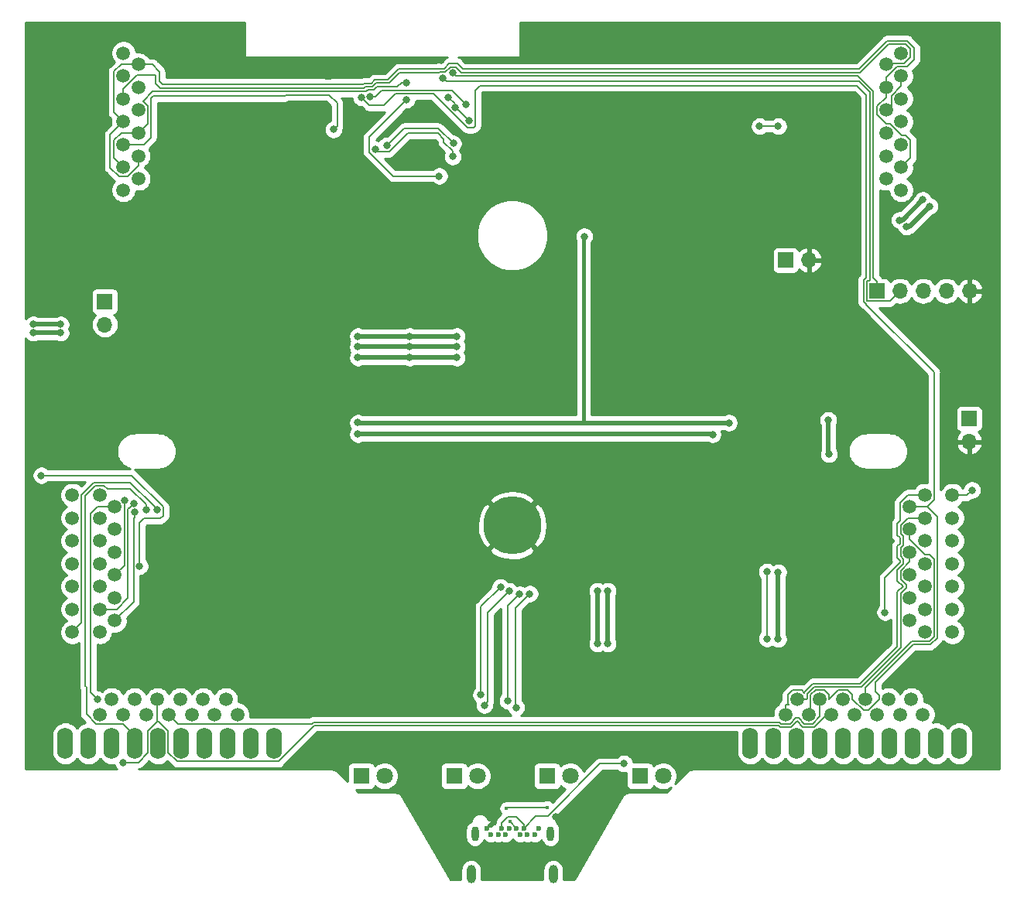
<source format=gbr>
G04 #@! TF.GenerationSoftware,KiCad,Pcbnew,(5.1.4)-1*
G04 #@! TF.CreationDate,2020-08-13T15:15:15-05:00*
G04 #@! TF.ProjectId,Blue_Wizard,426c7565-5f57-4697-9a61-72642e6b6963,rev?*
G04 #@! TF.SameCoordinates,Original*
G04 #@! TF.FileFunction,Copper,L2,Bot*
G04 #@! TF.FilePolarity,Positive*
%FSLAX46Y46*%
G04 Gerber Fmt 4.6, Leading zero omitted, Abs format (unit mm)*
G04 Created by KiCad (PCBNEW (5.1.4)-1) date 2020-08-13 15:15:15*
%MOMM*%
%LPD*%
G04 APERTURE LIST*
%ADD10C,6.350000*%
%ADD11C,1.511200*%
%ADD12O,1.000000X2.000000*%
%ADD13O,0.800000X1.600000*%
%ADD14C,0.600000*%
%ADD15R,1.700000X1.700000*%
%ADD16O,1.700000X1.700000*%
%ADD17R,1.800000X1.800000*%
%ADD18C,1.800000*%
%ADD19O,1.727200X3.454400*%
%ADD20C,0.800000*%
%ADD21C,0.400000*%
%ADD22C,0.500000*%
%ADD23C,0.200000*%
%ADD24C,0.400000*%
%ADD25C,0.254000*%
G04 APERTURE END LIST*
D10*
X150495000Y-97028000D03*
D11*
X193039999Y-45339001D03*
X193039999Y-47839001D03*
X193039999Y-50339001D03*
X193039999Y-52839001D03*
X193039999Y-55339001D03*
X193039999Y-57839001D03*
X193039999Y-60339001D03*
X191389999Y-46589001D03*
X191389999Y-49089001D03*
X191389999Y-51589001D03*
X191389999Y-54089001D03*
X191389999Y-56589001D03*
X191389999Y-59089001D03*
D12*
X154985000Y-135228000D03*
X146005000Y-135228000D03*
D13*
X154675000Y-130778000D03*
X146415000Y-130778000D03*
D14*
X147745000Y-130178000D03*
X148145000Y-130878000D03*
X148945000Y-130878000D03*
X149345000Y-130178000D03*
X149745000Y-130878000D03*
X150145000Y-130178000D03*
X150945000Y-130178000D03*
X151345000Y-130878000D03*
X151745000Y-130178000D03*
X152145000Y-130878000D03*
X152945000Y-130878000D03*
X153345000Y-130178000D03*
D15*
X180403500Y-68008500D03*
D16*
X182943500Y-68008500D03*
D11*
X102362000Y-108712000D03*
X107012000Y-94962000D03*
X107012000Y-97462000D03*
X107012000Y-99962000D03*
X107012000Y-102462000D03*
X107012000Y-104962000D03*
X107012000Y-107462000D03*
X105362000Y-93712000D03*
X105362000Y-96212000D03*
X105362000Y-98712000D03*
X105362000Y-101212000D03*
X105362000Y-103712000D03*
X105362000Y-106212000D03*
X105362000Y-108712000D03*
X102362000Y-106212000D03*
X102362000Y-103712000D03*
X102362000Y-101212000D03*
X102362000Y-98712000D03*
X102362000Y-96212000D03*
X102362000Y-93712000D03*
X109600000Y-46589001D03*
X109600000Y-49089001D03*
X109600000Y-51589001D03*
X109600000Y-54089001D03*
X109600000Y-56589001D03*
X109600000Y-59089001D03*
X107950000Y-45339001D03*
X107950000Y-47839001D03*
X107950000Y-50339001D03*
X107950000Y-52839001D03*
X107950000Y-55339001D03*
X107950000Y-57839001D03*
X107950000Y-60339001D03*
X195400000Y-117728000D03*
X192900000Y-117728000D03*
X190400000Y-117728000D03*
X187900000Y-117728000D03*
X185400000Y-117728000D03*
X182900000Y-117728000D03*
X180400000Y-117728000D03*
X194150000Y-116078000D03*
X191650000Y-116078000D03*
X189150000Y-116078000D03*
X186650000Y-116078000D03*
X184150000Y-116078000D03*
X181650000Y-116078000D03*
D16*
X200469500Y-87884000D03*
D15*
X200469500Y-85344000D03*
D17*
X133985000Y-124460000D03*
D18*
X136525000Y-124460000D03*
X146685000Y-124460000D03*
D17*
X144145000Y-124460000D03*
D18*
X167005000Y-124460000D03*
D17*
X164465000Y-124460000D03*
X154305000Y-124460000D03*
D18*
X156845000Y-124460000D03*
D11*
X106673000Y-116078000D03*
X109173000Y-116078000D03*
X111673000Y-116078000D03*
X114173000Y-116078000D03*
X116673000Y-116078000D03*
X119173000Y-116078000D03*
X105423000Y-117728000D03*
X107923000Y-117728000D03*
X110423000Y-117728000D03*
X112923000Y-117728000D03*
X115423000Y-117728000D03*
X117923000Y-117728000D03*
X120423000Y-117728000D03*
D19*
X101599999Y-120904000D03*
X104139999Y-120904000D03*
X106679999Y-120904000D03*
X109219999Y-120904000D03*
X111759999Y-120904000D03*
X114299999Y-120904000D03*
X116839999Y-120904000D03*
X119379999Y-120904000D03*
X121919999Y-120904000D03*
X124459999Y-120904000D03*
D11*
X198627999Y-108712001D03*
X198627999Y-106212001D03*
X198627999Y-103712001D03*
X198627999Y-101212001D03*
X198627999Y-98712001D03*
X198627999Y-96212001D03*
X195627999Y-93712001D03*
X195627999Y-96212001D03*
X195627999Y-98712001D03*
X195627999Y-101212001D03*
X195627999Y-103712001D03*
X195627999Y-106212001D03*
X195627999Y-108712001D03*
X193977999Y-94962001D03*
X193977999Y-97462001D03*
X193977999Y-99962001D03*
X193977999Y-102462001D03*
X193977999Y-104962001D03*
X193977999Y-107462001D03*
X198627999Y-93712001D03*
D19*
X176529999Y-120904000D03*
X179069999Y-120904000D03*
X181609999Y-120904000D03*
X184149999Y-120904000D03*
X186689999Y-120904000D03*
X189229999Y-120904000D03*
X191769999Y-120904000D03*
X194309999Y-120904000D03*
X196849999Y-120904000D03*
X199389999Y-120904000D03*
D15*
X190373000Y-71374000D03*
D16*
X192913000Y-71374000D03*
X195453000Y-71374000D03*
X197993000Y-71374000D03*
X200533000Y-71374000D03*
D15*
X105918000Y-72517000D03*
D16*
X105918000Y-75057000D03*
D20*
X172415200Y-87071200D03*
X133600968Y-87058500D03*
X183184800Y-100888800D03*
X181152800Y-73253600D03*
X185521600Y-78587600D03*
X140208000Y-126746000D03*
X198056500Y-81216500D03*
X195516500Y-81216500D03*
X194246500Y-81216500D03*
X112839500Y-69024500D03*
X122301000Y-78994000D03*
X142702987Y-46163249D03*
X137223500Y-46482000D03*
X135572500Y-46672500D03*
X130937000Y-46990000D03*
X130812032Y-55275652D03*
X147764500Y-127952500D03*
X155257500Y-128968500D03*
X182310810Y-90728800D03*
X177800000Y-66294000D03*
X128016000Y-54864000D03*
X156083000Y-70485000D03*
X165608000Y-66548000D03*
X135255000Y-114173000D03*
X145415000Y-114300000D03*
X119888000Y-55372000D03*
X119634000Y-65151000D03*
X156073446Y-60942510D03*
X139975825Y-55991990D03*
X141112931Y-55991990D03*
X133731000Y-47625000D03*
X118046500Y-72136000D03*
X107950000Y-73355200D03*
X155473400Y-114503200D03*
X160502600Y-126314200D03*
X177546000Y-53340000D03*
X192849500Y-63627000D03*
X195389500Y-61404500D03*
X196151500Y-62103000D03*
X193611500Y-64325500D03*
X98094800Y-75946000D03*
X98094800Y-75031600D03*
X159816800Y-109982000D03*
X160934400Y-109982000D03*
X133600968Y-78676500D03*
X133600968Y-76327000D03*
X133600968Y-77470000D03*
X159816800Y-104198946D03*
X160934400Y-104198946D03*
X144433021Y-78676500D03*
X144433021Y-77470000D03*
X144433021Y-76327000D03*
X139257010Y-78676500D03*
X139257010Y-76327000D03*
X139257010Y-77470000D03*
X179578000Y-53340000D03*
X101092000Y-75031600D03*
X101092000Y-75946000D03*
X174193200Y-85801194D03*
X179578000Y-109474000D03*
X179578000Y-102158800D03*
X133600968Y-85788500D03*
X158369000Y-65405000D03*
X185073800Y-85504400D03*
X185128041Y-89243041D03*
X162708613Y-123109999D03*
X144018000Y-47508390D03*
X142880256Y-48037968D03*
X143502089Y-50154139D03*
X145747627Y-52753374D03*
X144260298Y-51266044D03*
X107950003Y-122991740D03*
X138942002Y-48595979D03*
X130936996Y-53695010D03*
X111672025Y-95329490D03*
X105092500Y-116078000D03*
X191262000Y-106553000D03*
X200787000Y-93167200D03*
X109739874Y-101500320D03*
X98979969Y-91567000D03*
X108126253Y-94281513D03*
X109172628Y-95576861D03*
X145439230Y-50960242D03*
X134936936Y-50125809D03*
X109078433Y-94631530D03*
X110427385Y-95331552D03*
X133981746Y-50188916D03*
D21*
X154332446Y-127916446D03*
X149860000Y-128016000D03*
D20*
X149996768Y-116214768D03*
D21*
X150244877Y-129427718D03*
D20*
X151282820Y-104577074D03*
X152400000Y-104521000D03*
X150920010Y-116957232D03*
X136787553Y-55460194D03*
X144033127Y-55229873D03*
X135493990Y-55880006D03*
X143974142Y-56657979D03*
X149209873Y-103774127D03*
X147065998Y-115570000D03*
X138938000Y-50434000D03*
X150162373Y-104218627D03*
X147447000Y-116713000D03*
X142494012Y-58801000D03*
X178358800Y-102108000D03*
X178358800Y-109423200D03*
D22*
X172466000Y-87058500D02*
X133600968Y-87058500D01*
X193167000Y-63627000D02*
X195389500Y-61404500D01*
X192849500Y-63627000D02*
X193167000Y-63627000D01*
X193611500Y-64325500D02*
X193929000Y-64325500D01*
X193929000Y-64325500D02*
X196151500Y-62103000D01*
X159816800Y-109982000D02*
X159816800Y-104198946D01*
X160934400Y-109982000D02*
X160934400Y-104198946D01*
X133600968Y-78676500D02*
X139257010Y-78676500D01*
X133600968Y-77470000D02*
X139257010Y-77470000D01*
X133600968Y-76327000D02*
X139257010Y-76327000D01*
X144433021Y-77470000D02*
X139257010Y-77470000D01*
X144433021Y-78676500D02*
X139257010Y-78676500D01*
X144433021Y-76327000D02*
X139257010Y-76327000D01*
D23*
X177546000Y-53340000D02*
X179578000Y-53340000D01*
D22*
X98094800Y-75031600D02*
X101092000Y-75031600D01*
X98094800Y-75946000D02*
X101092000Y-75946000D01*
X179578000Y-109474000D02*
X179578000Y-102158800D01*
X133613662Y-85801194D02*
X133600968Y-85788500D01*
D23*
X158318194Y-65455806D02*
X158369000Y-65405000D01*
D22*
X158318194Y-85801194D02*
X133613662Y-85801194D01*
D24*
X158318194Y-85801194D02*
X158318194Y-65455806D01*
D22*
X174193200Y-85801194D02*
X158318194Y-85801194D01*
D23*
X151745000Y-129753736D02*
X151745000Y-130178000D01*
X150918981Y-128927717D02*
X151745000Y-129753736D01*
X150004876Y-128927717D02*
X150918981Y-128927717D01*
X149345000Y-129587593D02*
X150004876Y-128927717D01*
X149345000Y-130178000D02*
X149345000Y-129587593D01*
D22*
X185073800Y-85504400D02*
X185073800Y-89188800D01*
D23*
X185073800Y-89188800D02*
X185128041Y-89243041D01*
X151745000Y-130178000D02*
X153077017Y-128845983D01*
X160110914Y-123109999D02*
X162708613Y-123109999D01*
X153077017Y-128845983D02*
X154374930Y-128845983D01*
X154374930Y-128845983D02*
X160110914Y-123109999D01*
X189992000Y-49492210D02*
X188302590Y-47802800D01*
X190373000Y-71374000D02*
X190373000Y-70323998D01*
X190373000Y-70323998D02*
X189992001Y-69942999D01*
X189992001Y-69942999D02*
X189992000Y-49492210D01*
X144312410Y-47802800D02*
X144018000Y-47508390D01*
X188302590Y-47802800D02*
X144312410Y-47802800D01*
X189641990Y-70208979D02*
X189641990Y-49637190D01*
X143280255Y-48437967D02*
X142880256Y-48037968D01*
X189580011Y-70270958D02*
X189641990Y-70208979D01*
X189326040Y-70270958D02*
X189580011Y-70270958D01*
X189322999Y-72474001D02*
X189272999Y-72424001D01*
X188442767Y-48437967D02*
X143280255Y-48437967D01*
X192913000Y-71374000D02*
X191812999Y-72474001D01*
X191812999Y-72474001D02*
X189322999Y-72474001D01*
X189272999Y-72424001D02*
X189272999Y-70323999D01*
X189272999Y-70323999D02*
X189326040Y-70270958D01*
X189641990Y-49637190D02*
X188442767Y-48437967D01*
X145747627Y-52753374D02*
X144660297Y-51666043D01*
X144260298Y-50912348D02*
X144260298Y-51266044D01*
X144660297Y-51666043D02*
X144260298Y-51266044D01*
X143502089Y-50154139D02*
X144260298Y-50912348D01*
X107194401Y-52083402D02*
X107950000Y-52839001D01*
X106944399Y-51833400D02*
X107194401Y-52083402D01*
X106944399Y-47356312D02*
X106944399Y-51833400D01*
X107711710Y-46589001D02*
X106944399Y-47356312D01*
X109600000Y-46589001D02*
X107711710Y-46589001D01*
X109600000Y-57657580D02*
X109600000Y-56589001D01*
X107487209Y-58864500D02*
X108394500Y-58864500D01*
X109600000Y-57659000D02*
X109600000Y-57657580D01*
X106520489Y-57897780D02*
X107487209Y-58864500D01*
X106520489Y-54268512D02*
X106520489Y-57897780D01*
X108394500Y-58864500D02*
X109600000Y-57659000D01*
X107950000Y-52839001D02*
X106520489Y-54268512D01*
X194045600Y-56833400D02*
X193795598Y-57083402D01*
X194045600Y-54856312D02*
X194045600Y-56833400D01*
X193522688Y-54333400D02*
X194045600Y-54856312D01*
X193084298Y-54333400D02*
X193522688Y-54333400D01*
X191894400Y-53143502D02*
X193084298Y-54333400D01*
X191389999Y-49089001D02*
X191389999Y-50157580D01*
X191389999Y-50157580D02*
X190384398Y-51163181D01*
X193795598Y-57083402D02*
X193039999Y-57839001D01*
X190384398Y-51163181D02*
X190384398Y-52071690D01*
X190384398Y-52071690D02*
X191396108Y-53083400D01*
X191396108Y-53083400D02*
X191894400Y-53083400D01*
X191894400Y-53083400D02*
X191894400Y-53143502D01*
X111887000Y-48450500D02*
X112204500Y-48768000D01*
X130629004Y-48768000D02*
X134179008Y-48768000D01*
X135059001Y-48656001D02*
X135440001Y-48275001D01*
X143561019Y-46508377D02*
X144474982Y-46508378D01*
X193704600Y-46833400D02*
X192577021Y-46833400D01*
X134291007Y-48656001D02*
X135059001Y-48656001D01*
X142423275Y-47037955D02*
X143031441Y-47037955D01*
X145069383Y-47102779D02*
X188397952Y-47102779D01*
X191389999Y-48020422D02*
X191389999Y-49089001D01*
X194469510Y-44785232D02*
X194469510Y-46068490D01*
X111105001Y-46589001D02*
X111887000Y-47371000D01*
X193667668Y-43983390D02*
X194469510Y-44785232D01*
X191517342Y-43983389D02*
X193667668Y-43983390D01*
X130614002Y-48783002D02*
X130629004Y-48768000D01*
X142358451Y-47102779D02*
X142423275Y-47037955D01*
X111887000Y-47371000D02*
X111887000Y-48450500D01*
X134179008Y-48768000D02*
X134291007Y-48656001D01*
X143031441Y-47037955D02*
X143561019Y-46508377D01*
X136866219Y-48275001D02*
X138038441Y-47102779D01*
X129989998Y-48783002D02*
X130614002Y-48783002D01*
X188397952Y-47102779D02*
X191517342Y-43983389D01*
X194469510Y-46068490D02*
X193704600Y-46833400D01*
X112204500Y-48768000D02*
X129974996Y-48768000D01*
X138038441Y-47102779D02*
X142358451Y-47102779D01*
X135440001Y-48275001D02*
X136866219Y-48275001D01*
X192577021Y-46833400D02*
X191389999Y-48020422D01*
X129974996Y-48768000D02*
X129989998Y-48783002D01*
X144474982Y-46508378D02*
X145069383Y-47102779D01*
X109600000Y-46589001D02*
X111105001Y-46589001D01*
X111673000Y-117146579D02*
X111673000Y-116078000D01*
X111673000Y-118552517D02*
X111673000Y-117146579D01*
X111846998Y-118552517D02*
X111673000Y-118552517D01*
X112873609Y-119579128D02*
X111846998Y-118552517D01*
X113838727Y-122881210D02*
X112873609Y-121916092D01*
X128875691Y-118926790D02*
X124921271Y-122881210D01*
X112873609Y-121916092D02*
X112873609Y-119579128D01*
X181027668Y-119083612D02*
X179772331Y-119083611D01*
X182272331Y-119083611D02*
X181650000Y-118461280D01*
X184883280Y-117728000D02*
X183527668Y-119083612D01*
X179615510Y-118926790D02*
X128875691Y-118926790D01*
X179772331Y-119083611D02*
X179615510Y-118926790D01*
X183527668Y-119083612D02*
X182272331Y-119083611D01*
X185400000Y-117728000D02*
X184883280Y-117728000D01*
X124921271Y-122881210D02*
X113838727Y-122881210D01*
X181650000Y-118461280D02*
X181027668Y-119083612D01*
X111673000Y-118552517D02*
X110646389Y-119579128D01*
X110646389Y-119579128D02*
X110646389Y-121922329D01*
X110646389Y-121922329D02*
X109576978Y-122991740D01*
X109576978Y-122991740D02*
X108515688Y-122991740D01*
X108515688Y-122991740D02*
X107950003Y-122991740D01*
X107711710Y-54089001D02*
X106944399Y-54856312D01*
X109600000Y-54089001D02*
X107711710Y-54089001D01*
X107194401Y-57083402D02*
X107950000Y-57839001D01*
X106944399Y-56833400D02*
X107194401Y-57083402D01*
X106944399Y-54856312D02*
X106944399Y-56833400D01*
X193039999Y-48907580D02*
X191960500Y-49987079D01*
X193039999Y-47839001D02*
X193039999Y-48907580D01*
X191960500Y-51018500D02*
X191389999Y-51589001D01*
X191960500Y-49987079D02*
X191960500Y-51018500D01*
X135348961Y-49356021D02*
X135667981Y-49037001D01*
X110083649Y-50634639D02*
X110083649Y-50584360D01*
X110605601Y-51156591D02*
X110083649Y-50634639D01*
X109600000Y-54089001D02*
X110605601Y-53083400D01*
X110083649Y-50584360D02*
X111129103Y-49538906D01*
X137935295Y-49037001D02*
X138376317Y-48595979D01*
X110605601Y-53083400D02*
X110605601Y-51156591D01*
X134720977Y-49356021D02*
X135348961Y-49356021D01*
X134538092Y-49538906D02*
X134720977Y-49356021D01*
X138376317Y-48595979D02*
X138942002Y-48595979D01*
X111129103Y-49538906D02*
X134538092Y-49538906D01*
X135667981Y-49037001D02*
X137935295Y-49037001D01*
X191662321Y-44333400D02*
X193522688Y-44333400D01*
X107950000Y-50339001D02*
X107950000Y-49270422D01*
X134435986Y-49006012D02*
X135203981Y-49006011D01*
X134292998Y-49149000D02*
X134435986Y-49006012D01*
X191495611Y-46483389D02*
X191389999Y-46589001D01*
X194045600Y-44856312D02*
X194045600Y-45821690D01*
X138183420Y-47452790D02*
X142503430Y-47452790D01*
X188542932Y-47452789D02*
X191662321Y-44333400D01*
X107950000Y-49270422D02*
X109468422Y-47752000D01*
X111442500Y-47752000D02*
X111442500Y-48641000D01*
X144330002Y-46858388D02*
X144924404Y-47452790D01*
X111442500Y-48641000D02*
X111950500Y-49149000D01*
X193383901Y-46483389D02*
X191495611Y-46483389D01*
X137011199Y-48625011D02*
X138183420Y-47452790D01*
X135203981Y-49006011D02*
X135584980Y-48625012D01*
X111950500Y-49149000D02*
X134292998Y-49149000D01*
X143705998Y-46858388D02*
X144330002Y-46858388D01*
X193522688Y-44333400D02*
X194045600Y-44856312D01*
X109468422Y-47752000D02*
X111442500Y-47752000D01*
X135584980Y-48625012D02*
X137011199Y-48625011D01*
X194045600Y-45821690D02*
X193383901Y-46483389D01*
X142503430Y-47452790D02*
X142568254Y-47387966D01*
X144924404Y-47452790D02*
X188542932Y-47452789D01*
X142568254Y-47387966D02*
X143176420Y-47387966D01*
X143176420Y-47387966D02*
X143705998Y-46858388D01*
X110205499Y-55339001D02*
X110955612Y-54588888D01*
X107950000Y-55339001D02*
X110205499Y-55339001D01*
X125591190Y-50038000D02*
X125722801Y-49906389D01*
X131336995Y-53295011D02*
X130936996Y-53695010D01*
X125722801Y-49906389D02*
X130424389Y-49906389D01*
X110955612Y-50270888D02*
X111188500Y-50038000D01*
X130424389Y-49906389D02*
X131336995Y-50818995D01*
X111188500Y-50038000D02*
X125591190Y-50038000D01*
X131336995Y-50818995D02*
X131336995Y-53295011D01*
X110955612Y-54588888D02*
X110955612Y-50270888D01*
X111272026Y-94929491D02*
X111672025Y-95329490D01*
X103367601Y-93723119D02*
X104734332Y-92356388D01*
X104734332Y-92356388D02*
X108698923Y-92356388D01*
X102362000Y-108712000D02*
X103367601Y-107706399D01*
X103367601Y-107706399D02*
X103367601Y-93723119D01*
X108698923Y-92356388D02*
X111272026Y-94929491D01*
X105123710Y-94962000D02*
X104356399Y-95729311D01*
X104356399Y-115341899D02*
X104692501Y-115678001D01*
X104356399Y-95729311D02*
X104356399Y-115341899D01*
X104692501Y-115678001D02*
X105092500Y-116078000D01*
X107012000Y-94962000D02*
X105123710Y-94962000D01*
X193739709Y-93712001D02*
X192913000Y-94538710D01*
X195627999Y-93712001D02*
X193739709Y-93712001D01*
X192913000Y-96543720D02*
X192622387Y-96834333D01*
X192622387Y-96834333D02*
X192622387Y-98089669D01*
X192913000Y-99043720D02*
X192622387Y-99334333D01*
X192913000Y-101105601D02*
X191262000Y-102756601D01*
X192622387Y-99334333D02*
X192622387Y-100589669D01*
X192913000Y-98380282D02*
X192913000Y-99043720D01*
X192913000Y-94538710D02*
X192913000Y-96543720D01*
X192622387Y-98089669D02*
X192913000Y-98380282D01*
X192913000Y-100880282D02*
X192913000Y-101105601D01*
X192622387Y-100589669D02*
X192913000Y-100880282D01*
X191262000Y-102756601D02*
X191262000Y-106553000D01*
X198627999Y-93712001D02*
X200242199Y-93712001D01*
X200242199Y-93712001D02*
X200787000Y-93167200D01*
X109739874Y-96762126D02*
X109739874Y-101500320D01*
X112322026Y-95957974D02*
X112014000Y-96266000D01*
X108871537Y-91567000D02*
X112322026Y-95017489D01*
X112322026Y-95017489D02*
X112322026Y-95957974D01*
X110236000Y-96266000D02*
X109739874Y-96762126D01*
X98979969Y-91567000D02*
X108871537Y-91567000D01*
X112014000Y-96266000D02*
X110236000Y-96266000D01*
X107012000Y-102462000D02*
X108084896Y-101389104D01*
X108126253Y-94847198D02*
X108126253Y-94281513D01*
X108084896Y-94888555D02*
X108126253Y-94847198D01*
X108084896Y-101389104D02*
X108084896Y-94888555D01*
X109069373Y-105404627D02*
X109069373Y-96245801D01*
X109069373Y-96245801D02*
X109172628Y-96142546D01*
X109172628Y-96142546D02*
X109172628Y-95576861D01*
X107012000Y-107462000D02*
X109069373Y-105404627D01*
X143912977Y-49433989D02*
X136194441Y-49433989D01*
X145439230Y-50960242D02*
X143912977Y-49433989D01*
X136194441Y-49433989D02*
X135502621Y-50125809D01*
X135502621Y-50125809D02*
X134936936Y-50125809D01*
X105362000Y-106212000D02*
X107250290Y-106212000D01*
X107250290Y-106212000D02*
X108461872Y-105000418D01*
X108461872Y-105000418D02*
X108461872Y-95248091D01*
X108461872Y-95248091D02*
X108678434Y-95031529D01*
X108678434Y-95031529D02*
X109078433Y-94631530D01*
X181505020Y-118111270D02*
X180882689Y-118733601D01*
X180882689Y-118733601D02*
X179917311Y-118733601D01*
X179917311Y-118733601D02*
X179760489Y-118576779D01*
X179760489Y-118576779D02*
X128730711Y-118576780D01*
X113678599Y-118483599D02*
X112923000Y-117728000D01*
X113928601Y-118733601D02*
X113678599Y-118483599D01*
X183382689Y-118733601D02*
X182417311Y-118733601D01*
X181794980Y-118111270D02*
X181505020Y-118111270D01*
X182417311Y-118733601D02*
X181794980Y-118111270D01*
X128730711Y-118576780D02*
X128573890Y-118733601D01*
X184150000Y-117966290D02*
X183382689Y-118733601D01*
X184150000Y-116078000D02*
X184150000Y-117966290D01*
X128573890Y-118733601D02*
X113928601Y-118733601D01*
X104879311Y-92706399D02*
X105844689Y-92706399D01*
X103901002Y-114686498D02*
X103811600Y-114597096D01*
X109219999Y-120040400D02*
X107913200Y-118733601D01*
X103811600Y-93774110D02*
X104879311Y-92706399D01*
X108721529Y-93060011D02*
X110427385Y-94765867D01*
X109219999Y-120904000D02*
X109219999Y-120040400D01*
X103901002Y-117694292D02*
X103901002Y-114686498D01*
X110427385Y-94765867D02*
X110427385Y-95331552D01*
X105844689Y-92706399D02*
X106198301Y-93060011D01*
X104940311Y-118733601D02*
X103901002Y-117694292D01*
X106198301Y-93060011D02*
X108721529Y-93060011D01*
X103811600Y-114597096D02*
X103811600Y-93774110D01*
X107913200Y-118733601D02*
X104940311Y-118733601D01*
X192972398Y-100444690D02*
X193263011Y-100735303D01*
X183377350Y-114372382D02*
X182444378Y-115305354D01*
X193739709Y-96212001D02*
X192972398Y-96979312D01*
X192622388Y-101891203D02*
X192622388Y-103089668D01*
X192972398Y-97944690D02*
X193263011Y-98235303D01*
X193263011Y-101250580D02*
X192622388Y-101891203D01*
X193263011Y-98235303D02*
X193263011Y-99188699D01*
X192972398Y-96979312D02*
X192972398Y-97944690D01*
X193263011Y-100735303D02*
X193263011Y-101250580D01*
X193244720Y-103712002D02*
X192622388Y-104334334D01*
X180644399Y-115595311D02*
X180644399Y-116560689D01*
X181167311Y-115072399D02*
X180644399Y-115595311D01*
X192622388Y-110272612D02*
X188522619Y-114372381D01*
X182444378Y-115384088D02*
X182132689Y-115072399D01*
X180644399Y-116560689D02*
X180743131Y-116659421D01*
X182132689Y-115072399D02*
X181167311Y-115072399D01*
X180400000Y-116659421D02*
X180400000Y-117728000D01*
X192622388Y-104334334D02*
X192622388Y-110272612D01*
X188522619Y-114372381D02*
X183377350Y-114372382D01*
X192622388Y-103089668D02*
X193244720Y-103712002D01*
X182444378Y-115305354D02*
X182444378Y-115384088D01*
X193263011Y-99188699D02*
X192972398Y-99479312D01*
X180743131Y-116659421D02*
X180400000Y-116659421D01*
X192972398Y-99479312D02*
X192972398Y-100444690D01*
X195627999Y-96212001D02*
X193739709Y-96212001D01*
X196983610Y-96079322D02*
X195866289Y-94962001D01*
X196983611Y-109339669D02*
X196983610Y-96079322D01*
X196255667Y-110067613D02*
X196983611Y-109339669D01*
X194351387Y-110067613D02*
X196255667Y-110067613D01*
X190246000Y-114173000D02*
X194351387Y-110067613D01*
X185155601Y-115595311D02*
X185155601Y-116084109D01*
X184632689Y-115072399D02*
X185155601Y-115595311D01*
X183144399Y-115595311D02*
X183667311Y-115072399D01*
X190246000Y-115204692D02*
X190246000Y-114173000D01*
X182900000Y-117728000D02*
X183144399Y-117483601D01*
X195046578Y-94962001D02*
X193977999Y-94962001D01*
X183144399Y-117483601D02*
X183144399Y-115595311D01*
X195866289Y-94962001D02*
X195046578Y-94962001D01*
X185155601Y-116084109D02*
X186167311Y-115072399D01*
X188905601Y-117284500D02*
X189420500Y-117284500D01*
X183667311Y-115072399D02*
X184632689Y-115072399D01*
X186167311Y-115072399D02*
X187132689Y-115072399D01*
X187132689Y-115072399D02*
X187655601Y-115595311D01*
X187655601Y-115595311D02*
X187655601Y-116034500D01*
X187655601Y-116034500D02*
X188905601Y-117284500D01*
X189420500Y-117284500D02*
X190644399Y-116060601D01*
X190644399Y-116060601D02*
X190644399Y-115603091D01*
X190644399Y-115603091D02*
X190246000Y-115204692D01*
X196633600Y-94194690D02*
X195866289Y-94962001D01*
X196633600Y-80279590D02*
X196633600Y-94194690D01*
X189230000Y-72824012D02*
X189230000Y-72875990D01*
X189178019Y-72824011D02*
X189230000Y-72824012D01*
X189230000Y-72875990D02*
X196633600Y-80279590D01*
X189230000Y-69923988D02*
X189178020Y-69923988D01*
X188922989Y-70179019D02*
X188922988Y-72568980D01*
X136456001Y-51069001D02*
X137741002Y-49784000D01*
X146431000Y-53286002D02*
X146431000Y-49403000D01*
X189230000Y-49911000D02*
X189230000Y-69923988D01*
X137741002Y-49784000D02*
X141859000Y-49784000D01*
X133981746Y-50188916D02*
X134861831Y-51069001D01*
X188922988Y-72568980D02*
X189178019Y-72824011D01*
X189178020Y-69923988D02*
X188922989Y-70179019D01*
X146939000Y-48895000D02*
X188214000Y-48895000D01*
X141859000Y-49784000D02*
X145557001Y-53482001D01*
X134861831Y-51069001D02*
X136456001Y-51069001D01*
X145557001Y-53482001D02*
X146235001Y-53482001D01*
X146235001Y-53482001D02*
X146431000Y-53286002D01*
X188214000Y-48895000D02*
X189230000Y-49911000D01*
X146431000Y-49403000D02*
X146939000Y-48895000D01*
X196110688Y-100206400D02*
X196633600Y-100729312D01*
X196633600Y-100729312D02*
X196633600Y-109194690D01*
X196633600Y-109194690D02*
X196110688Y-109717602D01*
X196110688Y-109717602D02*
X194193398Y-109717602D01*
X194193398Y-109717602D02*
X189150000Y-114761000D01*
X189150000Y-115009421D02*
X189150000Y-116078000D01*
X189150000Y-114761000D02*
X189150000Y-115009421D01*
X195653819Y-100206400D02*
X196110688Y-100206400D01*
X193977999Y-98530580D02*
X195653819Y-100206400D01*
X193977999Y-97462001D02*
X193977999Y-98530580D01*
X193594730Y-103856982D02*
X192972399Y-104479313D01*
X182794389Y-116002190D02*
X182718579Y-116078000D01*
X193977999Y-99962001D02*
X193977999Y-101030580D01*
X193977999Y-101030580D02*
X192972398Y-102036181D01*
X182718579Y-116078000D02*
X181650000Y-116078000D01*
X192972399Y-104479313D02*
X192972398Y-110417592D01*
X182794389Y-115450333D02*
X182794389Y-116002190D01*
X192972398Y-102036181D02*
X192972398Y-102944690D01*
X183522330Y-114722392D02*
X182794389Y-115450333D01*
X193594731Y-103567021D02*
X193594730Y-103856982D01*
X188667598Y-114722392D02*
X183522330Y-114722392D01*
X192972398Y-110417592D02*
X188667598Y-114722392D01*
X192972398Y-102944690D02*
X193594731Y-103567021D01*
X154332446Y-127916446D02*
X149959554Y-127916446D01*
X149959554Y-127916446D02*
X149860000Y-128016000D01*
X150945000Y-130178000D02*
X150244877Y-129477877D01*
X150244877Y-129477877D02*
X150244877Y-129427718D01*
X149996768Y-105863126D02*
X151282820Y-104577074D01*
X149996768Y-116214768D02*
X149996768Y-105863126D01*
X152400000Y-104521000D02*
X150876000Y-106045000D01*
X150876000Y-116913222D02*
X150920010Y-116957232D01*
X150876000Y-106045000D02*
X150876000Y-116913222D01*
X138653747Y-53594000D02*
X142397254Y-53594000D01*
X142397254Y-53594000D02*
X144033127Y-55229873D01*
X136787553Y-55460194D02*
X138653747Y-53594000D01*
X143958163Y-56642000D02*
X143974142Y-56657979D01*
X143958163Y-56074163D02*
X143958163Y-56642000D01*
X143002000Y-55118000D02*
X143958163Y-56074163D01*
X135747984Y-56134000D02*
X137033000Y-56134000D01*
X135493990Y-55880006D02*
X135747984Y-56134000D01*
X143002000Y-54737000D02*
X143002000Y-55118000D01*
X137033000Y-56134000D02*
X139065000Y-54102000D01*
X139065000Y-54102000D02*
X142367000Y-54102000D01*
X142367000Y-54102000D02*
X143002000Y-54737000D01*
X147065998Y-105918002D02*
X147065998Y-115570000D01*
X149209873Y-103774127D02*
X147065998Y-105918002D01*
X150162373Y-104218627D02*
X147828000Y-106553000D01*
X147828000Y-106553000D02*
X147828000Y-116332000D01*
X147828000Y-116332000D02*
X147447000Y-116713000D01*
X134843989Y-56192007D02*
X137452982Y-58801000D01*
X138938000Y-50434000D02*
X134843989Y-54528011D01*
X137452982Y-58801000D02*
X142494012Y-58801000D01*
X134843989Y-54528011D02*
X134843989Y-56192007D01*
X178358800Y-102108000D02*
X178358800Y-109423200D01*
D25*
G36*
X203735000Y-123725000D02*
G01*
X170216094Y-123725000D01*
X170179999Y-123721445D01*
X170143904Y-123725000D01*
X170143895Y-123725000D01*
X170035915Y-123735635D01*
X169897367Y-123777663D01*
X169769680Y-123845913D01*
X169657762Y-123937762D01*
X169634746Y-123965807D01*
X168268321Y-125332232D01*
X168365299Y-125187095D01*
X168481011Y-124907743D01*
X168540000Y-124611184D01*
X168540000Y-124308816D01*
X168481011Y-124012257D01*
X168365299Y-123732905D01*
X168197312Y-123481495D01*
X167983505Y-123267688D01*
X167732095Y-123099701D01*
X167452743Y-122983989D01*
X167156184Y-122925000D01*
X166853816Y-122925000D01*
X166557257Y-122983989D01*
X166277905Y-123099701D01*
X166026495Y-123267688D01*
X165960056Y-123334127D01*
X165954502Y-123315820D01*
X165895537Y-123205506D01*
X165816185Y-123108815D01*
X165719494Y-123029463D01*
X165609180Y-122970498D01*
X165489482Y-122934188D01*
X165365000Y-122921928D01*
X163726480Y-122921928D01*
X163703839Y-122808101D01*
X163625818Y-122619743D01*
X163512550Y-122450225D01*
X163368387Y-122306062D01*
X163198869Y-122192794D01*
X163010511Y-122114773D01*
X162810552Y-122074999D01*
X162606674Y-122074999D01*
X162406715Y-122114773D01*
X162218357Y-122192794D01*
X162048839Y-122306062D01*
X161979902Y-122374999D01*
X160147008Y-122374999D01*
X160110913Y-122371444D01*
X160074818Y-122374999D01*
X160074809Y-122374999D01*
X159966829Y-122385634D01*
X159828281Y-122427662D01*
X159700594Y-122495912D01*
X159588676Y-122587761D01*
X159565660Y-122615806D01*
X158276549Y-123904917D01*
X158205299Y-123732905D01*
X158037312Y-123481495D01*
X157823505Y-123267688D01*
X157572095Y-123099701D01*
X157292743Y-122983989D01*
X156996184Y-122925000D01*
X156693816Y-122925000D01*
X156397257Y-122983989D01*
X156117905Y-123099701D01*
X155866495Y-123267688D01*
X155800056Y-123334127D01*
X155794502Y-123315820D01*
X155735537Y-123205506D01*
X155656185Y-123108815D01*
X155559494Y-123029463D01*
X155449180Y-122970498D01*
X155329482Y-122934188D01*
X155205000Y-122921928D01*
X153405000Y-122921928D01*
X153280518Y-122934188D01*
X153160820Y-122970498D01*
X153050506Y-123029463D01*
X152953815Y-123108815D01*
X152874463Y-123205506D01*
X152815498Y-123315820D01*
X152779188Y-123435518D01*
X152766928Y-123560000D01*
X152766928Y-125360000D01*
X152779188Y-125484482D01*
X152815498Y-125604180D01*
X152874463Y-125714494D01*
X152953815Y-125811185D01*
X153050506Y-125890537D01*
X153160820Y-125949502D01*
X153280518Y-125985812D01*
X153405000Y-125998072D01*
X155205000Y-125998072D01*
X155329482Y-125985812D01*
X155449180Y-125949502D01*
X155559494Y-125890537D01*
X155656185Y-125811185D01*
X155735537Y-125714494D01*
X155794502Y-125604180D01*
X155800056Y-125585873D01*
X155866495Y-125652312D01*
X156117905Y-125820299D01*
X156289917Y-125891549D01*
X154889167Y-127292299D01*
X154864727Y-127267859D01*
X154727967Y-127176479D01*
X154576006Y-127113535D01*
X154414686Y-127081446D01*
X154250206Y-127081446D01*
X154088886Y-127113535D01*
X153936925Y-127176479D01*
X153929491Y-127181446D01*
X149995659Y-127181446D01*
X149959554Y-127177890D01*
X149927978Y-127181000D01*
X149777760Y-127181000D01*
X149616440Y-127213089D01*
X149464479Y-127276033D01*
X149327719Y-127367413D01*
X149211413Y-127483719D01*
X149120033Y-127620479D01*
X149057089Y-127772440D01*
X149025000Y-127933760D01*
X149025000Y-128098240D01*
X149057089Y-128259560D01*
X149120033Y-128411521D01*
X149211413Y-128548281D01*
X149278139Y-128615007D01*
X148850808Y-129042339D01*
X148822763Y-129065355D01*
X148730914Y-129177273D01*
X148662663Y-129304960D01*
X148626619Y-129423781D01*
X148620635Y-129443508D01*
X148606444Y-129587593D01*
X148607541Y-129598730D01*
X148519381Y-129730671D01*
X148379541Y-129723064D01*
X148159605Y-129943000D01*
X148052911Y-129943000D01*
X147872271Y-129978932D01*
X147769964Y-130021308D01*
X147795741Y-129982731D01*
X147820544Y-129922851D01*
X148199936Y-129543459D01*
X148189425Y-129350237D01*
X148019397Y-129279438D01*
X147868331Y-129249098D01*
X147868108Y-129247978D01*
X147795741Y-129073269D01*
X147690681Y-128916036D01*
X147556964Y-128782319D01*
X147399731Y-128677259D01*
X147225022Y-128604892D01*
X147039552Y-128568000D01*
X146850448Y-128568000D01*
X146664978Y-128604892D01*
X146490269Y-128677259D01*
X146333036Y-128782319D01*
X146199319Y-128916036D01*
X146094259Y-129073269D01*
X146021892Y-129247978D01*
X145985000Y-129433448D01*
X145985000Y-129434267D01*
X145837203Y-129513266D01*
X145679604Y-129642604D01*
X145550266Y-129800203D01*
X145454159Y-129980008D01*
X145394976Y-130175106D01*
X145380000Y-130327163D01*
X145380000Y-131228838D01*
X145394977Y-131380895D01*
X145454160Y-131575993D01*
X145550267Y-131755797D01*
X145679605Y-131913396D01*
X145837204Y-132042734D01*
X146017008Y-132138841D01*
X146212106Y-132198024D01*
X146415000Y-132218007D01*
X146617895Y-132198024D01*
X146812993Y-132138841D01*
X146992797Y-132042734D01*
X147150396Y-131913396D01*
X147279734Y-131755797D01*
X147375841Y-131575993D01*
X147410508Y-131461711D01*
X147418738Y-131474028D01*
X147548972Y-131604262D01*
X147702111Y-131706586D01*
X147872271Y-131777068D01*
X148052911Y-131813000D01*
X148237089Y-131813000D01*
X148417729Y-131777068D01*
X148545000Y-131724351D01*
X148672271Y-131777068D01*
X148852911Y-131813000D01*
X149037089Y-131813000D01*
X149217729Y-131777068D01*
X149345000Y-131724351D01*
X149472271Y-131777068D01*
X149652911Y-131813000D01*
X149837089Y-131813000D01*
X150017729Y-131777068D01*
X150187889Y-131706586D01*
X150341028Y-131604262D01*
X150471262Y-131474028D01*
X150545000Y-131363671D01*
X150618738Y-131474028D01*
X150748972Y-131604262D01*
X150902111Y-131706586D01*
X151072271Y-131777068D01*
X151252911Y-131813000D01*
X151437089Y-131813000D01*
X151617729Y-131777068D01*
X151745000Y-131724351D01*
X151872271Y-131777068D01*
X152052911Y-131813000D01*
X152237089Y-131813000D01*
X152417729Y-131777068D01*
X152545000Y-131724351D01*
X152672271Y-131777068D01*
X152852911Y-131813000D01*
X153037089Y-131813000D01*
X153217729Y-131777068D01*
X153387889Y-131706586D01*
X153541028Y-131604262D01*
X153671262Y-131474028D01*
X153679492Y-131461710D01*
X153714160Y-131575993D01*
X153810267Y-131755797D01*
X153939605Y-131913396D01*
X154097204Y-132042734D01*
X154277008Y-132138841D01*
X154472106Y-132198024D01*
X154675000Y-132218007D01*
X154877895Y-132198024D01*
X155072993Y-132138841D01*
X155252797Y-132042734D01*
X155410396Y-131913396D01*
X155539734Y-131755797D01*
X155635841Y-131575993D01*
X155695024Y-131380894D01*
X155710000Y-131228837D01*
X155710000Y-130327162D01*
X155695024Y-130175105D01*
X155635841Y-129980007D01*
X155539734Y-129800203D01*
X155410396Y-129642604D01*
X155302875Y-129554364D01*
X155304962Y-129535149D01*
X155304996Y-129525585D01*
X155304988Y-129523316D01*
X155301964Y-129493557D01*
X155302173Y-129463648D01*
X155301240Y-129454129D01*
X155294610Y-129391049D01*
X155282120Y-129330201D01*
X155270494Y-129269252D01*
X155267730Y-129260096D01*
X155248974Y-129199504D01*
X155224908Y-129142253D01*
X155201652Y-129084693D01*
X155197162Y-129076248D01*
X155192582Y-129067777D01*
X160415361Y-123844999D01*
X161979902Y-123844999D01*
X162048839Y-123913936D01*
X162218357Y-124027204D01*
X162406715Y-124105225D01*
X162606674Y-124144999D01*
X162810552Y-124144999D01*
X162926928Y-124121851D01*
X162926928Y-125360000D01*
X162939188Y-125484482D01*
X162975498Y-125604180D01*
X163034463Y-125714494D01*
X163113815Y-125811185D01*
X163210506Y-125890537D01*
X163320820Y-125949502D01*
X163440518Y-125985812D01*
X163565000Y-125998072D01*
X165365000Y-125998072D01*
X165489482Y-125985812D01*
X165609180Y-125949502D01*
X165719494Y-125890537D01*
X165816185Y-125811185D01*
X165895537Y-125714494D01*
X165954502Y-125604180D01*
X165960056Y-125585873D01*
X166026495Y-125652312D01*
X166277905Y-125820299D01*
X166557257Y-125936011D01*
X166853816Y-125995000D01*
X167156184Y-125995000D01*
X167452743Y-125936011D01*
X167732095Y-125820299D01*
X167877233Y-125723321D01*
X167335554Y-126265000D01*
X163206996Y-126265000D01*
X163146695Y-126263026D01*
X163099019Y-126270897D01*
X163050915Y-126275635D01*
X163027738Y-126282666D01*
X163003847Y-126286610D01*
X162958620Y-126303632D01*
X162912367Y-126317663D01*
X162891007Y-126329080D01*
X162868344Y-126337610D01*
X162827309Y-126363128D01*
X162784680Y-126385913D01*
X162765957Y-126401279D01*
X162745395Y-126414065D01*
X162710124Y-126447100D01*
X162672762Y-126477762D01*
X162657399Y-126496481D01*
X162639723Y-126513037D01*
X162611571Y-126552323D01*
X162580913Y-126589680D01*
X162552464Y-126642904D01*
X157271387Y-135790001D01*
X156119385Y-135790001D01*
X156120000Y-135783752D01*
X156120000Y-134672248D01*
X156103577Y-134505501D01*
X156038676Y-134291553D01*
X155933284Y-134094377D01*
X155791449Y-133921551D01*
X155618623Y-133779716D01*
X155421446Y-133674324D01*
X155207498Y-133609423D01*
X154985000Y-133587509D01*
X154762501Y-133609423D01*
X154548553Y-133674324D01*
X154351377Y-133779716D01*
X154178551Y-133921551D01*
X154036716Y-134094377D01*
X153931324Y-134291554D01*
X153866423Y-134505502D01*
X153850000Y-134672249D01*
X153850000Y-135783752D01*
X153850615Y-135790001D01*
X147139385Y-135790001D01*
X147140000Y-135783752D01*
X147140000Y-134672248D01*
X147123577Y-134505501D01*
X147058676Y-134291553D01*
X146953284Y-134094377D01*
X146811449Y-133921551D01*
X146638623Y-133779716D01*
X146441446Y-133674324D01*
X146227498Y-133609423D01*
X146005000Y-133587509D01*
X145782501Y-133609423D01*
X145568553Y-133674324D01*
X145371377Y-133779716D01*
X145198551Y-133921551D01*
X145056716Y-134094377D01*
X144951324Y-134291554D01*
X144886423Y-134505502D01*
X144870000Y-134672249D01*
X144870000Y-135783752D01*
X144870615Y-135790001D01*
X143718615Y-135790001D01*
X138437549Y-126642927D01*
X138409088Y-126589680D01*
X138378422Y-126552313D01*
X138350277Y-126513037D01*
X138332605Y-126496485D01*
X138317239Y-126477762D01*
X138279869Y-126447093D01*
X138244605Y-126414065D01*
X138224047Y-126401281D01*
X138205321Y-126385913D01*
X138162688Y-126363125D01*
X138121655Y-126337609D01*
X138098994Y-126329080D01*
X138077634Y-126317663D01*
X138031379Y-126303632D01*
X137986153Y-126286610D01*
X137962264Y-126282666D01*
X137939086Y-126275635D01*
X137890979Y-126270897D01*
X137843305Y-126263026D01*
X137783004Y-126265000D01*
X133654447Y-126265000D01*
X133387519Y-125998072D01*
X134885000Y-125998072D01*
X135009482Y-125985812D01*
X135129180Y-125949502D01*
X135239494Y-125890537D01*
X135336185Y-125811185D01*
X135415537Y-125714494D01*
X135474502Y-125604180D01*
X135480056Y-125585873D01*
X135546495Y-125652312D01*
X135797905Y-125820299D01*
X136077257Y-125936011D01*
X136373816Y-125995000D01*
X136676184Y-125995000D01*
X136972743Y-125936011D01*
X137252095Y-125820299D01*
X137503505Y-125652312D01*
X137717312Y-125438505D01*
X137885299Y-125187095D01*
X138001011Y-124907743D01*
X138060000Y-124611184D01*
X138060000Y-124308816D01*
X138001011Y-124012257D01*
X137885299Y-123732905D01*
X137769768Y-123560000D01*
X142606928Y-123560000D01*
X142606928Y-125360000D01*
X142619188Y-125484482D01*
X142655498Y-125604180D01*
X142714463Y-125714494D01*
X142793815Y-125811185D01*
X142890506Y-125890537D01*
X143000820Y-125949502D01*
X143120518Y-125985812D01*
X143245000Y-125998072D01*
X145045000Y-125998072D01*
X145169482Y-125985812D01*
X145289180Y-125949502D01*
X145399494Y-125890537D01*
X145496185Y-125811185D01*
X145575537Y-125714494D01*
X145634502Y-125604180D01*
X145640056Y-125585873D01*
X145706495Y-125652312D01*
X145957905Y-125820299D01*
X146237257Y-125936011D01*
X146533816Y-125995000D01*
X146836184Y-125995000D01*
X147132743Y-125936011D01*
X147412095Y-125820299D01*
X147663505Y-125652312D01*
X147877312Y-125438505D01*
X148045299Y-125187095D01*
X148161011Y-124907743D01*
X148220000Y-124611184D01*
X148220000Y-124308816D01*
X148161011Y-124012257D01*
X148045299Y-123732905D01*
X147877312Y-123481495D01*
X147663505Y-123267688D01*
X147412095Y-123099701D01*
X147132743Y-122983989D01*
X146836184Y-122925000D01*
X146533816Y-122925000D01*
X146237257Y-122983989D01*
X145957905Y-123099701D01*
X145706495Y-123267688D01*
X145640056Y-123334127D01*
X145634502Y-123315820D01*
X145575537Y-123205506D01*
X145496185Y-123108815D01*
X145399494Y-123029463D01*
X145289180Y-122970498D01*
X145169482Y-122934188D01*
X145045000Y-122921928D01*
X143245000Y-122921928D01*
X143120518Y-122934188D01*
X143000820Y-122970498D01*
X142890506Y-123029463D01*
X142793815Y-123108815D01*
X142714463Y-123205506D01*
X142655498Y-123315820D01*
X142619188Y-123435518D01*
X142606928Y-123560000D01*
X137769768Y-123560000D01*
X137717312Y-123481495D01*
X137503505Y-123267688D01*
X137252095Y-123099701D01*
X136972743Y-122983989D01*
X136676184Y-122925000D01*
X136373816Y-122925000D01*
X136077257Y-122983989D01*
X135797905Y-123099701D01*
X135546495Y-123267688D01*
X135480056Y-123334127D01*
X135474502Y-123315820D01*
X135415537Y-123205506D01*
X135336185Y-123108815D01*
X135239494Y-123029463D01*
X135129180Y-122970498D01*
X135009482Y-122934188D01*
X134885000Y-122921928D01*
X133085000Y-122921928D01*
X132960518Y-122934188D01*
X132840820Y-122970498D01*
X132730506Y-123029463D01*
X132633815Y-123108815D01*
X132554463Y-123205506D01*
X132495498Y-123315820D01*
X132459188Y-123435518D01*
X132446928Y-123560000D01*
X132446928Y-125057482D01*
X131355259Y-123965812D01*
X131332238Y-123937762D01*
X131220320Y-123845913D01*
X131092633Y-123777663D01*
X130954085Y-123735635D01*
X130846105Y-123725000D01*
X130810000Y-123721444D01*
X130773895Y-123725000D01*
X109630750Y-123725000D01*
X109721063Y-123716105D01*
X109859611Y-123674077D01*
X109987298Y-123605827D01*
X110099216Y-123513978D01*
X110122236Y-123485928D01*
X110739452Y-122868712D01*
X110923393Y-123019669D01*
X111183735Y-123158825D01*
X111466222Y-123244516D01*
X111759999Y-123273451D01*
X112053775Y-123244516D01*
X112336262Y-123158825D01*
X112596604Y-123019669D01*
X112783971Y-122865901D01*
X113293473Y-123375403D01*
X113316489Y-123403448D01*
X113428407Y-123495297D01*
X113556094Y-123563547D01*
X113652613Y-123592826D01*
X113694641Y-123605575D01*
X113838727Y-123619766D01*
X113874832Y-123616210D01*
X124885166Y-123616210D01*
X124921271Y-123619766D01*
X124957376Y-123616210D01*
X125065356Y-123605575D01*
X125203904Y-123563547D01*
X125331591Y-123495297D01*
X125443509Y-123403448D01*
X125466530Y-123375397D01*
X129180138Y-119661790D01*
X175078817Y-119661790D01*
X175053083Y-119746624D01*
X175031399Y-119966782D01*
X175031399Y-121841219D01*
X175053084Y-122061377D01*
X175138775Y-122343864D01*
X175277931Y-122604206D01*
X175465203Y-122832397D01*
X175693394Y-123019669D01*
X175953736Y-123158825D01*
X176236223Y-123244516D01*
X176529999Y-123273451D01*
X176823776Y-123244516D01*
X177106263Y-123158825D01*
X177366605Y-123019669D01*
X177594796Y-122832397D01*
X177782068Y-122604206D01*
X177800000Y-122570659D01*
X177817931Y-122604206D01*
X178005203Y-122832397D01*
X178233394Y-123019669D01*
X178493736Y-123158825D01*
X178776223Y-123244516D01*
X179069999Y-123273451D01*
X179363776Y-123244516D01*
X179646263Y-123158825D01*
X179906605Y-123019669D01*
X180134796Y-122832397D01*
X180322068Y-122604206D01*
X180340000Y-122570659D01*
X180357931Y-122604206D01*
X180545203Y-122832397D01*
X180773394Y-123019669D01*
X181033736Y-123158825D01*
X181316223Y-123244516D01*
X181609999Y-123273451D01*
X181903776Y-123244516D01*
X182186263Y-123158825D01*
X182446605Y-123019669D01*
X182674796Y-122832397D01*
X182862068Y-122604206D01*
X182880000Y-122570659D01*
X182897931Y-122604206D01*
X183085203Y-122832397D01*
X183313394Y-123019669D01*
X183573736Y-123158825D01*
X183856223Y-123244516D01*
X184149999Y-123273451D01*
X184443776Y-123244516D01*
X184726263Y-123158825D01*
X184986605Y-123019669D01*
X185214796Y-122832397D01*
X185402068Y-122604206D01*
X185420000Y-122570659D01*
X185437931Y-122604206D01*
X185625203Y-122832397D01*
X185853394Y-123019669D01*
X186113736Y-123158825D01*
X186396223Y-123244516D01*
X186689999Y-123273451D01*
X186983776Y-123244516D01*
X187266263Y-123158825D01*
X187526605Y-123019669D01*
X187754796Y-122832397D01*
X187942068Y-122604206D01*
X187960000Y-122570659D01*
X187977931Y-122604206D01*
X188165203Y-122832397D01*
X188393394Y-123019669D01*
X188653736Y-123158825D01*
X188936223Y-123244516D01*
X189229999Y-123273451D01*
X189523776Y-123244516D01*
X189806263Y-123158825D01*
X190066605Y-123019669D01*
X190294796Y-122832397D01*
X190482068Y-122604206D01*
X190500000Y-122570659D01*
X190517931Y-122604206D01*
X190705203Y-122832397D01*
X190933394Y-123019669D01*
X191193736Y-123158825D01*
X191476223Y-123244516D01*
X191769999Y-123273451D01*
X192063776Y-123244516D01*
X192346263Y-123158825D01*
X192606605Y-123019669D01*
X192834796Y-122832397D01*
X193022068Y-122604206D01*
X193040000Y-122570659D01*
X193057931Y-122604206D01*
X193245203Y-122832397D01*
X193473394Y-123019669D01*
X193733736Y-123158825D01*
X194016223Y-123244516D01*
X194309999Y-123273451D01*
X194603776Y-123244516D01*
X194886263Y-123158825D01*
X195146605Y-123019669D01*
X195374796Y-122832397D01*
X195562068Y-122604206D01*
X195580000Y-122570659D01*
X195597931Y-122604206D01*
X195785203Y-122832397D01*
X196013394Y-123019669D01*
X196273736Y-123158825D01*
X196556223Y-123244516D01*
X196849999Y-123273451D01*
X197143776Y-123244516D01*
X197426263Y-123158825D01*
X197686605Y-123019669D01*
X197914796Y-122832397D01*
X198102068Y-122604206D01*
X198120000Y-122570659D01*
X198137931Y-122604206D01*
X198325203Y-122832397D01*
X198553394Y-123019669D01*
X198813736Y-123158825D01*
X199096223Y-123244516D01*
X199389999Y-123273451D01*
X199683776Y-123244516D01*
X199966263Y-123158825D01*
X200226605Y-123019669D01*
X200454796Y-122832397D01*
X200642068Y-122604206D01*
X200781224Y-122343864D01*
X200866915Y-122061377D01*
X200888599Y-121841219D01*
X200888599Y-119966781D01*
X200866915Y-119746623D01*
X200781224Y-119464136D01*
X200642068Y-119203794D01*
X200454796Y-118975603D01*
X200226604Y-118788331D01*
X199966262Y-118649175D01*
X199683775Y-118563484D01*
X199389999Y-118534549D01*
X199096222Y-118563484D01*
X198813735Y-118649175D01*
X198553393Y-118788331D01*
X198325202Y-118975603D01*
X198137930Y-119203795D01*
X198119999Y-119237341D01*
X198102068Y-119203794D01*
X197914796Y-118975603D01*
X197686604Y-118788331D01*
X197426262Y-118649175D01*
X197143775Y-118563484D01*
X196849999Y-118534549D01*
X196556222Y-118563484D01*
X196503528Y-118579469D01*
X196632334Y-118386696D01*
X196737160Y-118133623D01*
X196790600Y-117864962D01*
X196790600Y-117591038D01*
X196737160Y-117322377D01*
X196632334Y-117069304D01*
X196480150Y-116841544D01*
X196286456Y-116647850D01*
X196058696Y-116495666D01*
X195805623Y-116390840D01*
X195536962Y-116337400D01*
X195516246Y-116337400D01*
X195540600Y-116214962D01*
X195540600Y-115941038D01*
X195487160Y-115672377D01*
X195382334Y-115419304D01*
X195230150Y-115191544D01*
X195036456Y-114997850D01*
X194808696Y-114845666D01*
X194555623Y-114740840D01*
X194286962Y-114687400D01*
X194013038Y-114687400D01*
X193744377Y-114740840D01*
X193491304Y-114845666D01*
X193263544Y-114997850D01*
X193069850Y-115191544D01*
X192917666Y-115419304D01*
X192900000Y-115461954D01*
X192882334Y-115419304D01*
X192730150Y-115191544D01*
X192536456Y-114997850D01*
X192308696Y-114845666D01*
X192055623Y-114740840D01*
X191786962Y-114687400D01*
X191513038Y-114687400D01*
X191244377Y-114740840D01*
X190991304Y-114845666D01*
X190981000Y-114852551D01*
X190981000Y-114477446D01*
X194655834Y-110802613D01*
X196219562Y-110802613D01*
X196255667Y-110806169D01*
X196291772Y-110802613D01*
X196399752Y-110791978D01*
X196538300Y-110749950D01*
X196665987Y-110681700D01*
X196777905Y-110589851D01*
X196800925Y-110561801D01*
X197477809Y-109884918D01*
X197505849Y-109861906D01*
X197528860Y-109833867D01*
X197528864Y-109833863D01*
X197597697Y-109749990D01*
X197633117Y-109683725D01*
X197741543Y-109792151D01*
X197969303Y-109944335D01*
X198222376Y-110049161D01*
X198491037Y-110102601D01*
X198764961Y-110102601D01*
X199033622Y-110049161D01*
X199286695Y-109944335D01*
X199514455Y-109792151D01*
X199708149Y-109598457D01*
X199860333Y-109370697D01*
X199965159Y-109117624D01*
X200018599Y-108848963D01*
X200018599Y-108575039D01*
X199965159Y-108306378D01*
X199860333Y-108053305D01*
X199708149Y-107825545D01*
X199514455Y-107631851D01*
X199286695Y-107479667D01*
X199244045Y-107462001D01*
X199286695Y-107444335D01*
X199514455Y-107292151D01*
X199708149Y-107098457D01*
X199860333Y-106870697D01*
X199965159Y-106617624D01*
X200018599Y-106348963D01*
X200018599Y-106075039D01*
X199965159Y-105806378D01*
X199860333Y-105553305D01*
X199708149Y-105325545D01*
X199514455Y-105131851D01*
X199286695Y-104979667D01*
X199244045Y-104962001D01*
X199286695Y-104944335D01*
X199514455Y-104792151D01*
X199708149Y-104598457D01*
X199860333Y-104370697D01*
X199965159Y-104117624D01*
X200018599Y-103848963D01*
X200018599Y-103575039D01*
X199965159Y-103306378D01*
X199860333Y-103053305D01*
X199708149Y-102825545D01*
X199514455Y-102631851D01*
X199286695Y-102479667D01*
X199244045Y-102462001D01*
X199286695Y-102444335D01*
X199514455Y-102292151D01*
X199708149Y-102098457D01*
X199860333Y-101870697D01*
X199965159Y-101617624D01*
X200018599Y-101348963D01*
X200018599Y-101075039D01*
X199965159Y-100806378D01*
X199860333Y-100553305D01*
X199708149Y-100325545D01*
X199514455Y-100131851D01*
X199286695Y-99979667D01*
X199244045Y-99962001D01*
X199286695Y-99944335D01*
X199514455Y-99792151D01*
X199708149Y-99598457D01*
X199860333Y-99370697D01*
X199965159Y-99117624D01*
X200018599Y-98848963D01*
X200018599Y-98575039D01*
X199965159Y-98306378D01*
X199860333Y-98053305D01*
X199708149Y-97825545D01*
X199514455Y-97631851D01*
X199286695Y-97479667D01*
X199244045Y-97462001D01*
X199286695Y-97444335D01*
X199514455Y-97292151D01*
X199708149Y-97098457D01*
X199860333Y-96870697D01*
X199965159Y-96617624D01*
X200018599Y-96348963D01*
X200018599Y-96075039D01*
X199965159Y-95806378D01*
X199860333Y-95553305D01*
X199708149Y-95325545D01*
X199514455Y-95131851D01*
X199286695Y-94979667D01*
X199244045Y-94962001D01*
X199286695Y-94944335D01*
X199514455Y-94792151D01*
X199708149Y-94598457D01*
X199809348Y-94447001D01*
X200206094Y-94447001D01*
X200242199Y-94450557D01*
X200278304Y-94447001D01*
X200386284Y-94436366D01*
X200524832Y-94394338D01*
X200652519Y-94326088D01*
X200764437Y-94234239D01*
X200787457Y-94206189D01*
X200791446Y-94202200D01*
X200888939Y-94202200D01*
X201088898Y-94162426D01*
X201277256Y-94084405D01*
X201446774Y-93971137D01*
X201590937Y-93826974D01*
X201704205Y-93657456D01*
X201782226Y-93469098D01*
X201822000Y-93269139D01*
X201822000Y-93065261D01*
X201782226Y-92865302D01*
X201704205Y-92676944D01*
X201590937Y-92507426D01*
X201446774Y-92363263D01*
X201277256Y-92249995D01*
X201088898Y-92171974D01*
X200888939Y-92132200D01*
X200685061Y-92132200D01*
X200485102Y-92171974D01*
X200296744Y-92249995D01*
X200127226Y-92363263D01*
X199983063Y-92507426D01*
X199869795Y-92676944D01*
X199791774Y-92865302D01*
X199778684Y-92931109D01*
X199708149Y-92825545D01*
X199514455Y-92631851D01*
X199286695Y-92479667D01*
X199033622Y-92374841D01*
X198764961Y-92321401D01*
X198491037Y-92321401D01*
X198222376Y-92374841D01*
X197969303Y-92479667D01*
X197741543Y-92631851D01*
X197547849Y-92825545D01*
X197395665Y-93053305D01*
X197368600Y-93118646D01*
X197368600Y-88240890D01*
X199028024Y-88240890D01*
X199072675Y-88388099D01*
X199197859Y-88650920D01*
X199371912Y-88884269D01*
X199588145Y-89079178D01*
X199838248Y-89228157D01*
X200112609Y-89325481D01*
X200342500Y-89204814D01*
X200342500Y-88011000D01*
X200596500Y-88011000D01*
X200596500Y-89204814D01*
X200826391Y-89325481D01*
X201100752Y-89228157D01*
X201350855Y-89079178D01*
X201567088Y-88884269D01*
X201741141Y-88650920D01*
X201866325Y-88388099D01*
X201910976Y-88240890D01*
X201789655Y-88011000D01*
X200596500Y-88011000D01*
X200342500Y-88011000D01*
X199149345Y-88011000D01*
X199028024Y-88240890D01*
X197368600Y-88240890D01*
X197368600Y-84494000D01*
X198981428Y-84494000D01*
X198981428Y-86194000D01*
X198993688Y-86318482D01*
X199029998Y-86438180D01*
X199088963Y-86548494D01*
X199168315Y-86645185D01*
X199265006Y-86724537D01*
X199375320Y-86783502D01*
X199455966Y-86807966D01*
X199371912Y-86883731D01*
X199197859Y-87117080D01*
X199072675Y-87379901D01*
X199028024Y-87527110D01*
X199149345Y-87757000D01*
X200342500Y-87757000D01*
X200342500Y-87737000D01*
X200596500Y-87737000D01*
X200596500Y-87757000D01*
X201789655Y-87757000D01*
X201910976Y-87527110D01*
X201866325Y-87379901D01*
X201741141Y-87117080D01*
X201567088Y-86883731D01*
X201483034Y-86807966D01*
X201563680Y-86783502D01*
X201673994Y-86724537D01*
X201770685Y-86645185D01*
X201850037Y-86548494D01*
X201909002Y-86438180D01*
X201945312Y-86318482D01*
X201957572Y-86194000D01*
X201957572Y-84494000D01*
X201945312Y-84369518D01*
X201909002Y-84249820D01*
X201850037Y-84139506D01*
X201770685Y-84042815D01*
X201673994Y-83963463D01*
X201563680Y-83904498D01*
X201443982Y-83868188D01*
X201319500Y-83855928D01*
X199619500Y-83855928D01*
X199495018Y-83868188D01*
X199375320Y-83904498D01*
X199265006Y-83963463D01*
X199168315Y-84042815D01*
X199088963Y-84139506D01*
X199029998Y-84249820D01*
X198993688Y-84369518D01*
X198981428Y-84494000D01*
X197368600Y-84494000D01*
X197368600Y-80315695D01*
X197372156Y-80279590D01*
X197357965Y-80135505D01*
X197315937Y-79996956D01*
X197247687Y-79869270D01*
X197178853Y-79785396D01*
X197178850Y-79785393D01*
X197155837Y-79757352D01*
X197127798Y-79734341D01*
X190602457Y-73209001D01*
X191776894Y-73209001D01*
X191812999Y-73212557D01*
X191849104Y-73209001D01*
X191957084Y-73198366D01*
X192095632Y-73156338D01*
X192223319Y-73088088D01*
X192335237Y-72996239D01*
X192358257Y-72968189D01*
X192519878Y-72806568D01*
X192621889Y-72837513D01*
X192840050Y-72859000D01*
X192985950Y-72859000D01*
X193204111Y-72837513D01*
X193484034Y-72752599D01*
X193742014Y-72614706D01*
X193968134Y-72429134D01*
X194153706Y-72203014D01*
X194183000Y-72148209D01*
X194212294Y-72203014D01*
X194397866Y-72429134D01*
X194623986Y-72614706D01*
X194881966Y-72752599D01*
X195161889Y-72837513D01*
X195380050Y-72859000D01*
X195525950Y-72859000D01*
X195744111Y-72837513D01*
X196024034Y-72752599D01*
X196282014Y-72614706D01*
X196508134Y-72429134D01*
X196693706Y-72203014D01*
X196723000Y-72148209D01*
X196752294Y-72203014D01*
X196937866Y-72429134D01*
X197163986Y-72614706D01*
X197421966Y-72752599D01*
X197701889Y-72837513D01*
X197920050Y-72859000D01*
X198065950Y-72859000D01*
X198284111Y-72837513D01*
X198564034Y-72752599D01*
X198822014Y-72614706D01*
X199048134Y-72429134D01*
X199233706Y-72203014D01*
X199268201Y-72138477D01*
X199337822Y-72255355D01*
X199532731Y-72471588D01*
X199766080Y-72645641D01*
X200028901Y-72770825D01*
X200176110Y-72815476D01*
X200406000Y-72694155D01*
X200406000Y-71501000D01*
X200660000Y-71501000D01*
X200660000Y-72694155D01*
X200889890Y-72815476D01*
X201037099Y-72770825D01*
X201299920Y-72645641D01*
X201533269Y-72471588D01*
X201728178Y-72255355D01*
X201877157Y-72005252D01*
X201974481Y-71730891D01*
X201853814Y-71501000D01*
X200660000Y-71501000D01*
X200406000Y-71501000D01*
X200386000Y-71501000D01*
X200386000Y-71247000D01*
X200406000Y-71247000D01*
X200406000Y-70053845D01*
X200660000Y-70053845D01*
X200660000Y-71247000D01*
X201853814Y-71247000D01*
X201974481Y-71017109D01*
X201877157Y-70742748D01*
X201728178Y-70492645D01*
X201533269Y-70276412D01*
X201299920Y-70102359D01*
X201037099Y-69977175D01*
X200889890Y-69932524D01*
X200660000Y-70053845D01*
X200406000Y-70053845D01*
X200176110Y-69932524D01*
X200028901Y-69977175D01*
X199766080Y-70102359D01*
X199532731Y-70276412D01*
X199337822Y-70492645D01*
X199268201Y-70609523D01*
X199233706Y-70544986D01*
X199048134Y-70318866D01*
X198822014Y-70133294D01*
X198564034Y-69995401D01*
X198284111Y-69910487D01*
X198065950Y-69889000D01*
X197920050Y-69889000D01*
X197701889Y-69910487D01*
X197421966Y-69995401D01*
X197163986Y-70133294D01*
X196937866Y-70318866D01*
X196752294Y-70544986D01*
X196723000Y-70599791D01*
X196693706Y-70544986D01*
X196508134Y-70318866D01*
X196282014Y-70133294D01*
X196024034Y-69995401D01*
X195744111Y-69910487D01*
X195525950Y-69889000D01*
X195380050Y-69889000D01*
X195161889Y-69910487D01*
X194881966Y-69995401D01*
X194623986Y-70133294D01*
X194397866Y-70318866D01*
X194212294Y-70544986D01*
X194183000Y-70599791D01*
X194153706Y-70544986D01*
X193968134Y-70318866D01*
X193742014Y-70133294D01*
X193484034Y-69995401D01*
X193204111Y-69910487D01*
X192985950Y-69889000D01*
X192840050Y-69889000D01*
X192621889Y-69910487D01*
X192341966Y-69995401D01*
X192083986Y-70133294D01*
X191857866Y-70318866D01*
X191833393Y-70348687D01*
X191812502Y-70279820D01*
X191753537Y-70169506D01*
X191674185Y-70072815D01*
X191577494Y-69993463D01*
X191467180Y-69934498D01*
X191347482Y-69898188D01*
X191223000Y-69885928D01*
X190964313Y-69885928D01*
X190895238Y-69801760D01*
X190867187Y-69778739D01*
X190727001Y-69638553D01*
X190727001Y-63525061D01*
X191814500Y-63525061D01*
X191814500Y-63728939D01*
X191854274Y-63928898D01*
X191932295Y-64117256D01*
X192045563Y-64286774D01*
X192189726Y-64430937D01*
X192359244Y-64544205D01*
X192547602Y-64622226D01*
X192620105Y-64636648D01*
X192694295Y-64815756D01*
X192807563Y-64985274D01*
X192951726Y-65129437D01*
X193121244Y-65242705D01*
X193309602Y-65320726D01*
X193509561Y-65360500D01*
X193713439Y-65360500D01*
X193913398Y-65320726D01*
X194101756Y-65242705D01*
X194224520Y-65160677D01*
X194269313Y-65147089D01*
X194423059Y-65064911D01*
X194557817Y-64954317D01*
X194585534Y-64920544D01*
X196396544Y-63109535D01*
X196453398Y-63098226D01*
X196641756Y-63020205D01*
X196811274Y-62906937D01*
X196955437Y-62762774D01*
X197068705Y-62593256D01*
X197146726Y-62404898D01*
X197186500Y-62204939D01*
X197186500Y-62001061D01*
X197146726Y-61801102D01*
X197068705Y-61612744D01*
X196955437Y-61443226D01*
X196811274Y-61299063D01*
X196641756Y-61185795D01*
X196453398Y-61107774D01*
X196380895Y-61093352D01*
X196306705Y-60914244D01*
X196193437Y-60744726D01*
X196049274Y-60600563D01*
X195879756Y-60487295D01*
X195691398Y-60409274D01*
X195491439Y-60369500D01*
X195287561Y-60369500D01*
X195087602Y-60409274D01*
X194899244Y-60487295D01*
X194729726Y-60600563D01*
X194585563Y-60744726D01*
X194472295Y-60914244D01*
X194394274Y-61102602D01*
X194382965Y-61159456D01*
X192950422Y-62592000D01*
X192747561Y-62592000D01*
X192547602Y-62631774D01*
X192359244Y-62709795D01*
X192189726Y-62823063D01*
X192045563Y-62967226D01*
X191932295Y-63136744D01*
X191854274Y-63325102D01*
X191814500Y-63525061D01*
X190727001Y-63525061D01*
X190727000Y-60318460D01*
X190731303Y-60321335D01*
X190984376Y-60426161D01*
X191253037Y-60479601D01*
X191526961Y-60479601D01*
X191649399Y-60455247D01*
X191649399Y-60475963D01*
X191702839Y-60744624D01*
X191807665Y-60997697D01*
X191959849Y-61225457D01*
X192153543Y-61419151D01*
X192381303Y-61571335D01*
X192634376Y-61676161D01*
X192903037Y-61729601D01*
X193176961Y-61729601D01*
X193445622Y-61676161D01*
X193698695Y-61571335D01*
X193926455Y-61419151D01*
X194120149Y-61225457D01*
X194272333Y-60997697D01*
X194377159Y-60744624D01*
X194430599Y-60475963D01*
X194430599Y-60202039D01*
X194377159Y-59933378D01*
X194272333Y-59680305D01*
X194120149Y-59452545D01*
X193926455Y-59258851D01*
X193698695Y-59106667D01*
X193656045Y-59089001D01*
X193698695Y-59071335D01*
X193926455Y-58919151D01*
X194120149Y-58725457D01*
X194272333Y-58497697D01*
X194377159Y-58244624D01*
X194430599Y-57975963D01*
X194430599Y-57702039D01*
X194395062Y-57523384D01*
X194539787Y-57378659D01*
X194567838Y-57355638D01*
X194659687Y-57243720D01*
X194727937Y-57116033D01*
X194769965Y-56977485D01*
X194780600Y-56869505D01*
X194780600Y-56869496D01*
X194784155Y-56833401D01*
X194780600Y-56797306D01*
X194780600Y-54892406D01*
X194784155Y-54856311D01*
X194780600Y-54820216D01*
X194780600Y-54820207D01*
X194769965Y-54712227D01*
X194727937Y-54573679D01*
X194659687Y-54445992D01*
X194609331Y-54384634D01*
X194590853Y-54362118D01*
X194590850Y-54362115D01*
X194567837Y-54334074D01*
X194539797Y-54311062D01*
X194067946Y-53839212D01*
X194044926Y-53811162D01*
X194039169Y-53806437D01*
X194120149Y-53725457D01*
X194272333Y-53497697D01*
X194377159Y-53244624D01*
X194430599Y-52975963D01*
X194430599Y-52702039D01*
X194377159Y-52433378D01*
X194272333Y-52180305D01*
X194120149Y-51952545D01*
X193926455Y-51758851D01*
X193698695Y-51606667D01*
X193656045Y-51589001D01*
X193698695Y-51571335D01*
X193926455Y-51419151D01*
X194120149Y-51225457D01*
X194272333Y-50997697D01*
X194377159Y-50744624D01*
X194430599Y-50475963D01*
X194430599Y-50202039D01*
X194377159Y-49933378D01*
X194272333Y-49680305D01*
X194120149Y-49452545D01*
X193926455Y-49258851D01*
X193739424Y-49133881D01*
X193755195Y-49081890D01*
X193764364Y-49051666D01*
X193766916Y-49025751D01*
X193926455Y-48919151D01*
X194120149Y-48725457D01*
X194272333Y-48497697D01*
X194377159Y-48244624D01*
X194430599Y-47975963D01*
X194430599Y-47702039D01*
X194377159Y-47433378D01*
X194308888Y-47268558D01*
X194963703Y-46613744D01*
X194991748Y-46590728D01*
X195083597Y-46478810D01*
X195151847Y-46351123D01*
X195184251Y-46244301D01*
X195193875Y-46212576D01*
X195199933Y-46151063D01*
X195204510Y-46104595D01*
X195204510Y-46104588D01*
X195208065Y-46068491D01*
X195204510Y-46032394D01*
X195204510Y-44821337D01*
X195208066Y-44785232D01*
X195193875Y-44641147D01*
X195173409Y-44573679D01*
X195151847Y-44502599D01*
X195083597Y-44374912D01*
X195073097Y-44362118D01*
X195014763Y-44291038D01*
X195014760Y-44291035D01*
X194991747Y-44262994D01*
X194963707Y-44239982D01*
X194212922Y-43489198D01*
X194189906Y-43461153D01*
X194077988Y-43369304D01*
X193950301Y-43301054D01*
X193950294Y-43301052D01*
X193811753Y-43259025D01*
X193667668Y-43244834D01*
X193631553Y-43248391D01*
X191553448Y-43248389D01*
X191517342Y-43244833D01*
X191373257Y-43259024D01*
X191234708Y-43301052D01*
X191107022Y-43369302D01*
X191023148Y-43438136D01*
X191023144Y-43438140D01*
X190995105Y-43461151D01*
X190972093Y-43489191D01*
X188093506Y-46367779D01*
X145373830Y-46367779D01*
X145020236Y-46014186D01*
X144997220Y-45986141D01*
X144885302Y-45894292D01*
X144757615Y-45826042D01*
X144757608Y-45826040D01*
X144619067Y-45784013D01*
X144613858Y-45783500D01*
X151257000Y-45783500D01*
X151281776Y-45781060D01*
X151305601Y-45773833D01*
X151327557Y-45762097D01*
X151346803Y-45746303D01*
X151362597Y-45727057D01*
X151374333Y-45705101D01*
X151381560Y-45681276D01*
X151384000Y-45656500D01*
X151384000Y-42010001D01*
X203735001Y-42010001D01*
X203735000Y-123725000D01*
X203735000Y-123725000D01*
G37*
X203735000Y-123725000D02*
X170216094Y-123725000D01*
X170179999Y-123721445D01*
X170143904Y-123725000D01*
X170143895Y-123725000D01*
X170035915Y-123735635D01*
X169897367Y-123777663D01*
X169769680Y-123845913D01*
X169657762Y-123937762D01*
X169634746Y-123965807D01*
X168268321Y-125332232D01*
X168365299Y-125187095D01*
X168481011Y-124907743D01*
X168540000Y-124611184D01*
X168540000Y-124308816D01*
X168481011Y-124012257D01*
X168365299Y-123732905D01*
X168197312Y-123481495D01*
X167983505Y-123267688D01*
X167732095Y-123099701D01*
X167452743Y-122983989D01*
X167156184Y-122925000D01*
X166853816Y-122925000D01*
X166557257Y-122983989D01*
X166277905Y-123099701D01*
X166026495Y-123267688D01*
X165960056Y-123334127D01*
X165954502Y-123315820D01*
X165895537Y-123205506D01*
X165816185Y-123108815D01*
X165719494Y-123029463D01*
X165609180Y-122970498D01*
X165489482Y-122934188D01*
X165365000Y-122921928D01*
X163726480Y-122921928D01*
X163703839Y-122808101D01*
X163625818Y-122619743D01*
X163512550Y-122450225D01*
X163368387Y-122306062D01*
X163198869Y-122192794D01*
X163010511Y-122114773D01*
X162810552Y-122074999D01*
X162606674Y-122074999D01*
X162406715Y-122114773D01*
X162218357Y-122192794D01*
X162048839Y-122306062D01*
X161979902Y-122374999D01*
X160147008Y-122374999D01*
X160110913Y-122371444D01*
X160074818Y-122374999D01*
X160074809Y-122374999D01*
X159966829Y-122385634D01*
X159828281Y-122427662D01*
X159700594Y-122495912D01*
X159588676Y-122587761D01*
X159565660Y-122615806D01*
X158276549Y-123904917D01*
X158205299Y-123732905D01*
X158037312Y-123481495D01*
X157823505Y-123267688D01*
X157572095Y-123099701D01*
X157292743Y-122983989D01*
X156996184Y-122925000D01*
X156693816Y-122925000D01*
X156397257Y-122983989D01*
X156117905Y-123099701D01*
X155866495Y-123267688D01*
X155800056Y-123334127D01*
X155794502Y-123315820D01*
X155735537Y-123205506D01*
X155656185Y-123108815D01*
X155559494Y-123029463D01*
X155449180Y-122970498D01*
X155329482Y-122934188D01*
X155205000Y-122921928D01*
X153405000Y-122921928D01*
X153280518Y-122934188D01*
X153160820Y-122970498D01*
X153050506Y-123029463D01*
X152953815Y-123108815D01*
X152874463Y-123205506D01*
X152815498Y-123315820D01*
X152779188Y-123435518D01*
X152766928Y-123560000D01*
X152766928Y-125360000D01*
X152779188Y-125484482D01*
X152815498Y-125604180D01*
X152874463Y-125714494D01*
X152953815Y-125811185D01*
X153050506Y-125890537D01*
X153160820Y-125949502D01*
X153280518Y-125985812D01*
X153405000Y-125998072D01*
X155205000Y-125998072D01*
X155329482Y-125985812D01*
X155449180Y-125949502D01*
X155559494Y-125890537D01*
X155656185Y-125811185D01*
X155735537Y-125714494D01*
X155794502Y-125604180D01*
X155800056Y-125585873D01*
X155866495Y-125652312D01*
X156117905Y-125820299D01*
X156289917Y-125891549D01*
X154889167Y-127292299D01*
X154864727Y-127267859D01*
X154727967Y-127176479D01*
X154576006Y-127113535D01*
X154414686Y-127081446D01*
X154250206Y-127081446D01*
X154088886Y-127113535D01*
X153936925Y-127176479D01*
X153929491Y-127181446D01*
X149995659Y-127181446D01*
X149959554Y-127177890D01*
X149927978Y-127181000D01*
X149777760Y-127181000D01*
X149616440Y-127213089D01*
X149464479Y-127276033D01*
X149327719Y-127367413D01*
X149211413Y-127483719D01*
X149120033Y-127620479D01*
X149057089Y-127772440D01*
X149025000Y-127933760D01*
X149025000Y-128098240D01*
X149057089Y-128259560D01*
X149120033Y-128411521D01*
X149211413Y-128548281D01*
X149278139Y-128615007D01*
X148850808Y-129042339D01*
X148822763Y-129065355D01*
X148730914Y-129177273D01*
X148662663Y-129304960D01*
X148626619Y-129423781D01*
X148620635Y-129443508D01*
X148606444Y-129587593D01*
X148607541Y-129598730D01*
X148519381Y-129730671D01*
X148379541Y-129723064D01*
X148159605Y-129943000D01*
X148052911Y-129943000D01*
X147872271Y-129978932D01*
X147769964Y-130021308D01*
X147795741Y-129982731D01*
X147820544Y-129922851D01*
X148199936Y-129543459D01*
X148189425Y-129350237D01*
X148019397Y-129279438D01*
X147868331Y-129249098D01*
X147868108Y-129247978D01*
X147795741Y-129073269D01*
X147690681Y-128916036D01*
X147556964Y-128782319D01*
X147399731Y-128677259D01*
X147225022Y-128604892D01*
X147039552Y-128568000D01*
X146850448Y-128568000D01*
X146664978Y-128604892D01*
X146490269Y-128677259D01*
X146333036Y-128782319D01*
X146199319Y-128916036D01*
X146094259Y-129073269D01*
X146021892Y-129247978D01*
X145985000Y-129433448D01*
X145985000Y-129434267D01*
X145837203Y-129513266D01*
X145679604Y-129642604D01*
X145550266Y-129800203D01*
X145454159Y-129980008D01*
X145394976Y-130175106D01*
X145380000Y-130327163D01*
X145380000Y-131228838D01*
X145394977Y-131380895D01*
X145454160Y-131575993D01*
X145550267Y-131755797D01*
X145679605Y-131913396D01*
X145837204Y-132042734D01*
X146017008Y-132138841D01*
X146212106Y-132198024D01*
X146415000Y-132218007D01*
X146617895Y-132198024D01*
X146812993Y-132138841D01*
X146992797Y-132042734D01*
X147150396Y-131913396D01*
X147279734Y-131755797D01*
X147375841Y-131575993D01*
X147410508Y-131461711D01*
X147418738Y-131474028D01*
X147548972Y-131604262D01*
X147702111Y-131706586D01*
X147872271Y-131777068D01*
X148052911Y-131813000D01*
X148237089Y-131813000D01*
X148417729Y-131777068D01*
X148545000Y-131724351D01*
X148672271Y-131777068D01*
X148852911Y-131813000D01*
X149037089Y-131813000D01*
X149217729Y-131777068D01*
X149345000Y-131724351D01*
X149472271Y-131777068D01*
X149652911Y-131813000D01*
X149837089Y-131813000D01*
X150017729Y-131777068D01*
X150187889Y-131706586D01*
X150341028Y-131604262D01*
X150471262Y-131474028D01*
X150545000Y-131363671D01*
X150618738Y-131474028D01*
X150748972Y-131604262D01*
X150902111Y-131706586D01*
X151072271Y-131777068D01*
X151252911Y-131813000D01*
X151437089Y-131813000D01*
X151617729Y-131777068D01*
X151745000Y-131724351D01*
X151872271Y-131777068D01*
X152052911Y-131813000D01*
X152237089Y-131813000D01*
X152417729Y-131777068D01*
X152545000Y-131724351D01*
X152672271Y-131777068D01*
X152852911Y-131813000D01*
X153037089Y-131813000D01*
X153217729Y-131777068D01*
X153387889Y-131706586D01*
X153541028Y-131604262D01*
X153671262Y-131474028D01*
X153679492Y-131461710D01*
X153714160Y-131575993D01*
X153810267Y-131755797D01*
X153939605Y-131913396D01*
X154097204Y-132042734D01*
X154277008Y-132138841D01*
X154472106Y-132198024D01*
X154675000Y-132218007D01*
X154877895Y-132198024D01*
X155072993Y-132138841D01*
X155252797Y-132042734D01*
X155410396Y-131913396D01*
X155539734Y-131755797D01*
X155635841Y-131575993D01*
X155695024Y-131380894D01*
X155710000Y-131228837D01*
X155710000Y-130327162D01*
X155695024Y-130175105D01*
X155635841Y-129980007D01*
X155539734Y-129800203D01*
X155410396Y-129642604D01*
X155302875Y-129554364D01*
X155304962Y-129535149D01*
X155304996Y-129525585D01*
X155304988Y-129523316D01*
X155301964Y-129493557D01*
X155302173Y-129463648D01*
X155301240Y-129454129D01*
X155294610Y-129391049D01*
X155282120Y-129330201D01*
X155270494Y-129269252D01*
X155267730Y-129260096D01*
X155248974Y-129199504D01*
X155224908Y-129142253D01*
X155201652Y-129084693D01*
X155197162Y-129076248D01*
X155192582Y-129067777D01*
X160415361Y-123844999D01*
X161979902Y-123844999D01*
X162048839Y-123913936D01*
X162218357Y-124027204D01*
X162406715Y-124105225D01*
X162606674Y-124144999D01*
X162810552Y-124144999D01*
X162926928Y-124121851D01*
X162926928Y-125360000D01*
X162939188Y-125484482D01*
X162975498Y-125604180D01*
X163034463Y-125714494D01*
X163113815Y-125811185D01*
X163210506Y-125890537D01*
X163320820Y-125949502D01*
X163440518Y-125985812D01*
X163565000Y-125998072D01*
X165365000Y-125998072D01*
X165489482Y-125985812D01*
X165609180Y-125949502D01*
X165719494Y-125890537D01*
X165816185Y-125811185D01*
X165895537Y-125714494D01*
X165954502Y-125604180D01*
X165960056Y-125585873D01*
X166026495Y-125652312D01*
X166277905Y-125820299D01*
X166557257Y-125936011D01*
X166853816Y-125995000D01*
X167156184Y-125995000D01*
X167452743Y-125936011D01*
X167732095Y-125820299D01*
X167877233Y-125723321D01*
X167335554Y-126265000D01*
X163206996Y-126265000D01*
X163146695Y-126263026D01*
X163099019Y-126270897D01*
X163050915Y-126275635D01*
X163027738Y-126282666D01*
X163003847Y-126286610D01*
X162958620Y-126303632D01*
X162912367Y-126317663D01*
X162891007Y-126329080D01*
X162868344Y-126337610D01*
X162827309Y-126363128D01*
X162784680Y-126385913D01*
X162765957Y-126401279D01*
X162745395Y-126414065D01*
X162710124Y-126447100D01*
X162672762Y-126477762D01*
X162657399Y-126496481D01*
X162639723Y-126513037D01*
X162611571Y-126552323D01*
X162580913Y-126589680D01*
X162552464Y-126642904D01*
X157271387Y-135790001D01*
X156119385Y-135790001D01*
X156120000Y-135783752D01*
X156120000Y-134672248D01*
X156103577Y-134505501D01*
X156038676Y-134291553D01*
X155933284Y-134094377D01*
X155791449Y-133921551D01*
X155618623Y-133779716D01*
X155421446Y-133674324D01*
X155207498Y-133609423D01*
X154985000Y-133587509D01*
X154762501Y-133609423D01*
X154548553Y-133674324D01*
X154351377Y-133779716D01*
X154178551Y-133921551D01*
X154036716Y-134094377D01*
X153931324Y-134291554D01*
X153866423Y-134505502D01*
X153850000Y-134672249D01*
X153850000Y-135783752D01*
X153850615Y-135790001D01*
X147139385Y-135790001D01*
X147140000Y-135783752D01*
X147140000Y-134672248D01*
X147123577Y-134505501D01*
X147058676Y-134291553D01*
X146953284Y-134094377D01*
X146811449Y-133921551D01*
X146638623Y-133779716D01*
X146441446Y-133674324D01*
X146227498Y-133609423D01*
X146005000Y-133587509D01*
X145782501Y-133609423D01*
X145568553Y-133674324D01*
X145371377Y-133779716D01*
X145198551Y-133921551D01*
X145056716Y-134094377D01*
X144951324Y-134291554D01*
X144886423Y-134505502D01*
X144870000Y-134672249D01*
X144870000Y-135783752D01*
X144870615Y-135790001D01*
X143718615Y-135790001D01*
X138437549Y-126642927D01*
X138409088Y-126589680D01*
X138378422Y-126552313D01*
X138350277Y-126513037D01*
X138332605Y-126496485D01*
X138317239Y-126477762D01*
X138279869Y-126447093D01*
X138244605Y-126414065D01*
X138224047Y-126401281D01*
X138205321Y-126385913D01*
X138162688Y-126363125D01*
X138121655Y-126337609D01*
X138098994Y-126329080D01*
X138077634Y-126317663D01*
X138031379Y-126303632D01*
X137986153Y-126286610D01*
X137962264Y-126282666D01*
X137939086Y-126275635D01*
X137890979Y-126270897D01*
X137843305Y-126263026D01*
X137783004Y-126265000D01*
X133654447Y-126265000D01*
X133387519Y-125998072D01*
X134885000Y-125998072D01*
X135009482Y-125985812D01*
X135129180Y-125949502D01*
X135239494Y-125890537D01*
X135336185Y-125811185D01*
X135415537Y-125714494D01*
X135474502Y-125604180D01*
X135480056Y-125585873D01*
X135546495Y-125652312D01*
X135797905Y-125820299D01*
X136077257Y-125936011D01*
X136373816Y-125995000D01*
X136676184Y-125995000D01*
X136972743Y-125936011D01*
X137252095Y-125820299D01*
X137503505Y-125652312D01*
X137717312Y-125438505D01*
X137885299Y-125187095D01*
X138001011Y-124907743D01*
X138060000Y-124611184D01*
X138060000Y-124308816D01*
X138001011Y-124012257D01*
X137885299Y-123732905D01*
X137769768Y-123560000D01*
X142606928Y-123560000D01*
X142606928Y-125360000D01*
X142619188Y-125484482D01*
X142655498Y-125604180D01*
X142714463Y-125714494D01*
X142793815Y-125811185D01*
X142890506Y-125890537D01*
X143000820Y-125949502D01*
X143120518Y-125985812D01*
X143245000Y-125998072D01*
X145045000Y-125998072D01*
X145169482Y-125985812D01*
X145289180Y-125949502D01*
X145399494Y-125890537D01*
X145496185Y-125811185D01*
X145575537Y-125714494D01*
X145634502Y-125604180D01*
X145640056Y-125585873D01*
X145706495Y-125652312D01*
X145957905Y-125820299D01*
X146237257Y-125936011D01*
X146533816Y-125995000D01*
X146836184Y-125995000D01*
X147132743Y-125936011D01*
X147412095Y-125820299D01*
X147663505Y-125652312D01*
X147877312Y-125438505D01*
X148045299Y-125187095D01*
X148161011Y-124907743D01*
X148220000Y-124611184D01*
X148220000Y-124308816D01*
X148161011Y-124012257D01*
X148045299Y-123732905D01*
X147877312Y-123481495D01*
X147663505Y-123267688D01*
X147412095Y-123099701D01*
X147132743Y-122983989D01*
X146836184Y-122925000D01*
X146533816Y-122925000D01*
X146237257Y-122983989D01*
X145957905Y-123099701D01*
X145706495Y-123267688D01*
X145640056Y-123334127D01*
X145634502Y-123315820D01*
X145575537Y-123205506D01*
X145496185Y-123108815D01*
X145399494Y-123029463D01*
X145289180Y-122970498D01*
X145169482Y-122934188D01*
X145045000Y-122921928D01*
X143245000Y-122921928D01*
X143120518Y-122934188D01*
X143000820Y-122970498D01*
X142890506Y-123029463D01*
X142793815Y-123108815D01*
X142714463Y-123205506D01*
X142655498Y-123315820D01*
X142619188Y-123435518D01*
X142606928Y-123560000D01*
X137769768Y-123560000D01*
X137717312Y-123481495D01*
X137503505Y-123267688D01*
X137252095Y-123099701D01*
X136972743Y-122983989D01*
X136676184Y-122925000D01*
X136373816Y-122925000D01*
X136077257Y-122983989D01*
X135797905Y-123099701D01*
X135546495Y-123267688D01*
X135480056Y-123334127D01*
X135474502Y-123315820D01*
X135415537Y-123205506D01*
X135336185Y-123108815D01*
X135239494Y-123029463D01*
X135129180Y-122970498D01*
X135009482Y-122934188D01*
X134885000Y-122921928D01*
X133085000Y-122921928D01*
X132960518Y-122934188D01*
X132840820Y-122970498D01*
X132730506Y-123029463D01*
X132633815Y-123108815D01*
X132554463Y-123205506D01*
X132495498Y-123315820D01*
X132459188Y-123435518D01*
X132446928Y-123560000D01*
X132446928Y-125057482D01*
X131355259Y-123965812D01*
X131332238Y-123937762D01*
X131220320Y-123845913D01*
X131092633Y-123777663D01*
X130954085Y-123735635D01*
X130846105Y-123725000D01*
X130810000Y-123721444D01*
X130773895Y-123725000D01*
X109630750Y-123725000D01*
X109721063Y-123716105D01*
X109859611Y-123674077D01*
X109987298Y-123605827D01*
X110099216Y-123513978D01*
X110122236Y-123485928D01*
X110739452Y-122868712D01*
X110923393Y-123019669D01*
X111183735Y-123158825D01*
X111466222Y-123244516D01*
X111759999Y-123273451D01*
X112053775Y-123244516D01*
X112336262Y-123158825D01*
X112596604Y-123019669D01*
X112783971Y-122865901D01*
X113293473Y-123375403D01*
X113316489Y-123403448D01*
X113428407Y-123495297D01*
X113556094Y-123563547D01*
X113652613Y-123592826D01*
X113694641Y-123605575D01*
X113838727Y-123619766D01*
X113874832Y-123616210D01*
X124885166Y-123616210D01*
X124921271Y-123619766D01*
X124957376Y-123616210D01*
X125065356Y-123605575D01*
X125203904Y-123563547D01*
X125331591Y-123495297D01*
X125443509Y-123403448D01*
X125466530Y-123375397D01*
X129180138Y-119661790D01*
X175078817Y-119661790D01*
X175053083Y-119746624D01*
X175031399Y-119966782D01*
X175031399Y-121841219D01*
X175053084Y-122061377D01*
X175138775Y-122343864D01*
X175277931Y-122604206D01*
X175465203Y-122832397D01*
X175693394Y-123019669D01*
X175953736Y-123158825D01*
X176236223Y-123244516D01*
X176529999Y-123273451D01*
X176823776Y-123244516D01*
X177106263Y-123158825D01*
X177366605Y-123019669D01*
X177594796Y-122832397D01*
X177782068Y-122604206D01*
X177800000Y-122570659D01*
X177817931Y-122604206D01*
X178005203Y-122832397D01*
X178233394Y-123019669D01*
X178493736Y-123158825D01*
X178776223Y-123244516D01*
X179069999Y-123273451D01*
X179363776Y-123244516D01*
X179646263Y-123158825D01*
X179906605Y-123019669D01*
X180134796Y-122832397D01*
X180322068Y-122604206D01*
X180340000Y-122570659D01*
X180357931Y-122604206D01*
X180545203Y-122832397D01*
X180773394Y-123019669D01*
X181033736Y-123158825D01*
X181316223Y-123244516D01*
X181609999Y-123273451D01*
X181903776Y-123244516D01*
X182186263Y-123158825D01*
X182446605Y-123019669D01*
X182674796Y-122832397D01*
X182862068Y-122604206D01*
X182880000Y-122570659D01*
X182897931Y-122604206D01*
X183085203Y-122832397D01*
X183313394Y-123019669D01*
X183573736Y-123158825D01*
X183856223Y-123244516D01*
X184149999Y-123273451D01*
X184443776Y-123244516D01*
X184726263Y-123158825D01*
X184986605Y-123019669D01*
X185214796Y-122832397D01*
X185402068Y-122604206D01*
X185420000Y-122570659D01*
X185437931Y-122604206D01*
X185625203Y-122832397D01*
X185853394Y-123019669D01*
X186113736Y-123158825D01*
X186396223Y-123244516D01*
X186689999Y-123273451D01*
X186983776Y-123244516D01*
X187266263Y-123158825D01*
X187526605Y-123019669D01*
X187754796Y-122832397D01*
X187942068Y-122604206D01*
X187960000Y-122570659D01*
X187977931Y-122604206D01*
X188165203Y-122832397D01*
X188393394Y-123019669D01*
X188653736Y-123158825D01*
X188936223Y-123244516D01*
X189229999Y-123273451D01*
X189523776Y-123244516D01*
X189806263Y-123158825D01*
X190066605Y-123019669D01*
X190294796Y-122832397D01*
X190482068Y-122604206D01*
X190500000Y-122570659D01*
X190517931Y-122604206D01*
X190705203Y-122832397D01*
X190933394Y-123019669D01*
X191193736Y-123158825D01*
X191476223Y-123244516D01*
X191769999Y-123273451D01*
X192063776Y-123244516D01*
X192346263Y-123158825D01*
X192606605Y-123019669D01*
X192834796Y-122832397D01*
X193022068Y-122604206D01*
X193040000Y-122570659D01*
X193057931Y-122604206D01*
X193245203Y-122832397D01*
X193473394Y-123019669D01*
X193733736Y-123158825D01*
X194016223Y-123244516D01*
X194309999Y-123273451D01*
X194603776Y-123244516D01*
X194886263Y-123158825D01*
X195146605Y-123019669D01*
X195374796Y-122832397D01*
X195562068Y-122604206D01*
X195580000Y-122570659D01*
X195597931Y-122604206D01*
X195785203Y-122832397D01*
X196013394Y-123019669D01*
X196273736Y-123158825D01*
X196556223Y-123244516D01*
X196849999Y-123273451D01*
X197143776Y-123244516D01*
X197426263Y-123158825D01*
X197686605Y-123019669D01*
X197914796Y-122832397D01*
X198102068Y-122604206D01*
X198120000Y-122570659D01*
X198137931Y-122604206D01*
X198325203Y-122832397D01*
X198553394Y-123019669D01*
X198813736Y-123158825D01*
X199096223Y-123244516D01*
X199389999Y-123273451D01*
X199683776Y-123244516D01*
X199966263Y-123158825D01*
X200226605Y-123019669D01*
X200454796Y-122832397D01*
X200642068Y-122604206D01*
X200781224Y-122343864D01*
X200866915Y-122061377D01*
X200888599Y-121841219D01*
X200888599Y-119966781D01*
X200866915Y-119746623D01*
X200781224Y-119464136D01*
X200642068Y-119203794D01*
X200454796Y-118975603D01*
X200226604Y-118788331D01*
X199966262Y-118649175D01*
X199683775Y-118563484D01*
X199389999Y-118534549D01*
X199096222Y-118563484D01*
X198813735Y-118649175D01*
X198553393Y-118788331D01*
X198325202Y-118975603D01*
X198137930Y-119203795D01*
X198119999Y-119237341D01*
X198102068Y-119203794D01*
X197914796Y-118975603D01*
X197686604Y-118788331D01*
X197426262Y-118649175D01*
X197143775Y-118563484D01*
X196849999Y-118534549D01*
X196556222Y-118563484D01*
X196503528Y-118579469D01*
X196632334Y-118386696D01*
X196737160Y-118133623D01*
X196790600Y-117864962D01*
X196790600Y-117591038D01*
X196737160Y-117322377D01*
X196632334Y-117069304D01*
X196480150Y-116841544D01*
X196286456Y-116647850D01*
X196058696Y-116495666D01*
X195805623Y-116390840D01*
X195536962Y-116337400D01*
X195516246Y-116337400D01*
X195540600Y-116214962D01*
X195540600Y-115941038D01*
X195487160Y-115672377D01*
X195382334Y-115419304D01*
X195230150Y-115191544D01*
X195036456Y-114997850D01*
X194808696Y-114845666D01*
X194555623Y-114740840D01*
X194286962Y-114687400D01*
X194013038Y-114687400D01*
X193744377Y-114740840D01*
X193491304Y-114845666D01*
X193263544Y-114997850D01*
X193069850Y-115191544D01*
X192917666Y-115419304D01*
X192900000Y-115461954D01*
X192882334Y-115419304D01*
X192730150Y-115191544D01*
X192536456Y-114997850D01*
X192308696Y-114845666D01*
X192055623Y-114740840D01*
X191786962Y-114687400D01*
X191513038Y-114687400D01*
X191244377Y-114740840D01*
X190991304Y-114845666D01*
X190981000Y-114852551D01*
X190981000Y-114477446D01*
X194655834Y-110802613D01*
X196219562Y-110802613D01*
X196255667Y-110806169D01*
X196291772Y-110802613D01*
X196399752Y-110791978D01*
X196538300Y-110749950D01*
X196665987Y-110681700D01*
X196777905Y-110589851D01*
X196800925Y-110561801D01*
X197477809Y-109884918D01*
X197505849Y-109861906D01*
X197528860Y-109833867D01*
X197528864Y-109833863D01*
X197597697Y-109749990D01*
X197633117Y-109683725D01*
X197741543Y-109792151D01*
X197969303Y-109944335D01*
X198222376Y-110049161D01*
X198491037Y-110102601D01*
X198764961Y-110102601D01*
X199033622Y-110049161D01*
X199286695Y-109944335D01*
X199514455Y-109792151D01*
X199708149Y-109598457D01*
X199860333Y-109370697D01*
X199965159Y-109117624D01*
X200018599Y-108848963D01*
X200018599Y-108575039D01*
X199965159Y-108306378D01*
X199860333Y-108053305D01*
X199708149Y-107825545D01*
X199514455Y-107631851D01*
X199286695Y-107479667D01*
X199244045Y-107462001D01*
X199286695Y-107444335D01*
X199514455Y-107292151D01*
X199708149Y-107098457D01*
X199860333Y-106870697D01*
X199965159Y-106617624D01*
X200018599Y-106348963D01*
X200018599Y-106075039D01*
X199965159Y-105806378D01*
X199860333Y-105553305D01*
X199708149Y-105325545D01*
X199514455Y-105131851D01*
X199286695Y-104979667D01*
X199244045Y-104962001D01*
X199286695Y-104944335D01*
X199514455Y-104792151D01*
X199708149Y-104598457D01*
X199860333Y-104370697D01*
X199965159Y-104117624D01*
X200018599Y-103848963D01*
X200018599Y-103575039D01*
X199965159Y-103306378D01*
X199860333Y-103053305D01*
X199708149Y-102825545D01*
X199514455Y-102631851D01*
X199286695Y-102479667D01*
X199244045Y-102462001D01*
X199286695Y-102444335D01*
X199514455Y-102292151D01*
X199708149Y-102098457D01*
X199860333Y-101870697D01*
X199965159Y-101617624D01*
X200018599Y-101348963D01*
X200018599Y-101075039D01*
X199965159Y-100806378D01*
X199860333Y-100553305D01*
X199708149Y-100325545D01*
X199514455Y-100131851D01*
X199286695Y-99979667D01*
X199244045Y-99962001D01*
X199286695Y-99944335D01*
X199514455Y-99792151D01*
X199708149Y-99598457D01*
X199860333Y-99370697D01*
X199965159Y-99117624D01*
X200018599Y-98848963D01*
X200018599Y-98575039D01*
X199965159Y-98306378D01*
X199860333Y-98053305D01*
X199708149Y-97825545D01*
X199514455Y-97631851D01*
X199286695Y-97479667D01*
X199244045Y-97462001D01*
X199286695Y-97444335D01*
X199514455Y-97292151D01*
X199708149Y-97098457D01*
X199860333Y-96870697D01*
X199965159Y-96617624D01*
X200018599Y-96348963D01*
X200018599Y-96075039D01*
X199965159Y-95806378D01*
X199860333Y-95553305D01*
X199708149Y-95325545D01*
X199514455Y-95131851D01*
X199286695Y-94979667D01*
X199244045Y-94962001D01*
X199286695Y-94944335D01*
X199514455Y-94792151D01*
X199708149Y-94598457D01*
X199809348Y-94447001D01*
X200206094Y-94447001D01*
X200242199Y-94450557D01*
X200278304Y-94447001D01*
X200386284Y-94436366D01*
X200524832Y-94394338D01*
X200652519Y-94326088D01*
X200764437Y-94234239D01*
X200787457Y-94206189D01*
X200791446Y-94202200D01*
X200888939Y-94202200D01*
X201088898Y-94162426D01*
X201277256Y-94084405D01*
X201446774Y-93971137D01*
X201590937Y-93826974D01*
X201704205Y-93657456D01*
X201782226Y-93469098D01*
X201822000Y-93269139D01*
X201822000Y-93065261D01*
X201782226Y-92865302D01*
X201704205Y-92676944D01*
X201590937Y-92507426D01*
X201446774Y-92363263D01*
X201277256Y-92249995D01*
X201088898Y-92171974D01*
X200888939Y-92132200D01*
X200685061Y-92132200D01*
X200485102Y-92171974D01*
X200296744Y-92249995D01*
X200127226Y-92363263D01*
X199983063Y-92507426D01*
X199869795Y-92676944D01*
X199791774Y-92865302D01*
X199778684Y-92931109D01*
X199708149Y-92825545D01*
X199514455Y-92631851D01*
X199286695Y-92479667D01*
X199033622Y-92374841D01*
X198764961Y-92321401D01*
X198491037Y-92321401D01*
X198222376Y-92374841D01*
X197969303Y-92479667D01*
X197741543Y-92631851D01*
X197547849Y-92825545D01*
X197395665Y-93053305D01*
X197368600Y-93118646D01*
X197368600Y-88240890D01*
X199028024Y-88240890D01*
X199072675Y-88388099D01*
X199197859Y-88650920D01*
X199371912Y-88884269D01*
X199588145Y-89079178D01*
X199838248Y-89228157D01*
X200112609Y-89325481D01*
X200342500Y-89204814D01*
X200342500Y-88011000D01*
X200596500Y-88011000D01*
X200596500Y-89204814D01*
X200826391Y-89325481D01*
X201100752Y-89228157D01*
X201350855Y-89079178D01*
X201567088Y-88884269D01*
X201741141Y-88650920D01*
X201866325Y-88388099D01*
X201910976Y-88240890D01*
X201789655Y-88011000D01*
X200596500Y-88011000D01*
X200342500Y-88011000D01*
X199149345Y-88011000D01*
X199028024Y-88240890D01*
X197368600Y-88240890D01*
X197368600Y-84494000D01*
X198981428Y-84494000D01*
X198981428Y-86194000D01*
X198993688Y-86318482D01*
X199029998Y-86438180D01*
X199088963Y-86548494D01*
X199168315Y-86645185D01*
X199265006Y-86724537D01*
X199375320Y-86783502D01*
X199455966Y-86807966D01*
X199371912Y-86883731D01*
X199197859Y-87117080D01*
X199072675Y-87379901D01*
X199028024Y-87527110D01*
X199149345Y-87757000D01*
X200342500Y-87757000D01*
X200342500Y-87737000D01*
X200596500Y-87737000D01*
X200596500Y-87757000D01*
X201789655Y-87757000D01*
X201910976Y-87527110D01*
X201866325Y-87379901D01*
X201741141Y-87117080D01*
X201567088Y-86883731D01*
X201483034Y-86807966D01*
X201563680Y-86783502D01*
X201673994Y-86724537D01*
X201770685Y-86645185D01*
X201850037Y-86548494D01*
X201909002Y-86438180D01*
X201945312Y-86318482D01*
X201957572Y-86194000D01*
X201957572Y-84494000D01*
X201945312Y-84369518D01*
X201909002Y-84249820D01*
X201850037Y-84139506D01*
X201770685Y-84042815D01*
X201673994Y-83963463D01*
X201563680Y-83904498D01*
X201443982Y-83868188D01*
X201319500Y-83855928D01*
X199619500Y-83855928D01*
X199495018Y-83868188D01*
X199375320Y-83904498D01*
X199265006Y-83963463D01*
X199168315Y-84042815D01*
X199088963Y-84139506D01*
X199029998Y-84249820D01*
X198993688Y-84369518D01*
X198981428Y-84494000D01*
X197368600Y-84494000D01*
X197368600Y-80315695D01*
X197372156Y-80279590D01*
X197357965Y-80135505D01*
X197315937Y-79996956D01*
X197247687Y-79869270D01*
X197178853Y-79785396D01*
X197178850Y-79785393D01*
X197155837Y-79757352D01*
X197127798Y-79734341D01*
X190602457Y-73209001D01*
X191776894Y-73209001D01*
X191812999Y-73212557D01*
X191849104Y-73209001D01*
X191957084Y-73198366D01*
X192095632Y-73156338D01*
X192223319Y-73088088D01*
X192335237Y-72996239D01*
X192358257Y-72968189D01*
X192519878Y-72806568D01*
X192621889Y-72837513D01*
X192840050Y-72859000D01*
X192985950Y-72859000D01*
X193204111Y-72837513D01*
X193484034Y-72752599D01*
X193742014Y-72614706D01*
X193968134Y-72429134D01*
X194153706Y-72203014D01*
X194183000Y-72148209D01*
X194212294Y-72203014D01*
X194397866Y-72429134D01*
X194623986Y-72614706D01*
X194881966Y-72752599D01*
X195161889Y-72837513D01*
X195380050Y-72859000D01*
X195525950Y-72859000D01*
X195744111Y-72837513D01*
X196024034Y-72752599D01*
X196282014Y-72614706D01*
X196508134Y-72429134D01*
X196693706Y-72203014D01*
X196723000Y-72148209D01*
X196752294Y-72203014D01*
X196937866Y-72429134D01*
X197163986Y-72614706D01*
X197421966Y-72752599D01*
X197701889Y-72837513D01*
X197920050Y-72859000D01*
X198065950Y-72859000D01*
X198284111Y-72837513D01*
X198564034Y-72752599D01*
X198822014Y-72614706D01*
X199048134Y-72429134D01*
X199233706Y-72203014D01*
X199268201Y-72138477D01*
X199337822Y-72255355D01*
X199532731Y-72471588D01*
X199766080Y-72645641D01*
X200028901Y-72770825D01*
X200176110Y-72815476D01*
X200406000Y-72694155D01*
X200406000Y-71501000D01*
X200660000Y-71501000D01*
X200660000Y-72694155D01*
X200889890Y-72815476D01*
X201037099Y-72770825D01*
X201299920Y-72645641D01*
X201533269Y-72471588D01*
X201728178Y-72255355D01*
X201877157Y-72005252D01*
X201974481Y-71730891D01*
X201853814Y-71501000D01*
X200660000Y-71501000D01*
X200406000Y-71501000D01*
X200386000Y-71501000D01*
X200386000Y-71247000D01*
X200406000Y-71247000D01*
X200406000Y-70053845D01*
X200660000Y-70053845D01*
X200660000Y-71247000D01*
X201853814Y-71247000D01*
X201974481Y-71017109D01*
X201877157Y-70742748D01*
X201728178Y-70492645D01*
X201533269Y-70276412D01*
X201299920Y-70102359D01*
X201037099Y-69977175D01*
X200889890Y-69932524D01*
X200660000Y-70053845D01*
X200406000Y-70053845D01*
X200176110Y-69932524D01*
X200028901Y-69977175D01*
X199766080Y-70102359D01*
X199532731Y-70276412D01*
X199337822Y-70492645D01*
X199268201Y-70609523D01*
X199233706Y-70544986D01*
X199048134Y-70318866D01*
X198822014Y-70133294D01*
X198564034Y-69995401D01*
X198284111Y-69910487D01*
X198065950Y-69889000D01*
X197920050Y-69889000D01*
X197701889Y-69910487D01*
X197421966Y-69995401D01*
X197163986Y-70133294D01*
X196937866Y-70318866D01*
X196752294Y-70544986D01*
X196723000Y-70599791D01*
X196693706Y-70544986D01*
X196508134Y-70318866D01*
X196282014Y-70133294D01*
X196024034Y-69995401D01*
X195744111Y-69910487D01*
X195525950Y-69889000D01*
X195380050Y-69889000D01*
X195161889Y-69910487D01*
X194881966Y-69995401D01*
X194623986Y-70133294D01*
X194397866Y-70318866D01*
X194212294Y-70544986D01*
X194183000Y-70599791D01*
X194153706Y-70544986D01*
X193968134Y-70318866D01*
X193742014Y-70133294D01*
X193484034Y-69995401D01*
X193204111Y-69910487D01*
X192985950Y-69889000D01*
X192840050Y-69889000D01*
X192621889Y-69910487D01*
X192341966Y-69995401D01*
X192083986Y-70133294D01*
X191857866Y-70318866D01*
X191833393Y-70348687D01*
X191812502Y-70279820D01*
X191753537Y-70169506D01*
X191674185Y-70072815D01*
X191577494Y-69993463D01*
X191467180Y-69934498D01*
X191347482Y-69898188D01*
X191223000Y-69885928D01*
X190964313Y-69885928D01*
X190895238Y-69801760D01*
X190867187Y-69778739D01*
X190727001Y-69638553D01*
X190727001Y-63525061D01*
X191814500Y-63525061D01*
X191814500Y-63728939D01*
X191854274Y-63928898D01*
X191932295Y-64117256D01*
X192045563Y-64286774D01*
X192189726Y-64430937D01*
X192359244Y-64544205D01*
X192547602Y-64622226D01*
X192620105Y-64636648D01*
X192694295Y-64815756D01*
X192807563Y-64985274D01*
X192951726Y-65129437D01*
X193121244Y-65242705D01*
X193309602Y-65320726D01*
X193509561Y-65360500D01*
X193713439Y-65360500D01*
X193913398Y-65320726D01*
X194101756Y-65242705D01*
X194224520Y-65160677D01*
X194269313Y-65147089D01*
X194423059Y-65064911D01*
X194557817Y-64954317D01*
X194585534Y-64920544D01*
X196396544Y-63109535D01*
X196453398Y-63098226D01*
X196641756Y-63020205D01*
X196811274Y-62906937D01*
X196955437Y-62762774D01*
X197068705Y-62593256D01*
X197146726Y-62404898D01*
X197186500Y-62204939D01*
X197186500Y-62001061D01*
X197146726Y-61801102D01*
X197068705Y-61612744D01*
X196955437Y-61443226D01*
X196811274Y-61299063D01*
X196641756Y-61185795D01*
X196453398Y-61107774D01*
X196380895Y-61093352D01*
X196306705Y-60914244D01*
X196193437Y-60744726D01*
X196049274Y-60600563D01*
X195879756Y-60487295D01*
X195691398Y-60409274D01*
X195491439Y-60369500D01*
X195287561Y-60369500D01*
X195087602Y-60409274D01*
X194899244Y-60487295D01*
X194729726Y-60600563D01*
X194585563Y-60744726D01*
X194472295Y-60914244D01*
X194394274Y-61102602D01*
X194382965Y-61159456D01*
X192950422Y-62592000D01*
X192747561Y-62592000D01*
X192547602Y-62631774D01*
X192359244Y-62709795D01*
X192189726Y-62823063D01*
X192045563Y-62967226D01*
X191932295Y-63136744D01*
X191854274Y-63325102D01*
X191814500Y-63525061D01*
X190727001Y-63525061D01*
X190727000Y-60318460D01*
X190731303Y-60321335D01*
X190984376Y-60426161D01*
X191253037Y-60479601D01*
X191526961Y-60479601D01*
X191649399Y-60455247D01*
X191649399Y-60475963D01*
X191702839Y-60744624D01*
X191807665Y-60997697D01*
X191959849Y-61225457D01*
X192153543Y-61419151D01*
X192381303Y-61571335D01*
X192634376Y-61676161D01*
X192903037Y-61729601D01*
X193176961Y-61729601D01*
X193445622Y-61676161D01*
X193698695Y-61571335D01*
X193926455Y-61419151D01*
X194120149Y-61225457D01*
X194272333Y-60997697D01*
X194377159Y-60744624D01*
X194430599Y-60475963D01*
X194430599Y-60202039D01*
X194377159Y-59933378D01*
X194272333Y-59680305D01*
X194120149Y-59452545D01*
X193926455Y-59258851D01*
X193698695Y-59106667D01*
X193656045Y-59089001D01*
X193698695Y-59071335D01*
X193926455Y-58919151D01*
X194120149Y-58725457D01*
X194272333Y-58497697D01*
X194377159Y-58244624D01*
X194430599Y-57975963D01*
X194430599Y-57702039D01*
X194395062Y-57523384D01*
X194539787Y-57378659D01*
X194567838Y-57355638D01*
X194659687Y-57243720D01*
X194727937Y-57116033D01*
X194769965Y-56977485D01*
X194780600Y-56869505D01*
X194780600Y-56869496D01*
X194784155Y-56833401D01*
X194780600Y-56797306D01*
X194780600Y-54892406D01*
X194784155Y-54856311D01*
X194780600Y-54820216D01*
X194780600Y-54820207D01*
X194769965Y-54712227D01*
X194727937Y-54573679D01*
X194659687Y-54445992D01*
X194609331Y-54384634D01*
X194590853Y-54362118D01*
X194590850Y-54362115D01*
X194567837Y-54334074D01*
X194539797Y-54311062D01*
X194067946Y-53839212D01*
X194044926Y-53811162D01*
X194039169Y-53806437D01*
X194120149Y-53725457D01*
X194272333Y-53497697D01*
X194377159Y-53244624D01*
X194430599Y-52975963D01*
X194430599Y-52702039D01*
X194377159Y-52433378D01*
X194272333Y-52180305D01*
X194120149Y-51952545D01*
X193926455Y-51758851D01*
X193698695Y-51606667D01*
X193656045Y-51589001D01*
X193698695Y-51571335D01*
X193926455Y-51419151D01*
X194120149Y-51225457D01*
X194272333Y-50997697D01*
X194377159Y-50744624D01*
X194430599Y-50475963D01*
X194430599Y-50202039D01*
X194377159Y-49933378D01*
X194272333Y-49680305D01*
X194120149Y-49452545D01*
X193926455Y-49258851D01*
X193739424Y-49133881D01*
X193755195Y-49081890D01*
X193764364Y-49051666D01*
X193766916Y-49025751D01*
X193926455Y-48919151D01*
X194120149Y-48725457D01*
X194272333Y-48497697D01*
X194377159Y-48244624D01*
X194430599Y-47975963D01*
X194430599Y-47702039D01*
X194377159Y-47433378D01*
X194308888Y-47268558D01*
X194963703Y-46613744D01*
X194991748Y-46590728D01*
X195083597Y-46478810D01*
X195151847Y-46351123D01*
X195184251Y-46244301D01*
X195193875Y-46212576D01*
X195199933Y-46151063D01*
X195204510Y-46104595D01*
X195204510Y-46104588D01*
X195208065Y-46068491D01*
X195204510Y-46032394D01*
X195204510Y-44821337D01*
X195208066Y-44785232D01*
X195193875Y-44641147D01*
X195173409Y-44573679D01*
X195151847Y-44502599D01*
X195083597Y-44374912D01*
X195073097Y-44362118D01*
X195014763Y-44291038D01*
X195014760Y-44291035D01*
X194991747Y-44262994D01*
X194963707Y-44239982D01*
X194212922Y-43489198D01*
X194189906Y-43461153D01*
X194077988Y-43369304D01*
X193950301Y-43301054D01*
X193950294Y-43301052D01*
X193811753Y-43259025D01*
X193667668Y-43244834D01*
X193631553Y-43248391D01*
X191553448Y-43248389D01*
X191517342Y-43244833D01*
X191373257Y-43259024D01*
X191234708Y-43301052D01*
X191107022Y-43369302D01*
X191023148Y-43438136D01*
X191023144Y-43438140D01*
X190995105Y-43461151D01*
X190972093Y-43489191D01*
X188093506Y-46367779D01*
X145373830Y-46367779D01*
X145020236Y-46014186D01*
X144997220Y-45986141D01*
X144885302Y-45894292D01*
X144757615Y-45826042D01*
X144757608Y-45826040D01*
X144619067Y-45784013D01*
X144613858Y-45783500D01*
X151257000Y-45783500D01*
X151281776Y-45781060D01*
X151305601Y-45773833D01*
X151327557Y-45762097D01*
X151346803Y-45746303D01*
X151362597Y-45727057D01*
X151374333Y-45705101D01*
X151381560Y-45681276D01*
X151384000Y-45656500D01*
X151384000Y-42010001D01*
X203735001Y-42010001D01*
X203735000Y-123725000D01*
G36*
X121221500Y-45656500D02*
G01*
X121223940Y-45681276D01*
X121231167Y-45705101D01*
X121242903Y-45727057D01*
X121258697Y-45746303D01*
X121277943Y-45762097D01*
X121299899Y-45773833D01*
X121323724Y-45781060D01*
X121348500Y-45783500D01*
X143422133Y-45783500D01*
X143416935Y-45784012D01*
X143278387Y-45826040D01*
X143278385Y-45826041D01*
X143150698Y-45894291D01*
X143066825Y-45963124D01*
X143066821Y-45963128D01*
X143038782Y-45986139D01*
X143015770Y-46014179D01*
X142726995Y-46302955D01*
X142459380Y-46302955D01*
X142423275Y-46299399D01*
X142387170Y-46302955D01*
X142279190Y-46313590D01*
X142140642Y-46355618D01*
X142117890Y-46367779D01*
X138074535Y-46367779D01*
X138038440Y-46364224D01*
X138002345Y-46367779D01*
X138002336Y-46367779D01*
X137894356Y-46378414D01*
X137755808Y-46420442D01*
X137628121Y-46488692D01*
X137516203Y-46580541D01*
X137493188Y-46608585D01*
X136561773Y-47540001D01*
X135476095Y-47540001D01*
X135440000Y-47536446D01*
X135403905Y-47540001D01*
X135403896Y-47540001D01*
X135295916Y-47550636D01*
X135157368Y-47592664D01*
X135029681Y-47660914D01*
X134917763Y-47752763D01*
X134894742Y-47780814D01*
X134754555Y-47921001D01*
X134327112Y-47921001D01*
X134291007Y-47917445D01*
X134254902Y-47921001D01*
X134146922Y-47931636D01*
X134008374Y-47973664D01*
X133897364Y-48033000D01*
X130665108Y-48033000D01*
X130629003Y-48029444D01*
X130535553Y-48038648D01*
X130484919Y-48043635D01*
X130470523Y-48048002D01*
X130133477Y-48048002D01*
X130119081Y-48043635D01*
X130011101Y-48033000D01*
X129974996Y-48029444D01*
X129938891Y-48033000D01*
X112622000Y-48033000D01*
X112622000Y-47407105D01*
X112625556Y-47371000D01*
X112611365Y-47226915D01*
X112569337Y-47088366D01*
X112501087Y-46960680D01*
X112432253Y-46876806D01*
X112432250Y-46876803D01*
X112409237Y-46848762D01*
X112381197Y-46825750D01*
X111650259Y-46094813D01*
X111627239Y-46066763D01*
X111515321Y-45974914D01*
X111387634Y-45906664D01*
X111249086Y-45864636D01*
X111105001Y-45850445D01*
X111068896Y-45854001D01*
X110781349Y-45854001D01*
X110680150Y-45702545D01*
X110486456Y-45508851D01*
X110258696Y-45356667D01*
X110005623Y-45251841D01*
X109736962Y-45198401D01*
X109463038Y-45198401D01*
X109340600Y-45222755D01*
X109340600Y-45202039D01*
X109287160Y-44933378D01*
X109182334Y-44680305D01*
X109030150Y-44452545D01*
X108836456Y-44258851D01*
X108608696Y-44106667D01*
X108355623Y-44001841D01*
X108086962Y-43948401D01*
X107813038Y-43948401D01*
X107544377Y-44001841D01*
X107291304Y-44106667D01*
X107063544Y-44258851D01*
X106869850Y-44452545D01*
X106717666Y-44680305D01*
X106612840Y-44933378D01*
X106559400Y-45202039D01*
X106559400Y-45475963D01*
X106612840Y-45744624D01*
X106717666Y-45997697D01*
X106869850Y-46225457D01*
X106952829Y-46308436D01*
X106450207Y-46811058D01*
X106422161Y-46834075D01*
X106330312Y-46945993D01*
X106262062Y-47073680D01*
X106241634Y-47141022D01*
X106220034Y-47212227D01*
X106205843Y-47356312D01*
X106209399Y-47392417D01*
X106209400Y-51797285D01*
X106205843Y-51833400D01*
X106220034Y-51977485D01*
X106255258Y-52093600D01*
X106262063Y-52116033D01*
X106330313Y-52243720D01*
X106422162Y-52355638D01*
X106450207Y-52378654D01*
X106594937Y-52523384D01*
X106559400Y-52702039D01*
X106559400Y-52975963D01*
X106594937Y-53154618D01*
X106026297Y-53723258D01*
X105998251Y-53746275D01*
X105906402Y-53858193D01*
X105838152Y-53985880D01*
X105812230Y-54071335D01*
X105796124Y-54124427D01*
X105781933Y-54268512D01*
X105785489Y-54304617D01*
X105785490Y-57861665D01*
X105781933Y-57897780D01*
X105796124Y-58041865D01*
X105829896Y-58153194D01*
X105838153Y-58180413D01*
X105906403Y-58308100D01*
X105998252Y-58420018D01*
X106026297Y-58443034D01*
X106941955Y-59358693D01*
X106951758Y-59370637D01*
X106869850Y-59452545D01*
X106717666Y-59680305D01*
X106612840Y-59933378D01*
X106559400Y-60202039D01*
X106559400Y-60475963D01*
X106612840Y-60744624D01*
X106717666Y-60997697D01*
X106869850Y-61225457D01*
X107063544Y-61419151D01*
X107291304Y-61571335D01*
X107544377Y-61676161D01*
X107813038Y-61729601D01*
X108086962Y-61729601D01*
X108355623Y-61676161D01*
X108608696Y-61571335D01*
X108836456Y-61419151D01*
X109030150Y-61225457D01*
X109182334Y-60997697D01*
X109287160Y-60744624D01*
X109340600Y-60475963D01*
X109340600Y-60455247D01*
X109463038Y-60479601D01*
X109736962Y-60479601D01*
X110005623Y-60426161D01*
X110258696Y-60321335D01*
X110486456Y-60169151D01*
X110680150Y-59975457D01*
X110832334Y-59747697D01*
X110937160Y-59494624D01*
X110990600Y-59225963D01*
X110990600Y-58952039D01*
X110937160Y-58683378D01*
X110832334Y-58430305D01*
X110680150Y-58202545D01*
X110486456Y-58008851D01*
X110299783Y-57884121D01*
X110324365Y-57803085D01*
X110327067Y-57775651D01*
X110486456Y-57669151D01*
X110680150Y-57475457D01*
X110832334Y-57247697D01*
X110937160Y-56994624D01*
X110990600Y-56725963D01*
X110990600Y-56452039D01*
X110937160Y-56183378D01*
X110832334Y-55930305D01*
X110760760Y-55823186D01*
X111449809Y-55134138D01*
X111477849Y-55111126D01*
X111500862Y-55083085D01*
X111500865Y-55083082D01*
X111552936Y-55019633D01*
X111569699Y-54999208D01*
X111637949Y-54871521D01*
X111677962Y-54739617D01*
X111679977Y-54732974D01*
X111694168Y-54588888D01*
X111690612Y-54552783D01*
X111690612Y-50773000D01*
X125555085Y-50773000D01*
X125591190Y-50776556D01*
X125627295Y-50773000D01*
X125735275Y-50762365D01*
X125873823Y-50720337D01*
X126001510Y-50652087D01*
X126014546Y-50641389D01*
X130119943Y-50641389D01*
X130601995Y-51123442D01*
X130601996Y-52713495D01*
X130446740Y-52777805D01*
X130277222Y-52891073D01*
X130133059Y-53035236D01*
X130019791Y-53204754D01*
X129941770Y-53393112D01*
X129901996Y-53593071D01*
X129901996Y-53796949D01*
X129941770Y-53996908D01*
X130019791Y-54185266D01*
X130133059Y-54354784D01*
X130277222Y-54498947D01*
X130446740Y-54612215D01*
X130635098Y-54690236D01*
X130835057Y-54730010D01*
X131038935Y-54730010D01*
X131238894Y-54690236D01*
X131427252Y-54612215D01*
X131596770Y-54498947D01*
X131740933Y-54354784D01*
X131854201Y-54185266D01*
X131932222Y-53996908D01*
X131971996Y-53796949D01*
X131971996Y-53666204D01*
X132019332Y-53577644D01*
X132061360Y-53439096D01*
X132065889Y-53393112D01*
X132075551Y-53295012D01*
X132071995Y-53258907D01*
X132071995Y-50855100D01*
X132075551Y-50818995D01*
X132061360Y-50674910D01*
X132054436Y-50652086D01*
X132019332Y-50536362D01*
X131951082Y-50408675D01*
X131923532Y-50375106D01*
X131882248Y-50324801D01*
X131882245Y-50324798D01*
X131859232Y-50296757D01*
X131831388Y-50273906D01*
X132946746Y-50273906D01*
X132946746Y-50290855D01*
X132986520Y-50490814D01*
X133064541Y-50679172D01*
X133177809Y-50848690D01*
X133321972Y-50992853D01*
X133491490Y-51106121D01*
X133679848Y-51184142D01*
X133879807Y-51223916D01*
X133977299Y-51223916D01*
X134316577Y-51563194D01*
X134339593Y-51591239D01*
X134451511Y-51683088D01*
X134579198Y-51751338D01*
X134642954Y-51770678D01*
X134717745Y-51793366D01*
X134731963Y-51794766D01*
X134825726Y-51804001D01*
X134825733Y-51804001D01*
X134861830Y-51807556D01*
X134897927Y-51804001D01*
X136419896Y-51804001D01*
X136456001Y-51807557D01*
X136492106Y-51804001D01*
X136532534Y-51800019D01*
X134349797Y-53982757D01*
X134321751Y-54005774D01*
X134229902Y-54117692D01*
X134161652Y-54245379D01*
X134154635Y-54268512D01*
X134119624Y-54383926D01*
X134105433Y-54528011D01*
X134108989Y-54564116D01*
X134108990Y-56155892D01*
X134105433Y-56192007D01*
X134119624Y-56336092D01*
X134154797Y-56452039D01*
X134161653Y-56474640D01*
X134229903Y-56602327D01*
X134321752Y-56714245D01*
X134349797Y-56737261D01*
X136907728Y-59295193D01*
X136930744Y-59323238D01*
X137042662Y-59415087D01*
X137170349Y-59483337D01*
X137308897Y-59525365D01*
X137416877Y-59536000D01*
X137416886Y-59536000D01*
X137452981Y-59539555D01*
X137489076Y-59536000D01*
X141765301Y-59536000D01*
X141834238Y-59604937D01*
X142003756Y-59718205D01*
X142192114Y-59796226D01*
X142392073Y-59836000D01*
X142595951Y-59836000D01*
X142795910Y-59796226D01*
X142984268Y-59718205D01*
X143153786Y-59604937D01*
X143297949Y-59460774D01*
X143411217Y-59291256D01*
X143489238Y-59102898D01*
X143529012Y-58902939D01*
X143529012Y-58699061D01*
X143489238Y-58499102D01*
X143411217Y-58310744D01*
X143297949Y-58141226D01*
X143153786Y-57997063D01*
X142984268Y-57883795D01*
X142795910Y-57805774D01*
X142595951Y-57766000D01*
X142392073Y-57766000D01*
X142192114Y-57805774D01*
X142003756Y-57883795D01*
X141834238Y-57997063D01*
X141765301Y-58066000D01*
X137757429Y-58066000D01*
X136560428Y-56869000D01*
X136996895Y-56869000D01*
X137033000Y-56872556D01*
X137069105Y-56869000D01*
X137177085Y-56858365D01*
X137315633Y-56816337D01*
X137443320Y-56748087D01*
X137555238Y-56656238D01*
X137578258Y-56628188D01*
X139369447Y-54837000D01*
X142062554Y-54837000D01*
X142267000Y-55041447D01*
X142267000Y-55081895D01*
X142263444Y-55118000D01*
X142267000Y-55154104D01*
X142267000Y-55154105D01*
X142277635Y-55262085D01*
X142319663Y-55400633D01*
X142387913Y-55528320D01*
X142479763Y-55640238D01*
X142507808Y-55663254D01*
X143043856Y-56199303D01*
X142978916Y-56356081D01*
X142939142Y-56556040D01*
X142939142Y-56759918D01*
X142978916Y-56959877D01*
X143056937Y-57148235D01*
X143170205Y-57317753D01*
X143314368Y-57461916D01*
X143483886Y-57575184D01*
X143672244Y-57653205D01*
X143872203Y-57692979D01*
X144076081Y-57692979D01*
X144276040Y-57653205D01*
X144464398Y-57575184D01*
X144633916Y-57461916D01*
X144778079Y-57317753D01*
X144891347Y-57148235D01*
X144969368Y-56959877D01*
X145009142Y-56759918D01*
X145009142Y-56556040D01*
X144969368Y-56356081D01*
X144891347Y-56167723D01*
X144778079Y-55998205D01*
X144753293Y-55973419D01*
X144837064Y-55889647D01*
X144950332Y-55720129D01*
X145028353Y-55531771D01*
X145068127Y-55331812D01*
X145068127Y-55127934D01*
X145028353Y-54927975D01*
X144950332Y-54739617D01*
X144837064Y-54570099D01*
X144692901Y-54425936D01*
X144523383Y-54312668D01*
X144335025Y-54234647D01*
X144135066Y-54194873D01*
X144037574Y-54194873D01*
X142942512Y-53099812D01*
X142919492Y-53071762D01*
X142807574Y-52979913D01*
X142679887Y-52911663D01*
X142541339Y-52869635D01*
X142433359Y-52859000D01*
X142397254Y-52855444D01*
X142361149Y-52859000D01*
X138689852Y-52859000D01*
X138653747Y-52855444D01*
X138617642Y-52859000D01*
X138509662Y-52869635D01*
X138371114Y-52911663D01*
X138243427Y-52979913D01*
X138131509Y-53071762D01*
X138108493Y-53099807D01*
X136783107Y-54425194D01*
X136685614Y-54425194D01*
X136485655Y-54464968D01*
X136297297Y-54542989D01*
X136127779Y-54656257D01*
X135983616Y-54800420D01*
X135898773Y-54927397D01*
X135795888Y-54884780D01*
X135595929Y-54845006D01*
X135578989Y-54845006D01*
X135578989Y-54832457D01*
X138942447Y-51469000D01*
X139039939Y-51469000D01*
X139239898Y-51429226D01*
X139428256Y-51351205D01*
X139597774Y-51237937D01*
X139741937Y-51093774D01*
X139855205Y-50924256D01*
X139933226Y-50735898D01*
X139973000Y-50535939D01*
X139973000Y-50519000D01*
X141554554Y-50519000D01*
X145011747Y-53976194D01*
X145034763Y-54004239D01*
X145146681Y-54096088D01*
X145274368Y-54164338D01*
X145370887Y-54193617D01*
X145412915Y-54206366D01*
X145427133Y-54207766D01*
X145520896Y-54217001D01*
X145520903Y-54217001D01*
X145557000Y-54220556D01*
X145593097Y-54217001D01*
X146198896Y-54217001D01*
X146235001Y-54220557D01*
X146271106Y-54217001D01*
X146379086Y-54206366D01*
X146517634Y-54164338D01*
X146645321Y-54096088D01*
X146757239Y-54004239D01*
X146780260Y-53976188D01*
X146925192Y-53831256D01*
X146953237Y-53808240D01*
X147045087Y-53696322D01*
X147113337Y-53568635D01*
X147155365Y-53430087D01*
X147166000Y-53322107D01*
X147166000Y-53322098D01*
X147169555Y-53286003D01*
X147166000Y-53249908D01*
X147166000Y-53238061D01*
X176511000Y-53238061D01*
X176511000Y-53441939D01*
X176550774Y-53641898D01*
X176628795Y-53830256D01*
X176742063Y-53999774D01*
X176886226Y-54143937D01*
X177055744Y-54257205D01*
X177244102Y-54335226D01*
X177444061Y-54375000D01*
X177647939Y-54375000D01*
X177847898Y-54335226D01*
X178036256Y-54257205D01*
X178205774Y-54143937D01*
X178274711Y-54075000D01*
X178849289Y-54075000D01*
X178918226Y-54143937D01*
X179087744Y-54257205D01*
X179276102Y-54335226D01*
X179476061Y-54375000D01*
X179679939Y-54375000D01*
X179879898Y-54335226D01*
X180068256Y-54257205D01*
X180237774Y-54143937D01*
X180381937Y-53999774D01*
X180495205Y-53830256D01*
X180573226Y-53641898D01*
X180613000Y-53441939D01*
X180613000Y-53238061D01*
X180573226Y-53038102D01*
X180495205Y-52849744D01*
X180381937Y-52680226D01*
X180237774Y-52536063D01*
X180068256Y-52422795D01*
X179879898Y-52344774D01*
X179679939Y-52305000D01*
X179476061Y-52305000D01*
X179276102Y-52344774D01*
X179087744Y-52422795D01*
X178918226Y-52536063D01*
X178849289Y-52605000D01*
X178274711Y-52605000D01*
X178205774Y-52536063D01*
X178036256Y-52422795D01*
X177847898Y-52344774D01*
X177647939Y-52305000D01*
X177444061Y-52305000D01*
X177244102Y-52344774D01*
X177055744Y-52422795D01*
X176886226Y-52536063D01*
X176742063Y-52680226D01*
X176628795Y-52849744D01*
X176550774Y-53038102D01*
X176511000Y-53238061D01*
X147166000Y-53238061D01*
X147166000Y-49707446D01*
X147243447Y-49630000D01*
X187909554Y-49630000D01*
X188495000Y-50215447D01*
X188495001Y-69567561D01*
X188428797Y-69633765D01*
X188400752Y-69656781D01*
X188308903Y-69768699D01*
X188276241Y-69829806D01*
X188240653Y-69896386D01*
X188198624Y-70034934D01*
X188184433Y-70179019D01*
X188187990Y-70215134D01*
X188187988Y-72532874D01*
X188184432Y-72568980D01*
X188191982Y-72645641D01*
X188198623Y-72713064D01*
X188240651Y-72851612D01*
X188308901Y-72979299D01*
X188400750Y-73091217D01*
X188428795Y-73114233D01*
X188632760Y-73318198D01*
X188655771Y-73346238D01*
X188683821Y-73369259D01*
X188683826Y-73369264D01*
X188684336Y-73369683D01*
X188707763Y-73398228D01*
X188735808Y-73421244D01*
X195898600Y-80584037D01*
X195898601Y-92347984D01*
X195764961Y-92321401D01*
X195491037Y-92321401D01*
X195222376Y-92374841D01*
X194969303Y-92479667D01*
X194741543Y-92631851D01*
X194547849Y-92825545D01*
X194446650Y-92977001D01*
X193775813Y-92977001D01*
X193739708Y-92973445D01*
X193595623Y-92987636D01*
X193558973Y-92998754D01*
X193457076Y-93029664D01*
X193329389Y-93097914D01*
X193217471Y-93189763D01*
X193194455Y-93217808D01*
X192418808Y-93993456D01*
X192390762Y-94016473D01*
X192298913Y-94128391D01*
X192230663Y-94256078D01*
X192205577Y-94338775D01*
X192188635Y-94394625D01*
X192174444Y-94538710D01*
X192178000Y-94574815D01*
X192178001Y-96239273D01*
X192128195Y-96289079D01*
X192100149Y-96312096D01*
X192008300Y-96424014D01*
X191940050Y-96551701D01*
X191910771Y-96648220D01*
X191898022Y-96690248D01*
X191883831Y-96834333D01*
X191887387Y-96870439D01*
X191887388Y-98053554D01*
X191883831Y-98089669D01*
X191898022Y-98233754D01*
X191936739Y-98361384D01*
X191940051Y-98372302D01*
X192008301Y-98499989D01*
X192100150Y-98611907D01*
X192128195Y-98634923D01*
X192178000Y-98684728D01*
X192178000Y-98739274D01*
X192128195Y-98789079D01*
X192100149Y-98812096D01*
X192008300Y-98924014D01*
X191940050Y-99051701D01*
X191931519Y-99079825D01*
X191898022Y-99190248D01*
X191883831Y-99334333D01*
X191887387Y-99370439D01*
X191887388Y-100553554D01*
X191883831Y-100589669D01*
X191898022Y-100733754D01*
X191938402Y-100866867D01*
X191940051Y-100872302D01*
X191998152Y-100981002D01*
X190767808Y-102211347D01*
X190739762Y-102234364D01*
X190647913Y-102346282D01*
X190579663Y-102473969D01*
X190558293Y-102544416D01*
X190537635Y-102612516D01*
X190523444Y-102756601D01*
X190527000Y-102792706D01*
X190527001Y-105824288D01*
X190458063Y-105893226D01*
X190344795Y-106062744D01*
X190266774Y-106251102D01*
X190227000Y-106451061D01*
X190227000Y-106654939D01*
X190266774Y-106854898D01*
X190344795Y-107043256D01*
X190458063Y-107212774D01*
X190602226Y-107356937D01*
X190771744Y-107470205D01*
X190960102Y-107548226D01*
X191160061Y-107588000D01*
X191363939Y-107588000D01*
X191563898Y-107548226D01*
X191752256Y-107470205D01*
X191887389Y-107379913D01*
X191887389Y-109968164D01*
X188218173Y-113637381D01*
X183413465Y-113637383D01*
X183377350Y-113633826D01*
X183233265Y-113648017D01*
X183094716Y-113690045D01*
X182967030Y-113758295D01*
X182883156Y-113827129D01*
X182883151Y-113827134D01*
X182855112Y-113850145D01*
X182832100Y-113878185D01*
X182342357Y-114367928D01*
X182276774Y-114348034D01*
X182168794Y-114337399D01*
X182132689Y-114333843D01*
X182096584Y-114337399D01*
X181203405Y-114337399D01*
X181167310Y-114333844D01*
X181131215Y-114337399D01*
X181131206Y-114337399D01*
X181023226Y-114348034D01*
X180884678Y-114390062D01*
X180756991Y-114458312D01*
X180645073Y-114550161D01*
X180622057Y-114578207D01*
X180150207Y-115050057D01*
X180122161Y-115073074D01*
X180030312Y-115184992D01*
X179962062Y-115312679D01*
X179936979Y-115395367D01*
X179920034Y-115451226D01*
X179905843Y-115595311D01*
X179909399Y-115631417D01*
X179909400Y-116111219D01*
X179877762Y-116137183D01*
X179785913Y-116249101D01*
X179717663Y-116376788D01*
X179675635Y-116515336D01*
X179673083Y-116541250D01*
X179513544Y-116647850D01*
X179319850Y-116841544D01*
X179167666Y-117069304D01*
X179062840Y-117322377D01*
X179009400Y-117591038D01*
X179009400Y-117841779D01*
X151459141Y-117841780D01*
X151579784Y-117761169D01*
X151723947Y-117617006D01*
X151837215Y-117447488D01*
X151915236Y-117259130D01*
X151955010Y-117059171D01*
X151955010Y-116855293D01*
X151915236Y-116655334D01*
X151837215Y-116466976D01*
X151723947Y-116297458D01*
X151611000Y-116184511D01*
X151611000Y-106349446D01*
X152404447Y-105556000D01*
X152501939Y-105556000D01*
X152701898Y-105516226D01*
X152890256Y-105438205D01*
X153059774Y-105324937D01*
X153203937Y-105180774D01*
X153317205Y-105011256D01*
X153395226Y-104822898D01*
X153435000Y-104622939D01*
X153435000Y-104419061D01*
X153395226Y-104219102D01*
X153344653Y-104097007D01*
X158781800Y-104097007D01*
X158781800Y-104300885D01*
X158821574Y-104500844D01*
X158899595Y-104689202D01*
X158931801Y-104737402D01*
X158931800Y-109443546D01*
X158899595Y-109491744D01*
X158821574Y-109680102D01*
X158781800Y-109880061D01*
X158781800Y-110083939D01*
X158821574Y-110283898D01*
X158899595Y-110472256D01*
X159012863Y-110641774D01*
X159157026Y-110785937D01*
X159326544Y-110899205D01*
X159514902Y-110977226D01*
X159714861Y-111017000D01*
X159918739Y-111017000D01*
X160118698Y-110977226D01*
X160307056Y-110899205D01*
X160375600Y-110853405D01*
X160444144Y-110899205D01*
X160632502Y-110977226D01*
X160832461Y-111017000D01*
X161036339Y-111017000D01*
X161236298Y-110977226D01*
X161424656Y-110899205D01*
X161594174Y-110785937D01*
X161738337Y-110641774D01*
X161851605Y-110472256D01*
X161929626Y-110283898D01*
X161969400Y-110083939D01*
X161969400Y-109880061D01*
X161929626Y-109680102D01*
X161851605Y-109491744D01*
X161819400Y-109443546D01*
X161819400Y-104737400D01*
X161851605Y-104689202D01*
X161929626Y-104500844D01*
X161969400Y-104300885D01*
X161969400Y-104097007D01*
X161929626Y-103897048D01*
X161851605Y-103708690D01*
X161738337Y-103539172D01*
X161594174Y-103395009D01*
X161424656Y-103281741D01*
X161236298Y-103203720D01*
X161036339Y-103163946D01*
X160832461Y-103163946D01*
X160632502Y-103203720D01*
X160444144Y-103281741D01*
X160375600Y-103327541D01*
X160307056Y-103281741D01*
X160118698Y-103203720D01*
X159918739Y-103163946D01*
X159714861Y-103163946D01*
X159514902Y-103203720D01*
X159326544Y-103281741D01*
X159157026Y-103395009D01*
X159012863Y-103539172D01*
X158899595Y-103708690D01*
X158821574Y-103897048D01*
X158781800Y-104097007D01*
X153344653Y-104097007D01*
X153317205Y-104030744D01*
X153203937Y-103861226D01*
X153059774Y-103717063D01*
X152890256Y-103603795D01*
X152701898Y-103525774D01*
X152501939Y-103486000D01*
X152298061Y-103486000D01*
X152098102Y-103525774D01*
X151909744Y-103603795D01*
X151799450Y-103677491D01*
X151773076Y-103659869D01*
X151584718Y-103581848D01*
X151384759Y-103542074D01*
X151180881Y-103542074D01*
X150981586Y-103581716D01*
X150966310Y-103558853D01*
X150822147Y-103414690D01*
X150652629Y-103301422D01*
X150464271Y-103223401D01*
X150264312Y-103183627D01*
X150060434Y-103183627D01*
X150060137Y-103183686D01*
X150013810Y-103114353D01*
X149869647Y-102970190D01*
X149700129Y-102856922D01*
X149511771Y-102778901D01*
X149311812Y-102739127D01*
X149107934Y-102739127D01*
X148907975Y-102778901D01*
X148719617Y-102856922D01*
X148550099Y-102970190D01*
X148405936Y-103114353D01*
X148292668Y-103283871D01*
X148214647Y-103472229D01*
X148174873Y-103672188D01*
X148174873Y-103769680D01*
X146571806Y-105372748D01*
X146543760Y-105395765D01*
X146451911Y-105507683D01*
X146383661Y-105635370D01*
X146358654Y-105717807D01*
X146341633Y-105773917D01*
X146327442Y-105918002D01*
X146330998Y-105954107D01*
X146330999Y-114841288D01*
X146262061Y-114910226D01*
X146148793Y-115079744D01*
X146070772Y-115268102D01*
X146030998Y-115468061D01*
X146030998Y-115671939D01*
X146070772Y-115871898D01*
X146148793Y-116060256D01*
X146262061Y-116229774D01*
X146406224Y-116373937D01*
X146453957Y-116405831D01*
X146451774Y-116411102D01*
X146412000Y-116611061D01*
X146412000Y-116814939D01*
X146451774Y-117014898D01*
X146529795Y-117203256D01*
X146643063Y-117372774D01*
X146787226Y-117516937D01*
X146956744Y-117630205D01*
X147145102Y-117708226D01*
X147345061Y-117748000D01*
X147548939Y-117748000D01*
X147748898Y-117708226D01*
X147937256Y-117630205D01*
X148106774Y-117516937D01*
X148250937Y-117372774D01*
X148364205Y-117203256D01*
X148442226Y-117014898D01*
X148482000Y-116814939D01*
X148482000Y-116667648D01*
X148510337Y-116614633D01*
X148552365Y-116476085D01*
X148563000Y-116368105D01*
X148563000Y-116368096D01*
X148566555Y-116332001D01*
X148563000Y-116295906D01*
X148563000Y-106857446D01*
X149261769Y-106158677D01*
X149261768Y-115486057D01*
X149192831Y-115554994D01*
X149079563Y-115724512D01*
X149001542Y-115912870D01*
X148961768Y-116112829D01*
X148961768Y-116316707D01*
X149001542Y-116516666D01*
X149079563Y-116705024D01*
X149192831Y-116874542D01*
X149336994Y-117018705D01*
X149506512Y-117131973D01*
X149694870Y-117209994D01*
X149894829Y-117249768D01*
X149922922Y-117249768D01*
X149924784Y-117259130D01*
X150002805Y-117447488D01*
X150116073Y-117617006D01*
X150260236Y-117761169D01*
X150380879Y-117841780D01*
X128766815Y-117841781D01*
X128730710Y-117838225D01*
X128586625Y-117852416D01*
X128449805Y-117893920D01*
X128448078Y-117894444D01*
X128320391Y-117962694D01*
X128276638Y-117998601D01*
X121787018Y-117998601D01*
X121813600Y-117864962D01*
X121813600Y-117591038D01*
X121760160Y-117322377D01*
X121655334Y-117069304D01*
X121503150Y-116841544D01*
X121309456Y-116647850D01*
X121081696Y-116495666D01*
X120828623Y-116390840D01*
X120559962Y-116337400D01*
X120539246Y-116337400D01*
X120563600Y-116214962D01*
X120563600Y-115941038D01*
X120510160Y-115672377D01*
X120405334Y-115419304D01*
X120253150Y-115191544D01*
X120059456Y-114997850D01*
X119831696Y-114845666D01*
X119578623Y-114740840D01*
X119309962Y-114687400D01*
X119036038Y-114687400D01*
X118767377Y-114740840D01*
X118514304Y-114845666D01*
X118286544Y-114997850D01*
X118092850Y-115191544D01*
X117940666Y-115419304D01*
X117923000Y-115461954D01*
X117905334Y-115419304D01*
X117753150Y-115191544D01*
X117559456Y-114997850D01*
X117331696Y-114845666D01*
X117078623Y-114740840D01*
X116809962Y-114687400D01*
X116536038Y-114687400D01*
X116267377Y-114740840D01*
X116014304Y-114845666D01*
X115786544Y-114997850D01*
X115592850Y-115191544D01*
X115440666Y-115419304D01*
X115423000Y-115461954D01*
X115405334Y-115419304D01*
X115253150Y-115191544D01*
X115059456Y-114997850D01*
X114831696Y-114845666D01*
X114578623Y-114740840D01*
X114309962Y-114687400D01*
X114036038Y-114687400D01*
X113767377Y-114740840D01*
X113514304Y-114845666D01*
X113286544Y-114997850D01*
X113092850Y-115191544D01*
X112940666Y-115419304D01*
X112923000Y-115461954D01*
X112905334Y-115419304D01*
X112753150Y-115191544D01*
X112559456Y-114997850D01*
X112331696Y-114845666D01*
X112078623Y-114740840D01*
X111809962Y-114687400D01*
X111536038Y-114687400D01*
X111267377Y-114740840D01*
X111014304Y-114845666D01*
X110786544Y-114997850D01*
X110592850Y-115191544D01*
X110440666Y-115419304D01*
X110423000Y-115461954D01*
X110405334Y-115419304D01*
X110253150Y-115191544D01*
X110059456Y-114997850D01*
X109831696Y-114845666D01*
X109578623Y-114740840D01*
X109309962Y-114687400D01*
X109036038Y-114687400D01*
X108767377Y-114740840D01*
X108514304Y-114845666D01*
X108286544Y-114997850D01*
X108092850Y-115191544D01*
X107940666Y-115419304D01*
X107923000Y-115461954D01*
X107905334Y-115419304D01*
X107753150Y-115191544D01*
X107559456Y-114997850D01*
X107331696Y-114845666D01*
X107078623Y-114740840D01*
X106809962Y-114687400D01*
X106536038Y-114687400D01*
X106267377Y-114740840D01*
X106014304Y-114845666D01*
X105786544Y-114997850D01*
X105607240Y-115177154D01*
X105582756Y-115160795D01*
X105394398Y-115082774D01*
X105194439Y-115043000D01*
X105096946Y-115043000D01*
X105091399Y-115037453D01*
X105091399Y-110076018D01*
X105225038Y-110102600D01*
X105498962Y-110102600D01*
X105767623Y-110049160D01*
X106020696Y-109944334D01*
X106248456Y-109792150D01*
X106442150Y-109598456D01*
X106594334Y-109370696D01*
X106699160Y-109117623D01*
X106752600Y-108848962D01*
X106752600Y-108828246D01*
X106875038Y-108852600D01*
X107148962Y-108852600D01*
X107417623Y-108799160D01*
X107670696Y-108694334D01*
X107898456Y-108542150D01*
X108092150Y-108348456D01*
X108244334Y-108120696D01*
X108349160Y-107867623D01*
X108402600Y-107598962D01*
X108402600Y-107325038D01*
X108367063Y-107146383D01*
X109563570Y-105949877D01*
X109591610Y-105926865D01*
X109614623Y-105898824D01*
X109614626Y-105898821D01*
X109683460Y-105814947D01*
X109711564Y-105762368D01*
X109751710Y-105687260D01*
X109793738Y-105548712D01*
X109804373Y-105440732D01*
X109804373Y-105440731D01*
X109807929Y-105404627D01*
X109804373Y-105368522D01*
X109804373Y-102535320D01*
X109841813Y-102535320D01*
X110041772Y-102495546D01*
X110230130Y-102417525D01*
X110399648Y-102304257D01*
X110543811Y-102160094D01*
X110646732Y-102006061D01*
X177323800Y-102006061D01*
X177323800Y-102209939D01*
X177363574Y-102409898D01*
X177441595Y-102598256D01*
X177554863Y-102767774D01*
X177623800Y-102836711D01*
X177623801Y-108694488D01*
X177554863Y-108763426D01*
X177441595Y-108932944D01*
X177363574Y-109121302D01*
X177323800Y-109321261D01*
X177323800Y-109525139D01*
X177363574Y-109725098D01*
X177441595Y-109913456D01*
X177554863Y-110082974D01*
X177699026Y-110227137D01*
X177868544Y-110340405D01*
X178056902Y-110418426D01*
X178256861Y-110458200D01*
X178460739Y-110458200D01*
X178660698Y-110418426D01*
X178849056Y-110340405D01*
X178930386Y-110286062D01*
X179087744Y-110391205D01*
X179276102Y-110469226D01*
X179476061Y-110509000D01*
X179679939Y-110509000D01*
X179879898Y-110469226D01*
X180068256Y-110391205D01*
X180237774Y-110277937D01*
X180381937Y-110133774D01*
X180495205Y-109964256D01*
X180573226Y-109775898D01*
X180613000Y-109575939D01*
X180613000Y-109372061D01*
X180573226Y-109172102D01*
X180495205Y-108983744D01*
X180463000Y-108935546D01*
X180463000Y-102697254D01*
X180495205Y-102649056D01*
X180573226Y-102460698D01*
X180613000Y-102260739D01*
X180613000Y-102056861D01*
X180573226Y-101856902D01*
X180495205Y-101668544D01*
X180381937Y-101499026D01*
X180237774Y-101354863D01*
X180068256Y-101241595D01*
X179879898Y-101163574D01*
X179679939Y-101123800D01*
X179476061Y-101123800D01*
X179276102Y-101163574D01*
X179087744Y-101241595D01*
X179006414Y-101295938D01*
X178849056Y-101190795D01*
X178660698Y-101112774D01*
X178460739Y-101073000D01*
X178256861Y-101073000D01*
X178056902Y-101112774D01*
X177868544Y-101190795D01*
X177699026Y-101304063D01*
X177554863Y-101448226D01*
X177441595Y-101617744D01*
X177363574Y-101806102D01*
X177323800Y-102006061D01*
X110646732Y-102006061D01*
X110657079Y-101990576D01*
X110735100Y-101802218D01*
X110774874Y-101602259D01*
X110774874Y-101398381D01*
X110735100Y-101198422D01*
X110657079Y-101010064D01*
X110543811Y-100840546D01*
X110474874Y-100771609D01*
X110474874Y-99711107D01*
X147991498Y-99711107D01*
X148348686Y-100198213D01*
X149008405Y-100556024D01*
X149725253Y-100778255D01*
X150471682Y-100856365D01*
X151219007Y-100787353D01*
X151938508Y-100573871D01*
X152602537Y-100224123D01*
X152641314Y-100198213D01*
X152998502Y-99711107D01*
X150495000Y-97207605D01*
X147991498Y-99711107D01*
X110474874Y-99711107D01*
X110474874Y-97066572D01*
X110536764Y-97004682D01*
X146666635Y-97004682D01*
X146735647Y-97752007D01*
X146949129Y-98471508D01*
X147298877Y-99135537D01*
X147324787Y-99174314D01*
X147811893Y-99531502D01*
X150315395Y-97028000D01*
X150674605Y-97028000D01*
X153178107Y-99531502D01*
X153665213Y-99174314D01*
X154023024Y-98514595D01*
X154245255Y-97797747D01*
X154323365Y-97051318D01*
X154254353Y-96303993D01*
X154040871Y-95584492D01*
X153691123Y-94920463D01*
X153665213Y-94881686D01*
X153178107Y-94524498D01*
X150674605Y-97028000D01*
X150315395Y-97028000D01*
X147811893Y-94524498D01*
X147324787Y-94881686D01*
X146966976Y-95541405D01*
X146744745Y-96258253D01*
X146666635Y-97004682D01*
X110536764Y-97004682D01*
X110540447Y-97001000D01*
X111977895Y-97001000D01*
X112014000Y-97004556D01*
X112050105Y-97001000D01*
X112158085Y-96990365D01*
X112296633Y-96948337D01*
X112424320Y-96880087D01*
X112536238Y-96788238D01*
X112559259Y-96760187D01*
X112816213Y-96503233D01*
X112844264Y-96480212D01*
X112936113Y-96368294D01*
X112990790Y-96266001D01*
X113004363Y-96240608D01*
X113046391Y-96102059D01*
X113060582Y-95957974D01*
X113057026Y-95921869D01*
X113057026Y-95053583D01*
X113060581Y-95017488D01*
X113057026Y-94981393D01*
X113057026Y-94981384D01*
X113046391Y-94873404D01*
X113004363Y-94734856D01*
X112936113Y-94607169D01*
X112916615Y-94583411D01*
X112867279Y-94523295D01*
X112867276Y-94523292D01*
X112844263Y-94495251D01*
X112816223Y-94472239D01*
X112688877Y-94344893D01*
X147991498Y-94344893D01*
X150495000Y-96848395D01*
X152998502Y-94344893D01*
X152641314Y-93857787D01*
X151981595Y-93499976D01*
X151264747Y-93277745D01*
X150518318Y-93199635D01*
X149770993Y-93268647D01*
X149051492Y-93482129D01*
X148387463Y-93831877D01*
X148348686Y-93857787D01*
X147991498Y-94344893D01*
X112688877Y-94344893D01*
X109416796Y-91072813D01*
X109393775Y-91044762D01*
X109281857Y-90952913D01*
X109192220Y-90905001D01*
X111796105Y-90905001D01*
X111832983Y-90901369D01*
X111849453Y-90901369D01*
X111859659Y-90900297D01*
X112105976Y-90872669D01*
X112171188Y-90858808D01*
X112236487Y-90845878D01*
X112246284Y-90842846D01*
X112246288Y-90842845D01*
X112246293Y-90842843D01*
X112482549Y-90767898D01*
X112543792Y-90741649D01*
X112605367Y-90716270D01*
X112614394Y-90711389D01*
X112831596Y-90591983D01*
X112886600Y-90554321D01*
X112942051Y-90517479D01*
X112949959Y-90510938D01*
X113139831Y-90351616D01*
X113186454Y-90304006D01*
X113233707Y-90257082D01*
X113240193Y-90249129D01*
X113240196Y-90249126D01*
X113240197Y-90249124D01*
X113395504Y-90055962D01*
X113431985Y-90000214D01*
X113469233Y-89944991D01*
X113474048Y-89935935D01*
X113474051Y-89935931D01*
X113474053Y-89935927D01*
X113588885Y-89716275D01*
X113613857Y-89654467D01*
X113639654Y-89593098D01*
X113642618Y-89583280D01*
X113642621Y-89583273D01*
X113642622Y-89583266D01*
X113712603Y-89345497D01*
X113725099Y-89279991D01*
X113738480Y-89214803D01*
X113739482Y-89204589D01*
X113761946Y-88957749D01*
X113761481Y-88891135D01*
X113761946Y-88824522D01*
X113760945Y-88814308D01*
X113735037Y-88567805D01*
X113721638Y-88502528D01*
X113709159Y-88437112D01*
X113706193Y-88427288D01*
X113632899Y-88190512D01*
X113607066Y-88129056D01*
X113582128Y-88067334D01*
X113577311Y-88058272D01*
X113459422Y-87840241D01*
X113422153Y-87784988D01*
X113385694Y-87729272D01*
X113379208Y-87721319D01*
X113221216Y-87530339D01*
X113173941Y-87483394D01*
X113127336Y-87435802D01*
X113119429Y-87429261D01*
X112927352Y-87272606D01*
X112871855Y-87235734D01*
X112816900Y-87198105D01*
X112807873Y-87193224D01*
X112589025Y-87076860D01*
X112527419Y-87051468D01*
X112466205Y-87025231D01*
X112456401Y-87022196D01*
X112219119Y-86950556D01*
X112153738Y-86937610D01*
X112088610Y-86923767D01*
X112078406Y-86922694D01*
X112078404Y-86922694D01*
X111831725Y-86898507D01*
X111831714Y-86898507D01*
X111796106Y-86895000D01*
X109183895Y-86895000D01*
X109147018Y-86898632D01*
X109130543Y-86898632D01*
X109120337Y-86899705D01*
X108874021Y-86927334D01*
X108808832Y-86941190D01*
X108743511Y-86954124D01*
X108733707Y-86957158D01*
X108497450Y-87032104D01*
X108436182Y-87058364D01*
X108374633Y-87083732D01*
X108365609Y-87088612D01*
X108365603Y-87088614D01*
X108365598Y-87088617D01*
X108148404Y-87208020D01*
X108093426Y-87245664D01*
X108037949Y-87282523D01*
X108030042Y-87289064D01*
X107840169Y-87448386D01*
X107793526Y-87496016D01*
X107746290Y-87542924D01*
X107739804Y-87550876D01*
X107584494Y-87744044D01*
X107547982Y-87799841D01*
X107510768Y-87855012D01*
X107505953Y-87864067D01*
X107505948Y-87864075D01*
X107505945Y-87864083D01*
X107391117Y-88083728D01*
X107366152Y-88145517D01*
X107340346Y-88206907D01*
X107337382Y-88216723D01*
X107337380Y-88216729D01*
X107337380Y-88216731D01*
X107267399Y-88454507D01*
X107254909Y-88519984D01*
X107241522Y-88585199D01*
X107240520Y-88595413D01*
X107218056Y-88842253D01*
X107218521Y-88908868D01*
X107218056Y-88975484D01*
X107219058Y-88985697D01*
X107244967Y-89232200D01*
X107258359Y-89297441D01*
X107270844Y-89362890D01*
X107273810Y-89372714D01*
X107347104Y-89609491D01*
X107372941Y-89670954D01*
X107397876Y-89732670D01*
X107402693Y-89741731D01*
X107520582Y-89959762D01*
X107557841Y-90015000D01*
X107594309Y-90070729D01*
X107600795Y-90078682D01*
X107758788Y-90269662D01*
X107806060Y-90316606D01*
X107852668Y-90364200D01*
X107860569Y-90370736D01*
X107860573Y-90370740D01*
X107860575Y-90370741D01*
X108052654Y-90527396D01*
X108108162Y-90564275D01*
X108163107Y-90601897D01*
X108172134Y-90606778D01*
X108390981Y-90723141D01*
X108452620Y-90748547D01*
X108513801Y-90774769D01*
X108523601Y-90777803D01*
X108523607Y-90777805D01*
X108703112Y-90832000D01*
X99708680Y-90832000D01*
X99639743Y-90763063D01*
X99470225Y-90649795D01*
X99281867Y-90571774D01*
X99081908Y-90532000D01*
X98878030Y-90532000D01*
X98678071Y-90571774D01*
X98489713Y-90649795D01*
X98320195Y-90763063D01*
X98176032Y-90907226D01*
X98062764Y-91076744D01*
X97984743Y-91265102D01*
X97944969Y-91465061D01*
X97944969Y-91668939D01*
X97984743Y-91868898D01*
X98062764Y-92057256D01*
X98176032Y-92226774D01*
X98320195Y-92370937D01*
X98489713Y-92484205D01*
X98678071Y-92562226D01*
X98878030Y-92602000D01*
X99081908Y-92602000D01*
X99281867Y-92562226D01*
X99470225Y-92484205D01*
X99639743Y-92370937D01*
X99708680Y-92302000D01*
X103749273Y-92302000D01*
X103333940Y-92717334D01*
X103248456Y-92631850D01*
X103020696Y-92479666D01*
X102767623Y-92374840D01*
X102498962Y-92321400D01*
X102225038Y-92321400D01*
X101956377Y-92374840D01*
X101703304Y-92479666D01*
X101475544Y-92631850D01*
X101281850Y-92825544D01*
X101129666Y-93053304D01*
X101024840Y-93306377D01*
X100971400Y-93575038D01*
X100971400Y-93848962D01*
X101024840Y-94117623D01*
X101129666Y-94370696D01*
X101281850Y-94598456D01*
X101475544Y-94792150D01*
X101703304Y-94944334D01*
X101745954Y-94962000D01*
X101703304Y-94979666D01*
X101475544Y-95131850D01*
X101281850Y-95325544D01*
X101129666Y-95553304D01*
X101024840Y-95806377D01*
X100971400Y-96075038D01*
X100971400Y-96348962D01*
X101024840Y-96617623D01*
X101129666Y-96870696D01*
X101281850Y-97098456D01*
X101475544Y-97292150D01*
X101703304Y-97444334D01*
X101745954Y-97462000D01*
X101703304Y-97479666D01*
X101475544Y-97631850D01*
X101281850Y-97825544D01*
X101129666Y-98053304D01*
X101024840Y-98306377D01*
X100971400Y-98575038D01*
X100971400Y-98848962D01*
X101024840Y-99117623D01*
X101129666Y-99370696D01*
X101281850Y-99598456D01*
X101475544Y-99792150D01*
X101703304Y-99944334D01*
X101745954Y-99962000D01*
X101703304Y-99979666D01*
X101475544Y-100131850D01*
X101281850Y-100325544D01*
X101129666Y-100553304D01*
X101024840Y-100806377D01*
X100971400Y-101075038D01*
X100971400Y-101348962D01*
X101024840Y-101617623D01*
X101129666Y-101870696D01*
X101281850Y-102098456D01*
X101475544Y-102292150D01*
X101703304Y-102444334D01*
X101745954Y-102462000D01*
X101703304Y-102479666D01*
X101475544Y-102631850D01*
X101281850Y-102825544D01*
X101129666Y-103053304D01*
X101024840Y-103306377D01*
X100971400Y-103575038D01*
X100971400Y-103848962D01*
X101024840Y-104117623D01*
X101129666Y-104370696D01*
X101281850Y-104598456D01*
X101475544Y-104792150D01*
X101703304Y-104944334D01*
X101745954Y-104962000D01*
X101703304Y-104979666D01*
X101475544Y-105131850D01*
X101281850Y-105325544D01*
X101129666Y-105553304D01*
X101024840Y-105806377D01*
X100971400Y-106075038D01*
X100971400Y-106348962D01*
X101024840Y-106617623D01*
X101129666Y-106870696D01*
X101281850Y-107098456D01*
X101475544Y-107292150D01*
X101703304Y-107444334D01*
X101745954Y-107462000D01*
X101703304Y-107479666D01*
X101475544Y-107631850D01*
X101281850Y-107825544D01*
X101129666Y-108053304D01*
X101024840Y-108306377D01*
X100971400Y-108575038D01*
X100971400Y-108848962D01*
X101024840Y-109117623D01*
X101129666Y-109370696D01*
X101281850Y-109598456D01*
X101475544Y-109792150D01*
X101703304Y-109944334D01*
X101956377Y-110049160D01*
X102225038Y-110102600D01*
X102498962Y-110102600D01*
X102767623Y-110049160D01*
X103020696Y-109944334D01*
X103076600Y-109906980D01*
X103076600Y-114560991D01*
X103073044Y-114597096D01*
X103087235Y-114741181D01*
X103099830Y-114782700D01*
X103129263Y-114879728D01*
X103166003Y-114948464D01*
X103166002Y-117658187D01*
X103162446Y-117694292D01*
X103175044Y-117822205D01*
X103176637Y-117838376D01*
X103218665Y-117976924D01*
X103286915Y-118104611D01*
X103378764Y-118216529D01*
X103406810Y-118239546D01*
X103757624Y-118590360D01*
X103563736Y-118649175D01*
X103303394Y-118788331D01*
X103075203Y-118975603D01*
X102887931Y-119203794D01*
X102870000Y-119237341D01*
X102852068Y-119203794D01*
X102664796Y-118975603D01*
X102436605Y-118788331D01*
X102176263Y-118649175D01*
X101893776Y-118563484D01*
X101599999Y-118534549D01*
X101306223Y-118563484D01*
X101023736Y-118649175D01*
X100763394Y-118788331D01*
X100535203Y-118975603D01*
X100347931Y-119203794D01*
X100208775Y-119464136D01*
X100123084Y-119746623D01*
X100101399Y-119966781D01*
X100101399Y-121841218D01*
X100123083Y-122061376D01*
X100208774Y-122343863D01*
X100347930Y-122604205D01*
X100535202Y-122832397D01*
X100763393Y-123019669D01*
X101023735Y-123158825D01*
X101306222Y-123244516D01*
X101599999Y-123273451D01*
X101893775Y-123244516D01*
X102176262Y-123158825D01*
X102436604Y-123019669D01*
X102664796Y-122832397D01*
X102852068Y-122604206D01*
X102869999Y-122570659D01*
X102887930Y-122604205D01*
X103075202Y-122832397D01*
X103303393Y-123019669D01*
X103563735Y-123158825D01*
X103846222Y-123244516D01*
X104139999Y-123273451D01*
X104433775Y-123244516D01*
X104716262Y-123158825D01*
X104976604Y-123019669D01*
X105204796Y-122832397D01*
X105392068Y-122604206D01*
X105409999Y-122570659D01*
X105427930Y-122604205D01*
X105615202Y-122832397D01*
X105843393Y-123019669D01*
X106103735Y-123158825D01*
X106386222Y-123244516D01*
X106679999Y-123273451D01*
X106945559Y-123247295D01*
X106954777Y-123293638D01*
X107032798Y-123481996D01*
X107146066Y-123651514D01*
X107219552Y-123725000D01*
X97255000Y-123725000D01*
X97255000Y-85686561D01*
X132565968Y-85686561D01*
X132565968Y-85890439D01*
X132605742Y-86090398D01*
X132683763Y-86278756D01*
X132780478Y-86423500D01*
X132683763Y-86568244D01*
X132605742Y-86756602D01*
X132565968Y-86956561D01*
X132565968Y-87160439D01*
X132605742Y-87360398D01*
X132683763Y-87548756D01*
X132797031Y-87718274D01*
X132941194Y-87862437D01*
X133110712Y-87975705D01*
X133299070Y-88053726D01*
X133499029Y-88093500D01*
X133702907Y-88093500D01*
X133902866Y-88053726D01*
X134091224Y-87975705D01*
X134139422Y-87943500D01*
X171857739Y-87943500D01*
X171924944Y-87988405D01*
X172113302Y-88066426D01*
X172313261Y-88106200D01*
X172517139Y-88106200D01*
X172717098Y-88066426D01*
X172905456Y-87988405D01*
X173074974Y-87875137D01*
X173219137Y-87730974D01*
X173332405Y-87561456D01*
X173410426Y-87373098D01*
X173450200Y-87173139D01*
X173450200Y-86969261D01*
X173410426Y-86769302D01*
X173376001Y-86686194D01*
X173654746Y-86686194D01*
X173702944Y-86718399D01*
X173891302Y-86796420D01*
X174091261Y-86836194D01*
X174295139Y-86836194D01*
X174495098Y-86796420D01*
X174683456Y-86718399D01*
X174852974Y-86605131D01*
X174997137Y-86460968D01*
X175110405Y-86291450D01*
X175188426Y-86103092D01*
X175228200Y-85903133D01*
X175228200Y-85699255D01*
X175188426Y-85499296D01*
X175148316Y-85402461D01*
X184038800Y-85402461D01*
X184038800Y-85606339D01*
X184078574Y-85806298D01*
X184156595Y-85994656D01*
X184188800Y-86042855D01*
X184188801Y-88805982D01*
X184132815Y-88941143D01*
X184093041Y-89141102D01*
X184093041Y-89344980D01*
X184132815Y-89544939D01*
X184210836Y-89733297D01*
X184324104Y-89902815D01*
X184468267Y-90046978D01*
X184637785Y-90160246D01*
X184826143Y-90238267D01*
X185026102Y-90278041D01*
X185229980Y-90278041D01*
X185429939Y-90238267D01*
X185618297Y-90160246D01*
X185787815Y-90046978D01*
X185931978Y-89902815D01*
X186045246Y-89733297D01*
X186123267Y-89544939D01*
X186163041Y-89344980D01*
X186163041Y-89141102D01*
X186123267Y-88941143D01*
X186082306Y-88842253D01*
X187228057Y-88842253D01*
X187228522Y-88908868D01*
X187228057Y-88975484D01*
X187229059Y-88985697D01*
X187254968Y-89232200D01*
X187268360Y-89297441D01*
X187280845Y-89362890D01*
X187283811Y-89372714D01*
X187357105Y-89609491D01*
X187382942Y-89670954D01*
X187407877Y-89732670D01*
X187412694Y-89741731D01*
X187530583Y-89959762D01*
X187567842Y-90015000D01*
X187604310Y-90070729D01*
X187610796Y-90078682D01*
X187768789Y-90269662D01*
X187816061Y-90316606D01*
X187862669Y-90364200D01*
X187870570Y-90370736D01*
X187870574Y-90370740D01*
X187870576Y-90370741D01*
X188062655Y-90527396D01*
X188118163Y-90564275D01*
X188173108Y-90601897D01*
X188182135Y-90606778D01*
X188400982Y-90723141D01*
X188462621Y-90748547D01*
X188523802Y-90774769D01*
X188533602Y-90777803D01*
X188533608Y-90777805D01*
X188770887Y-90849443D01*
X188836241Y-90862383D01*
X188901395Y-90876232D01*
X188911601Y-90877305D01*
X189158131Y-90901477D01*
X189193896Y-90905000D01*
X191806104Y-90905000D01*
X191842982Y-90901368D01*
X191859453Y-90901368D01*
X191869659Y-90900296D01*
X192115976Y-90872668D01*
X192181207Y-90858803D01*
X192246488Y-90845877D01*
X192256291Y-90842843D01*
X192492549Y-90767897D01*
X192553817Y-90741637D01*
X192615366Y-90716269D01*
X192624390Y-90711389D01*
X192624396Y-90711387D01*
X192624401Y-90711384D01*
X192841595Y-90591982D01*
X192896606Y-90554315D01*
X192952049Y-90517479D01*
X192959956Y-90510938D01*
X193149829Y-90351616D01*
X193196453Y-90304005D01*
X193243708Y-90257079D01*
X193250195Y-90249126D01*
X193405505Y-90055960D01*
X193442004Y-90000184D01*
X193479232Y-89944990D01*
X193484049Y-89935931D01*
X193484051Y-89935928D01*
X193484053Y-89935924D01*
X193598884Y-89716274D01*
X193623862Y-89654452D01*
X193649653Y-89593098D01*
X193652619Y-89583274D01*
X193652620Y-89583272D01*
X193652621Y-89583268D01*
X193722601Y-89345498D01*
X193735093Y-89280015D01*
X193748479Y-89214803D01*
X193749481Y-89204589D01*
X193771945Y-88957749D01*
X193771480Y-88891136D01*
X193771945Y-88824522D01*
X193770944Y-88814308D01*
X193745036Y-88567805D01*
X193731637Y-88502528D01*
X193719158Y-88437112D01*
X193716192Y-88427288D01*
X193642898Y-88190512D01*
X193617081Y-88129094D01*
X193592127Y-88067332D01*
X193587309Y-88058271D01*
X193469420Y-87840241D01*
X193432163Y-87785005D01*
X193395693Y-87729273D01*
X193389207Y-87721320D01*
X193231215Y-87530340D01*
X193183940Y-87483395D01*
X193137335Y-87435803D01*
X193129428Y-87429262D01*
X192937351Y-87272607D01*
X192881854Y-87235735D01*
X192826899Y-87198106D01*
X192817872Y-87193225D01*
X192599024Y-87076861D01*
X192537385Y-87051455D01*
X192476204Y-87025233D01*
X192466401Y-87022198D01*
X192229120Y-86950558D01*
X192163767Y-86937617D01*
X192098610Y-86923768D01*
X192088406Y-86922695D01*
X192088404Y-86922695D01*
X191841725Y-86898508D01*
X191841723Y-86898508D01*
X191806105Y-86895000D01*
X189193895Y-86895000D01*
X189157018Y-86898632D01*
X189140544Y-86898632D01*
X189130338Y-86899705D01*
X188884022Y-86927334D01*
X188818833Y-86941190D01*
X188753512Y-86954124D01*
X188743708Y-86957158D01*
X188507451Y-87032104D01*
X188446183Y-87058364D01*
X188384634Y-87083732D01*
X188375610Y-87088612D01*
X188375604Y-87088614D01*
X188375599Y-87088617D01*
X188158405Y-87208020D01*
X188103427Y-87245664D01*
X188047950Y-87282523D01*
X188040043Y-87289064D01*
X187850170Y-87448386D01*
X187803527Y-87496016D01*
X187756291Y-87542924D01*
X187749805Y-87550876D01*
X187594495Y-87744044D01*
X187557983Y-87799841D01*
X187520769Y-87855012D01*
X187515954Y-87864067D01*
X187515949Y-87864075D01*
X187515946Y-87864083D01*
X187401118Y-88083728D01*
X187376153Y-88145517D01*
X187350347Y-88206907D01*
X187347383Y-88216723D01*
X187347381Y-88216729D01*
X187347381Y-88216731D01*
X187277400Y-88454507D01*
X187264910Y-88519984D01*
X187251523Y-88585199D01*
X187250521Y-88595413D01*
X187228057Y-88842253D01*
X186082306Y-88842253D01*
X186045246Y-88752785D01*
X185958800Y-88623409D01*
X185958800Y-86042854D01*
X185991005Y-85994656D01*
X186069026Y-85806298D01*
X186108800Y-85606339D01*
X186108800Y-85402461D01*
X186069026Y-85202502D01*
X185991005Y-85014144D01*
X185877737Y-84844626D01*
X185733574Y-84700463D01*
X185564056Y-84587195D01*
X185375698Y-84509174D01*
X185175739Y-84469400D01*
X184971861Y-84469400D01*
X184771902Y-84509174D01*
X184583544Y-84587195D01*
X184414026Y-84700463D01*
X184269863Y-84844626D01*
X184156595Y-85014144D01*
X184078574Y-85202502D01*
X184038800Y-85402461D01*
X175148316Y-85402461D01*
X175110405Y-85310938D01*
X174997137Y-85141420D01*
X174852974Y-84997257D01*
X174683456Y-84883989D01*
X174495098Y-84805968D01*
X174295139Y-84766194D01*
X174091261Y-84766194D01*
X173891302Y-84805968D01*
X173702944Y-84883989D01*
X173654746Y-84916194D01*
X159153194Y-84916194D01*
X159153194Y-67158500D01*
X178915428Y-67158500D01*
X178915428Y-68858500D01*
X178927688Y-68982982D01*
X178963998Y-69102680D01*
X179022963Y-69212994D01*
X179102315Y-69309685D01*
X179199006Y-69389037D01*
X179309320Y-69448002D01*
X179429018Y-69484312D01*
X179553500Y-69496572D01*
X181253500Y-69496572D01*
X181377982Y-69484312D01*
X181497680Y-69448002D01*
X181607994Y-69389037D01*
X181704685Y-69309685D01*
X181784037Y-69212994D01*
X181843002Y-69102680D01*
X181867466Y-69022034D01*
X181943231Y-69106088D01*
X182176580Y-69280141D01*
X182439401Y-69405325D01*
X182586610Y-69449976D01*
X182816500Y-69328655D01*
X182816500Y-68135500D01*
X183070500Y-68135500D01*
X183070500Y-69328655D01*
X183300390Y-69449976D01*
X183447599Y-69405325D01*
X183710420Y-69280141D01*
X183943769Y-69106088D01*
X184138678Y-68889855D01*
X184287657Y-68639752D01*
X184384981Y-68365391D01*
X184264314Y-68135500D01*
X183070500Y-68135500D01*
X182816500Y-68135500D01*
X182796500Y-68135500D01*
X182796500Y-67881500D01*
X182816500Y-67881500D01*
X182816500Y-66688345D01*
X183070500Y-66688345D01*
X183070500Y-67881500D01*
X184264314Y-67881500D01*
X184384981Y-67651609D01*
X184287657Y-67377248D01*
X184138678Y-67127145D01*
X183943769Y-66910912D01*
X183710420Y-66736859D01*
X183447599Y-66611675D01*
X183300390Y-66567024D01*
X183070500Y-66688345D01*
X182816500Y-66688345D01*
X182586610Y-66567024D01*
X182439401Y-66611675D01*
X182176580Y-66736859D01*
X181943231Y-66910912D01*
X181867466Y-66994966D01*
X181843002Y-66914320D01*
X181784037Y-66804006D01*
X181704685Y-66707315D01*
X181607994Y-66627963D01*
X181497680Y-66568998D01*
X181377982Y-66532688D01*
X181253500Y-66520428D01*
X179553500Y-66520428D01*
X179429018Y-66532688D01*
X179309320Y-66568998D01*
X179199006Y-66627963D01*
X179102315Y-66707315D01*
X179022963Y-66804006D01*
X178963998Y-66914320D01*
X178927688Y-67034018D01*
X178915428Y-67158500D01*
X159153194Y-67158500D01*
X159153194Y-66084517D01*
X159172937Y-66064774D01*
X159286205Y-65895256D01*
X159364226Y-65706898D01*
X159404000Y-65506939D01*
X159404000Y-65303061D01*
X159364226Y-65103102D01*
X159286205Y-64914744D01*
X159172937Y-64745226D01*
X159028774Y-64601063D01*
X158859256Y-64487795D01*
X158670898Y-64409774D01*
X158470939Y-64370000D01*
X158267061Y-64370000D01*
X158067102Y-64409774D01*
X157878744Y-64487795D01*
X157709226Y-64601063D01*
X157565063Y-64745226D01*
X157451795Y-64914744D01*
X157373774Y-65103102D01*
X157334000Y-65303061D01*
X157334000Y-65506939D01*
X157373774Y-65706898D01*
X157451795Y-65895256D01*
X157483195Y-65942250D01*
X157483194Y-84916194D01*
X134158420Y-84916194D01*
X134091224Y-84871295D01*
X133902866Y-84793274D01*
X133702907Y-84753500D01*
X133499029Y-84753500D01*
X133299070Y-84793274D01*
X133110712Y-84871295D01*
X132941194Y-84984563D01*
X132797031Y-85128726D01*
X132683763Y-85298244D01*
X132605742Y-85486602D01*
X132565968Y-85686561D01*
X97255000Y-85686561D01*
X97255000Y-76552101D01*
X97290863Y-76605774D01*
X97435026Y-76749937D01*
X97604544Y-76863205D01*
X97792902Y-76941226D01*
X97992861Y-76981000D01*
X98196739Y-76981000D01*
X98396698Y-76941226D01*
X98585056Y-76863205D01*
X98633254Y-76831000D01*
X100553546Y-76831000D01*
X100601744Y-76863205D01*
X100790102Y-76941226D01*
X100990061Y-76981000D01*
X101193939Y-76981000D01*
X101393898Y-76941226D01*
X101582256Y-76863205D01*
X101751774Y-76749937D01*
X101895937Y-76605774D01*
X102009205Y-76436256D01*
X102087226Y-76247898D01*
X102127000Y-76047939D01*
X102127000Y-75844061D01*
X102087226Y-75644102D01*
X102022897Y-75488800D01*
X102087226Y-75333498D01*
X102127000Y-75133539D01*
X102127000Y-75057000D01*
X104425815Y-75057000D01*
X104454487Y-75348111D01*
X104539401Y-75628034D01*
X104677294Y-75886014D01*
X104862866Y-76112134D01*
X105088986Y-76297706D01*
X105346966Y-76435599D01*
X105626889Y-76520513D01*
X105845050Y-76542000D01*
X105990950Y-76542000D01*
X106209111Y-76520513D01*
X106489034Y-76435599D01*
X106747014Y-76297706D01*
X106835532Y-76225061D01*
X132565968Y-76225061D01*
X132565968Y-76428939D01*
X132605742Y-76628898D01*
X132683763Y-76817256D01*
X132738048Y-76898500D01*
X132683763Y-76979744D01*
X132605742Y-77168102D01*
X132565968Y-77368061D01*
X132565968Y-77571939D01*
X132605742Y-77771898D01*
X132683763Y-77960256D01*
X132759263Y-78073250D01*
X132683763Y-78186244D01*
X132605742Y-78374602D01*
X132565968Y-78574561D01*
X132565968Y-78778439D01*
X132605742Y-78978398D01*
X132683763Y-79166756D01*
X132797031Y-79336274D01*
X132941194Y-79480437D01*
X133110712Y-79593705D01*
X133299070Y-79671726D01*
X133499029Y-79711500D01*
X133702907Y-79711500D01*
X133902866Y-79671726D01*
X134091224Y-79593705D01*
X134139422Y-79561500D01*
X138718556Y-79561500D01*
X138766754Y-79593705D01*
X138955112Y-79671726D01*
X139155071Y-79711500D01*
X139358949Y-79711500D01*
X139558908Y-79671726D01*
X139747266Y-79593705D01*
X139795464Y-79561500D01*
X143894567Y-79561500D01*
X143942765Y-79593705D01*
X144131123Y-79671726D01*
X144331082Y-79711500D01*
X144534960Y-79711500D01*
X144734919Y-79671726D01*
X144923277Y-79593705D01*
X145092795Y-79480437D01*
X145236958Y-79336274D01*
X145350226Y-79166756D01*
X145428247Y-78978398D01*
X145468021Y-78778439D01*
X145468021Y-78574561D01*
X145428247Y-78374602D01*
X145350226Y-78186244D01*
X145274726Y-78073250D01*
X145350226Y-77960256D01*
X145428247Y-77771898D01*
X145468021Y-77571939D01*
X145468021Y-77368061D01*
X145428247Y-77168102D01*
X145350226Y-76979744D01*
X145295941Y-76898500D01*
X145350226Y-76817256D01*
X145428247Y-76628898D01*
X145468021Y-76428939D01*
X145468021Y-76225061D01*
X145428247Y-76025102D01*
X145350226Y-75836744D01*
X145236958Y-75667226D01*
X145092795Y-75523063D01*
X144923277Y-75409795D01*
X144734919Y-75331774D01*
X144534960Y-75292000D01*
X144331082Y-75292000D01*
X144131123Y-75331774D01*
X143942765Y-75409795D01*
X143894567Y-75442000D01*
X139795464Y-75442000D01*
X139747266Y-75409795D01*
X139558908Y-75331774D01*
X139358949Y-75292000D01*
X139155071Y-75292000D01*
X138955112Y-75331774D01*
X138766754Y-75409795D01*
X138718556Y-75442000D01*
X134139422Y-75442000D01*
X134091224Y-75409795D01*
X133902866Y-75331774D01*
X133702907Y-75292000D01*
X133499029Y-75292000D01*
X133299070Y-75331774D01*
X133110712Y-75409795D01*
X132941194Y-75523063D01*
X132797031Y-75667226D01*
X132683763Y-75836744D01*
X132605742Y-76025102D01*
X132565968Y-76225061D01*
X106835532Y-76225061D01*
X106973134Y-76112134D01*
X107158706Y-75886014D01*
X107296599Y-75628034D01*
X107381513Y-75348111D01*
X107410185Y-75057000D01*
X107381513Y-74765889D01*
X107296599Y-74485966D01*
X107158706Y-74227986D01*
X106973134Y-74001866D01*
X106943313Y-73977393D01*
X107012180Y-73956502D01*
X107122494Y-73897537D01*
X107219185Y-73818185D01*
X107298537Y-73721494D01*
X107357502Y-73611180D01*
X107393812Y-73491482D01*
X107406072Y-73367000D01*
X107406072Y-71667000D01*
X107393812Y-71542518D01*
X107357502Y-71422820D01*
X107298537Y-71312506D01*
X107219185Y-71215815D01*
X107122494Y-71136463D01*
X107012180Y-71077498D01*
X106892482Y-71041188D01*
X106768000Y-71028928D01*
X105068000Y-71028928D01*
X104943518Y-71041188D01*
X104823820Y-71077498D01*
X104713506Y-71136463D01*
X104616815Y-71215815D01*
X104537463Y-71312506D01*
X104478498Y-71422820D01*
X104442188Y-71542518D01*
X104429928Y-71667000D01*
X104429928Y-73367000D01*
X104442188Y-73491482D01*
X104478498Y-73611180D01*
X104537463Y-73721494D01*
X104616815Y-73818185D01*
X104713506Y-73897537D01*
X104823820Y-73956502D01*
X104892687Y-73977393D01*
X104862866Y-74001866D01*
X104677294Y-74227986D01*
X104539401Y-74485966D01*
X104454487Y-74765889D01*
X104425815Y-75057000D01*
X102127000Y-75057000D01*
X102127000Y-74929661D01*
X102087226Y-74729702D01*
X102009205Y-74541344D01*
X101895937Y-74371826D01*
X101751774Y-74227663D01*
X101582256Y-74114395D01*
X101393898Y-74036374D01*
X101193939Y-73996600D01*
X100990061Y-73996600D01*
X100790102Y-74036374D01*
X100601744Y-74114395D01*
X100553546Y-74146600D01*
X98633254Y-74146600D01*
X98585056Y-74114395D01*
X98396698Y-74036374D01*
X98196739Y-73996600D01*
X97992861Y-73996600D01*
X97792902Y-74036374D01*
X97604544Y-74114395D01*
X97435026Y-74227663D01*
X97290863Y-74371826D01*
X97255000Y-74425499D01*
X97255000Y-64892793D01*
X146583923Y-64892793D01*
X146583923Y-65663207D01*
X146734224Y-66418819D01*
X147029049Y-67130590D01*
X147457068Y-67771166D01*
X148001834Y-68315932D01*
X148642410Y-68743951D01*
X149354181Y-69038776D01*
X150109793Y-69189077D01*
X150880207Y-69189077D01*
X151635819Y-69038776D01*
X152347590Y-68743951D01*
X152988166Y-68315932D01*
X153532932Y-67771166D01*
X153960951Y-67130590D01*
X154255776Y-66418819D01*
X154406077Y-65663207D01*
X154406077Y-64892793D01*
X154255776Y-64137181D01*
X153960951Y-63425410D01*
X153532932Y-62784834D01*
X152988166Y-62240068D01*
X152347590Y-61812049D01*
X151635819Y-61517224D01*
X150880207Y-61366923D01*
X150109793Y-61366923D01*
X149354181Y-61517224D01*
X148642410Y-61812049D01*
X148001834Y-62240068D01*
X147457068Y-62784834D01*
X147029049Y-63425410D01*
X146734224Y-64137181D01*
X146583923Y-64892793D01*
X97255000Y-64892793D01*
X97255000Y-42010001D01*
X121221500Y-42010001D01*
X121221500Y-45656500D01*
X121221500Y-45656500D01*
G37*
X121221500Y-45656500D02*
X121223940Y-45681276D01*
X121231167Y-45705101D01*
X121242903Y-45727057D01*
X121258697Y-45746303D01*
X121277943Y-45762097D01*
X121299899Y-45773833D01*
X121323724Y-45781060D01*
X121348500Y-45783500D01*
X143422133Y-45783500D01*
X143416935Y-45784012D01*
X143278387Y-45826040D01*
X143278385Y-45826041D01*
X143150698Y-45894291D01*
X143066825Y-45963124D01*
X143066821Y-45963128D01*
X143038782Y-45986139D01*
X143015770Y-46014179D01*
X142726995Y-46302955D01*
X142459380Y-46302955D01*
X142423275Y-46299399D01*
X142387170Y-46302955D01*
X142279190Y-46313590D01*
X142140642Y-46355618D01*
X142117890Y-46367779D01*
X138074535Y-46367779D01*
X138038440Y-46364224D01*
X138002345Y-46367779D01*
X138002336Y-46367779D01*
X137894356Y-46378414D01*
X137755808Y-46420442D01*
X137628121Y-46488692D01*
X137516203Y-46580541D01*
X137493188Y-46608585D01*
X136561773Y-47540001D01*
X135476095Y-47540001D01*
X135440000Y-47536446D01*
X135403905Y-47540001D01*
X135403896Y-47540001D01*
X135295916Y-47550636D01*
X135157368Y-47592664D01*
X135029681Y-47660914D01*
X134917763Y-47752763D01*
X134894742Y-47780814D01*
X134754555Y-47921001D01*
X134327112Y-47921001D01*
X134291007Y-47917445D01*
X134254902Y-47921001D01*
X134146922Y-47931636D01*
X134008374Y-47973664D01*
X133897364Y-48033000D01*
X130665108Y-48033000D01*
X130629003Y-48029444D01*
X130535553Y-48038648D01*
X130484919Y-48043635D01*
X130470523Y-48048002D01*
X130133477Y-48048002D01*
X130119081Y-48043635D01*
X130011101Y-48033000D01*
X129974996Y-48029444D01*
X129938891Y-48033000D01*
X112622000Y-48033000D01*
X112622000Y-47407105D01*
X112625556Y-47371000D01*
X112611365Y-47226915D01*
X112569337Y-47088366D01*
X112501087Y-46960680D01*
X112432253Y-46876806D01*
X112432250Y-46876803D01*
X112409237Y-46848762D01*
X112381197Y-46825750D01*
X111650259Y-46094813D01*
X111627239Y-46066763D01*
X111515321Y-45974914D01*
X111387634Y-45906664D01*
X111249086Y-45864636D01*
X111105001Y-45850445D01*
X111068896Y-45854001D01*
X110781349Y-45854001D01*
X110680150Y-45702545D01*
X110486456Y-45508851D01*
X110258696Y-45356667D01*
X110005623Y-45251841D01*
X109736962Y-45198401D01*
X109463038Y-45198401D01*
X109340600Y-45222755D01*
X109340600Y-45202039D01*
X109287160Y-44933378D01*
X109182334Y-44680305D01*
X109030150Y-44452545D01*
X108836456Y-44258851D01*
X108608696Y-44106667D01*
X108355623Y-44001841D01*
X108086962Y-43948401D01*
X107813038Y-43948401D01*
X107544377Y-44001841D01*
X107291304Y-44106667D01*
X107063544Y-44258851D01*
X106869850Y-44452545D01*
X106717666Y-44680305D01*
X106612840Y-44933378D01*
X106559400Y-45202039D01*
X106559400Y-45475963D01*
X106612840Y-45744624D01*
X106717666Y-45997697D01*
X106869850Y-46225457D01*
X106952829Y-46308436D01*
X106450207Y-46811058D01*
X106422161Y-46834075D01*
X106330312Y-46945993D01*
X106262062Y-47073680D01*
X106241634Y-47141022D01*
X106220034Y-47212227D01*
X106205843Y-47356312D01*
X106209399Y-47392417D01*
X106209400Y-51797285D01*
X106205843Y-51833400D01*
X106220034Y-51977485D01*
X106255258Y-52093600D01*
X106262063Y-52116033D01*
X106330313Y-52243720D01*
X106422162Y-52355638D01*
X106450207Y-52378654D01*
X106594937Y-52523384D01*
X106559400Y-52702039D01*
X106559400Y-52975963D01*
X106594937Y-53154618D01*
X106026297Y-53723258D01*
X105998251Y-53746275D01*
X105906402Y-53858193D01*
X105838152Y-53985880D01*
X105812230Y-54071335D01*
X105796124Y-54124427D01*
X105781933Y-54268512D01*
X105785489Y-54304617D01*
X105785490Y-57861665D01*
X105781933Y-57897780D01*
X105796124Y-58041865D01*
X105829896Y-58153194D01*
X105838153Y-58180413D01*
X105906403Y-58308100D01*
X105998252Y-58420018D01*
X106026297Y-58443034D01*
X106941955Y-59358693D01*
X106951758Y-59370637D01*
X106869850Y-59452545D01*
X106717666Y-59680305D01*
X106612840Y-59933378D01*
X106559400Y-60202039D01*
X106559400Y-60475963D01*
X106612840Y-60744624D01*
X106717666Y-60997697D01*
X106869850Y-61225457D01*
X107063544Y-61419151D01*
X107291304Y-61571335D01*
X107544377Y-61676161D01*
X107813038Y-61729601D01*
X108086962Y-61729601D01*
X108355623Y-61676161D01*
X108608696Y-61571335D01*
X108836456Y-61419151D01*
X109030150Y-61225457D01*
X109182334Y-60997697D01*
X109287160Y-60744624D01*
X109340600Y-60475963D01*
X109340600Y-60455247D01*
X109463038Y-60479601D01*
X109736962Y-60479601D01*
X110005623Y-60426161D01*
X110258696Y-60321335D01*
X110486456Y-60169151D01*
X110680150Y-59975457D01*
X110832334Y-59747697D01*
X110937160Y-59494624D01*
X110990600Y-59225963D01*
X110990600Y-58952039D01*
X110937160Y-58683378D01*
X110832334Y-58430305D01*
X110680150Y-58202545D01*
X110486456Y-58008851D01*
X110299783Y-57884121D01*
X110324365Y-57803085D01*
X110327067Y-57775651D01*
X110486456Y-57669151D01*
X110680150Y-57475457D01*
X110832334Y-57247697D01*
X110937160Y-56994624D01*
X110990600Y-56725963D01*
X110990600Y-56452039D01*
X110937160Y-56183378D01*
X110832334Y-55930305D01*
X110760760Y-55823186D01*
X111449809Y-55134138D01*
X111477849Y-55111126D01*
X111500862Y-55083085D01*
X111500865Y-55083082D01*
X111552936Y-55019633D01*
X111569699Y-54999208D01*
X111637949Y-54871521D01*
X111677962Y-54739617D01*
X111679977Y-54732974D01*
X111694168Y-54588888D01*
X111690612Y-54552783D01*
X111690612Y-50773000D01*
X125555085Y-50773000D01*
X125591190Y-50776556D01*
X125627295Y-50773000D01*
X125735275Y-50762365D01*
X125873823Y-50720337D01*
X126001510Y-50652087D01*
X126014546Y-50641389D01*
X130119943Y-50641389D01*
X130601995Y-51123442D01*
X130601996Y-52713495D01*
X130446740Y-52777805D01*
X130277222Y-52891073D01*
X130133059Y-53035236D01*
X130019791Y-53204754D01*
X129941770Y-53393112D01*
X129901996Y-53593071D01*
X129901996Y-53796949D01*
X129941770Y-53996908D01*
X130019791Y-54185266D01*
X130133059Y-54354784D01*
X130277222Y-54498947D01*
X130446740Y-54612215D01*
X130635098Y-54690236D01*
X130835057Y-54730010D01*
X131038935Y-54730010D01*
X131238894Y-54690236D01*
X131427252Y-54612215D01*
X131596770Y-54498947D01*
X131740933Y-54354784D01*
X131854201Y-54185266D01*
X131932222Y-53996908D01*
X131971996Y-53796949D01*
X131971996Y-53666204D01*
X132019332Y-53577644D01*
X132061360Y-53439096D01*
X132065889Y-53393112D01*
X132075551Y-53295012D01*
X132071995Y-53258907D01*
X132071995Y-50855100D01*
X132075551Y-50818995D01*
X132061360Y-50674910D01*
X132054436Y-50652086D01*
X132019332Y-50536362D01*
X131951082Y-50408675D01*
X131923532Y-50375106D01*
X131882248Y-50324801D01*
X131882245Y-50324798D01*
X131859232Y-50296757D01*
X131831388Y-50273906D01*
X132946746Y-50273906D01*
X132946746Y-50290855D01*
X132986520Y-50490814D01*
X133064541Y-50679172D01*
X133177809Y-50848690D01*
X133321972Y-50992853D01*
X133491490Y-51106121D01*
X133679848Y-51184142D01*
X133879807Y-51223916D01*
X133977299Y-51223916D01*
X134316577Y-51563194D01*
X134339593Y-51591239D01*
X134451511Y-51683088D01*
X134579198Y-51751338D01*
X134642954Y-51770678D01*
X134717745Y-51793366D01*
X134731963Y-51794766D01*
X134825726Y-51804001D01*
X134825733Y-51804001D01*
X134861830Y-51807556D01*
X134897927Y-51804001D01*
X136419896Y-51804001D01*
X136456001Y-51807557D01*
X136492106Y-51804001D01*
X136532534Y-51800019D01*
X134349797Y-53982757D01*
X134321751Y-54005774D01*
X134229902Y-54117692D01*
X134161652Y-54245379D01*
X134154635Y-54268512D01*
X134119624Y-54383926D01*
X134105433Y-54528011D01*
X134108989Y-54564116D01*
X134108990Y-56155892D01*
X134105433Y-56192007D01*
X134119624Y-56336092D01*
X134154797Y-56452039D01*
X134161653Y-56474640D01*
X134229903Y-56602327D01*
X134321752Y-56714245D01*
X134349797Y-56737261D01*
X136907728Y-59295193D01*
X136930744Y-59323238D01*
X137042662Y-59415087D01*
X137170349Y-59483337D01*
X137308897Y-59525365D01*
X137416877Y-59536000D01*
X137416886Y-59536000D01*
X137452981Y-59539555D01*
X137489076Y-59536000D01*
X141765301Y-59536000D01*
X141834238Y-59604937D01*
X142003756Y-59718205D01*
X142192114Y-59796226D01*
X142392073Y-59836000D01*
X142595951Y-59836000D01*
X142795910Y-59796226D01*
X142984268Y-59718205D01*
X143153786Y-59604937D01*
X143297949Y-59460774D01*
X143411217Y-59291256D01*
X143489238Y-59102898D01*
X143529012Y-58902939D01*
X143529012Y-58699061D01*
X143489238Y-58499102D01*
X143411217Y-58310744D01*
X143297949Y-58141226D01*
X143153786Y-57997063D01*
X142984268Y-57883795D01*
X142795910Y-57805774D01*
X142595951Y-57766000D01*
X142392073Y-57766000D01*
X142192114Y-57805774D01*
X142003756Y-57883795D01*
X141834238Y-57997063D01*
X141765301Y-58066000D01*
X137757429Y-58066000D01*
X136560428Y-56869000D01*
X136996895Y-56869000D01*
X137033000Y-56872556D01*
X137069105Y-56869000D01*
X137177085Y-56858365D01*
X137315633Y-56816337D01*
X137443320Y-56748087D01*
X137555238Y-56656238D01*
X137578258Y-56628188D01*
X139369447Y-54837000D01*
X142062554Y-54837000D01*
X142267000Y-55041447D01*
X142267000Y-55081895D01*
X142263444Y-55118000D01*
X142267000Y-55154104D01*
X142267000Y-55154105D01*
X142277635Y-55262085D01*
X142319663Y-55400633D01*
X142387913Y-55528320D01*
X142479763Y-55640238D01*
X142507808Y-55663254D01*
X143043856Y-56199303D01*
X142978916Y-56356081D01*
X142939142Y-56556040D01*
X142939142Y-56759918D01*
X142978916Y-56959877D01*
X143056937Y-57148235D01*
X143170205Y-57317753D01*
X143314368Y-57461916D01*
X143483886Y-57575184D01*
X143672244Y-57653205D01*
X143872203Y-57692979D01*
X144076081Y-57692979D01*
X144276040Y-57653205D01*
X144464398Y-57575184D01*
X144633916Y-57461916D01*
X144778079Y-57317753D01*
X144891347Y-57148235D01*
X144969368Y-56959877D01*
X145009142Y-56759918D01*
X145009142Y-56556040D01*
X144969368Y-56356081D01*
X144891347Y-56167723D01*
X144778079Y-55998205D01*
X144753293Y-55973419D01*
X144837064Y-55889647D01*
X144950332Y-55720129D01*
X145028353Y-55531771D01*
X145068127Y-55331812D01*
X145068127Y-55127934D01*
X145028353Y-54927975D01*
X144950332Y-54739617D01*
X144837064Y-54570099D01*
X144692901Y-54425936D01*
X144523383Y-54312668D01*
X144335025Y-54234647D01*
X144135066Y-54194873D01*
X144037574Y-54194873D01*
X142942512Y-53099812D01*
X142919492Y-53071762D01*
X142807574Y-52979913D01*
X142679887Y-52911663D01*
X142541339Y-52869635D01*
X142433359Y-52859000D01*
X142397254Y-52855444D01*
X142361149Y-52859000D01*
X138689852Y-52859000D01*
X138653747Y-52855444D01*
X138617642Y-52859000D01*
X138509662Y-52869635D01*
X138371114Y-52911663D01*
X138243427Y-52979913D01*
X138131509Y-53071762D01*
X138108493Y-53099807D01*
X136783107Y-54425194D01*
X136685614Y-54425194D01*
X136485655Y-54464968D01*
X136297297Y-54542989D01*
X136127779Y-54656257D01*
X135983616Y-54800420D01*
X135898773Y-54927397D01*
X135795888Y-54884780D01*
X135595929Y-54845006D01*
X135578989Y-54845006D01*
X135578989Y-54832457D01*
X138942447Y-51469000D01*
X139039939Y-51469000D01*
X139239898Y-51429226D01*
X139428256Y-51351205D01*
X139597774Y-51237937D01*
X139741937Y-51093774D01*
X139855205Y-50924256D01*
X139933226Y-50735898D01*
X139973000Y-50535939D01*
X139973000Y-50519000D01*
X141554554Y-50519000D01*
X145011747Y-53976194D01*
X145034763Y-54004239D01*
X145146681Y-54096088D01*
X145274368Y-54164338D01*
X145370887Y-54193617D01*
X145412915Y-54206366D01*
X145427133Y-54207766D01*
X145520896Y-54217001D01*
X145520903Y-54217001D01*
X145557000Y-54220556D01*
X145593097Y-54217001D01*
X146198896Y-54217001D01*
X146235001Y-54220557D01*
X146271106Y-54217001D01*
X146379086Y-54206366D01*
X146517634Y-54164338D01*
X146645321Y-54096088D01*
X146757239Y-54004239D01*
X146780260Y-53976188D01*
X146925192Y-53831256D01*
X146953237Y-53808240D01*
X147045087Y-53696322D01*
X147113337Y-53568635D01*
X147155365Y-53430087D01*
X147166000Y-53322107D01*
X147166000Y-53322098D01*
X147169555Y-53286003D01*
X147166000Y-53249908D01*
X147166000Y-53238061D01*
X176511000Y-53238061D01*
X176511000Y-53441939D01*
X176550774Y-53641898D01*
X176628795Y-53830256D01*
X176742063Y-53999774D01*
X176886226Y-54143937D01*
X177055744Y-54257205D01*
X177244102Y-54335226D01*
X177444061Y-54375000D01*
X177647939Y-54375000D01*
X177847898Y-54335226D01*
X178036256Y-54257205D01*
X178205774Y-54143937D01*
X178274711Y-54075000D01*
X178849289Y-54075000D01*
X178918226Y-54143937D01*
X179087744Y-54257205D01*
X179276102Y-54335226D01*
X179476061Y-54375000D01*
X179679939Y-54375000D01*
X179879898Y-54335226D01*
X180068256Y-54257205D01*
X180237774Y-54143937D01*
X180381937Y-53999774D01*
X180495205Y-53830256D01*
X180573226Y-53641898D01*
X180613000Y-53441939D01*
X180613000Y-53238061D01*
X180573226Y-53038102D01*
X180495205Y-52849744D01*
X180381937Y-52680226D01*
X180237774Y-52536063D01*
X180068256Y-52422795D01*
X179879898Y-52344774D01*
X179679939Y-52305000D01*
X179476061Y-52305000D01*
X179276102Y-52344774D01*
X179087744Y-52422795D01*
X178918226Y-52536063D01*
X178849289Y-52605000D01*
X178274711Y-52605000D01*
X178205774Y-52536063D01*
X178036256Y-52422795D01*
X177847898Y-52344774D01*
X177647939Y-52305000D01*
X177444061Y-52305000D01*
X177244102Y-52344774D01*
X177055744Y-52422795D01*
X176886226Y-52536063D01*
X176742063Y-52680226D01*
X176628795Y-52849744D01*
X176550774Y-53038102D01*
X176511000Y-53238061D01*
X147166000Y-53238061D01*
X147166000Y-49707446D01*
X147243447Y-49630000D01*
X187909554Y-49630000D01*
X188495000Y-50215447D01*
X188495001Y-69567561D01*
X188428797Y-69633765D01*
X188400752Y-69656781D01*
X188308903Y-69768699D01*
X188276241Y-69829806D01*
X188240653Y-69896386D01*
X188198624Y-70034934D01*
X188184433Y-70179019D01*
X188187990Y-70215134D01*
X188187988Y-72532874D01*
X188184432Y-72568980D01*
X188191982Y-72645641D01*
X188198623Y-72713064D01*
X188240651Y-72851612D01*
X188308901Y-72979299D01*
X188400750Y-73091217D01*
X188428795Y-73114233D01*
X188632760Y-73318198D01*
X188655771Y-73346238D01*
X188683821Y-73369259D01*
X188683826Y-73369264D01*
X188684336Y-73369683D01*
X188707763Y-73398228D01*
X188735808Y-73421244D01*
X195898600Y-80584037D01*
X195898601Y-92347984D01*
X195764961Y-92321401D01*
X195491037Y-92321401D01*
X195222376Y-92374841D01*
X194969303Y-92479667D01*
X194741543Y-92631851D01*
X194547849Y-92825545D01*
X194446650Y-92977001D01*
X193775813Y-92977001D01*
X193739708Y-92973445D01*
X193595623Y-92987636D01*
X193558973Y-92998754D01*
X193457076Y-93029664D01*
X193329389Y-93097914D01*
X193217471Y-93189763D01*
X193194455Y-93217808D01*
X192418808Y-93993456D01*
X192390762Y-94016473D01*
X192298913Y-94128391D01*
X192230663Y-94256078D01*
X192205577Y-94338775D01*
X192188635Y-94394625D01*
X192174444Y-94538710D01*
X192178000Y-94574815D01*
X192178001Y-96239273D01*
X192128195Y-96289079D01*
X192100149Y-96312096D01*
X192008300Y-96424014D01*
X191940050Y-96551701D01*
X191910771Y-96648220D01*
X191898022Y-96690248D01*
X191883831Y-96834333D01*
X191887387Y-96870439D01*
X191887388Y-98053554D01*
X191883831Y-98089669D01*
X191898022Y-98233754D01*
X191936739Y-98361384D01*
X191940051Y-98372302D01*
X192008301Y-98499989D01*
X192100150Y-98611907D01*
X192128195Y-98634923D01*
X192178000Y-98684728D01*
X192178000Y-98739274D01*
X192128195Y-98789079D01*
X192100149Y-98812096D01*
X192008300Y-98924014D01*
X191940050Y-99051701D01*
X191931519Y-99079825D01*
X191898022Y-99190248D01*
X191883831Y-99334333D01*
X191887387Y-99370439D01*
X191887388Y-100553554D01*
X191883831Y-100589669D01*
X191898022Y-100733754D01*
X191938402Y-100866867D01*
X191940051Y-100872302D01*
X191998152Y-100981002D01*
X190767808Y-102211347D01*
X190739762Y-102234364D01*
X190647913Y-102346282D01*
X190579663Y-102473969D01*
X190558293Y-102544416D01*
X190537635Y-102612516D01*
X190523444Y-102756601D01*
X190527000Y-102792706D01*
X190527001Y-105824288D01*
X190458063Y-105893226D01*
X190344795Y-106062744D01*
X190266774Y-106251102D01*
X190227000Y-106451061D01*
X190227000Y-106654939D01*
X190266774Y-106854898D01*
X190344795Y-107043256D01*
X190458063Y-107212774D01*
X190602226Y-107356937D01*
X190771744Y-107470205D01*
X190960102Y-107548226D01*
X191160061Y-107588000D01*
X191363939Y-107588000D01*
X191563898Y-107548226D01*
X191752256Y-107470205D01*
X191887389Y-107379913D01*
X191887389Y-109968164D01*
X188218173Y-113637381D01*
X183413465Y-113637383D01*
X183377350Y-113633826D01*
X183233265Y-113648017D01*
X183094716Y-113690045D01*
X182967030Y-113758295D01*
X182883156Y-113827129D01*
X182883151Y-113827134D01*
X182855112Y-113850145D01*
X182832100Y-113878185D01*
X182342357Y-114367928D01*
X182276774Y-114348034D01*
X182168794Y-114337399D01*
X182132689Y-114333843D01*
X182096584Y-114337399D01*
X181203405Y-114337399D01*
X181167310Y-114333844D01*
X181131215Y-114337399D01*
X181131206Y-114337399D01*
X181023226Y-114348034D01*
X180884678Y-114390062D01*
X180756991Y-114458312D01*
X180645073Y-114550161D01*
X180622057Y-114578207D01*
X180150207Y-115050057D01*
X180122161Y-115073074D01*
X180030312Y-115184992D01*
X179962062Y-115312679D01*
X179936979Y-115395367D01*
X179920034Y-115451226D01*
X179905843Y-115595311D01*
X179909399Y-115631417D01*
X179909400Y-116111219D01*
X179877762Y-116137183D01*
X179785913Y-116249101D01*
X179717663Y-116376788D01*
X179675635Y-116515336D01*
X179673083Y-116541250D01*
X179513544Y-116647850D01*
X179319850Y-116841544D01*
X179167666Y-117069304D01*
X179062840Y-117322377D01*
X179009400Y-117591038D01*
X179009400Y-117841779D01*
X151459141Y-117841780D01*
X151579784Y-117761169D01*
X151723947Y-117617006D01*
X151837215Y-117447488D01*
X151915236Y-117259130D01*
X151955010Y-117059171D01*
X151955010Y-116855293D01*
X151915236Y-116655334D01*
X151837215Y-116466976D01*
X151723947Y-116297458D01*
X151611000Y-116184511D01*
X151611000Y-106349446D01*
X152404447Y-105556000D01*
X152501939Y-105556000D01*
X152701898Y-105516226D01*
X152890256Y-105438205D01*
X153059774Y-105324937D01*
X153203937Y-105180774D01*
X153317205Y-105011256D01*
X153395226Y-104822898D01*
X153435000Y-104622939D01*
X153435000Y-104419061D01*
X153395226Y-104219102D01*
X153344653Y-104097007D01*
X158781800Y-104097007D01*
X158781800Y-104300885D01*
X158821574Y-104500844D01*
X158899595Y-104689202D01*
X158931801Y-104737402D01*
X158931800Y-109443546D01*
X158899595Y-109491744D01*
X158821574Y-109680102D01*
X158781800Y-109880061D01*
X158781800Y-110083939D01*
X158821574Y-110283898D01*
X158899595Y-110472256D01*
X159012863Y-110641774D01*
X159157026Y-110785937D01*
X159326544Y-110899205D01*
X159514902Y-110977226D01*
X159714861Y-111017000D01*
X159918739Y-111017000D01*
X160118698Y-110977226D01*
X160307056Y-110899205D01*
X160375600Y-110853405D01*
X160444144Y-110899205D01*
X160632502Y-110977226D01*
X160832461Y-111017000D01*
X161036339Y-111017000D01*
X161236298Y-110977226D01*
X161424656Y-110899205D01*
X161594174Y-110785937D01*
X161738337Y-110641774D01*
X161851605Y-110472256D01*
X161929626Y-110283898D01*
X161969400Y-110083939D01*
X161969400Y-109880061D01*
X161929626Y-109680102D01*
X161851605Y-109491744D01*
X161819400Y-109443546D01*
X161819400Y-104737400D01*
X161851605Y-104689202D01*
X161929626Y-104500844D01*
X161969400Y-104300885D01*
X161969400Y-104097007D01*
X161929626Y-103897048D01*
X161851605Y-103708690D01*
X161738337Y-103539172D01*
X161594174Y-103395009D01*
X161424656Y-103281741D01*
X161236298Y-103203720D01*
X161036339Y-103163946D01*
X160832461Y-103163946D01*
X160632502Y-103203720D01*
X160444144Y-103281741D01*
X160375600Y-103327541D01*
X160307056Y-103281741D01*
X160118698Y-103203720D01*
X159918739Y-103163946D01*
X159714861Y-103163946D01*
X159514902Y-103203720D01*
X159326544Y-103281741D01*
X159157026Y-103395009D01*
X159012863Y-103539172D01*
X158899595Y-103708690D01*
X158821574Y-103897048D01*
X158781800Y-104097007D01*
X153344653Y-104097007D01*
X153317205Y-104030744D01*
X153203937Y-103861226D01*
X153059774Y-103717063D01*
X152890256Y-103603795D01*
X152701898Y-103525774D01*
X152501939Y-103486000D01*
X152298061Y-103486000D01*
X152098102Y-103525774D01*
X151909744Y-103603795D01*
X151799450Y-103677491D01*
X151773076Y-103659869D01*
X151584718Y-103581848D01*
X151384759Y-103542074D01*
X151180881Y-103542074D01*
X150981586Y-103581716D01*
X150966310Y-103558853D01*
X150822147Y-103414690D01*
X150652629Y-103301422D01*
X150464271Y-103223401D01*
X150264312Y-103183627D01*
X150060434Y-103183627D01*
X150060137Y-103183686D01*
X150013810Y-103114353D01*
X149869647Y-102970190D01*
X149700129Y-102856922D01*
X149511771Y-102778901D01*
X149311812Y-102739127D01*
X149107934Y-102739127D01*
X148907975Y-102778901D01*
X148719617Y-102856922D01*
X148550099Y-102970190D01*
X148405936Y-103114353D01*
X148292668Y-103283871D01*
X148214647Y-103472229D01*
X148174873Y-103672188D01*
X148174873Y-103769680D01*
X146571806Y-105372748D01*
X146543760Y-105395765D01*
X146451911Y-105507683D01*
X146383661Y-105635370D01*
X146358654Y-105717807D01*
X146341633Y-105773917D01*
X146327442Y-105918002D01*
X146330998Y-105954107D01*
X146330999Y-114841288D01*
X146262061Y-114910226D01*
X146148793Y-115079744D01*
X146070772Y-115268102D01*
X146030998Y-115468061D01*
X146030998Y-115671939D01*
X146070772Y-115871898D01*
X146148793Y-116060256D01*
X146262061Y-116229774D01*
X146406224Y-116373937D01*
X146453957Y-116405831D01*
X146451774Y-116411102D01*
X146412000Y-116611061D01*
X146412000Y-116814939D01*
X146451774Y-117014898D01*
X146529795Y-117203256D01*
X146643063Y-117372774D01*
X146787226Y-117516937D01*
X146956744Y-117630205D01*
X147145102Y-117708226D01*
X147345061Y-117748000D01*
X147548939Y-117748000D01*
X147748898Y-117708226D01*
X147937256Y-117630205D01*
X148106774Y-117516937D01*
X148250937Y-117372774D01*
X148364205Y-117203256D01*
X148442226Y-117014898D01*
X148482000Y-116814939D01*
X148482000Y-116667648D01*
X148510337Y-116614633D01*
X148552365Y-116476085D01*
X148563000Y-116368105D01*
X148563000Y-116368096D01*
X148566555Y-116332001D01*
X148563000Y-116295906D01*
X148563000Y-106857446D01*
X149261769Y-106158677D01*
X149261768Y-115486057D01*
X149192831Y-115554994D01*
X149079563Y-115724512D01*
X149001542Y-115912870D01*
X148961768Y-116112829D01*
X148961768Y-116316707D01*
X149001542Y-116516666D01*
X149079563Y-116705024D01*
X149192831Y-116874542D01*
X149336994Y-117018705D01*
X149506512Y-117131973D01*
X149694870Y-117209994D01*
X149894829Y-117249768D01*
X149922922Y-117249768D01*
X149924784Y-117259130D01*
X150002805Y-117447488D01*
X150116073Y-117617006D01*
X150260236Y-117761169D01*
X150380879Y-117841780D01*
X128766815Y-117841781D01*
X128730710Y-117838225D01*
X128586625Y-117852416D01*
X128449805Y-117893920D01*
X128448078Y-117894444D01*
X128320391Y-117962694D01*
X128276638Y-117998601D01*
X121787018Y-117998601D01*
X121813600Y-117864962D01*
X121813600Y-117591038D01*
X121760160Y-117322377D01*
X121655334Y-117069304D01*
X121503150Y-116841544D01*
X121309456Y-116647850D01*
X121081696Y-116495666D01*
X120828623Y-116390840D01*
X120559962Y-116337400D01*
X120539246Y-116337400D01*
X120563600Y-116214962D01*
X120563600Y-115941038D01*
X120510160Y-115672377D01*
X120405334Y-115419304D01*
X120253150Y-115191544D01*
X120059456Y-114997850D01*
X119831696Y-114845666D01*
X119578623Y-114740840D01*
X119309962Y-114687400D01*
X119036038Y-114687400D01*
X118767377Y-114740840D01*
X118514304Y-114845666D01*
X118286544Y-114997850D01*
X118092850Y-115191544D01*
X117940666Y-115419304D01*
X117923000Y-115461954D01*
X117905334Y-115419304D01*
X117753150Y-115191544D01*
X117559456Y-114997850D01*
X117331696Y-114845666D01*
X117078623Y-114740840D01*
X116809962Y-114687400D01*
X116536038Y-114687400D01*
X116267377Y-114740840D01*
X116014304Y-114845666D01*
X115786544Y-114997850D01*
X115592850Y-115191544D01*
X115440666Y-115419304D01*
X115423000Y-115461954D01*
X115405334Y-115419304D01*
X115253150Y-115191544D01*
X115059456Y-114997850D01*
X114831696Y-114845666D01*
X114578623Y-114740840D01*
X114309962Y-114687400D01*
X114036038Y-114687400D01*
X113767377Y-114740840D01*
X113514304Y-114845666D01*
X113286544Y-114997850D01*
X113092850Y-115191544D01*
X112940666Y-115419304D01*
X112923000Y-115461954D01*
X112905334Y-115419304D01*
X112753150Y-115191544D01*
X112559456Y-114997850D01*
X112331696Y-114845666D01*
X112078623Y-114740840D01*
X111809962Y-114687400D01*
X111536038Y-114687400D01*
X111267377Y-114740840D01*
X111014304Y-114845666D01*
X110786544Y-114997850D01*
X110592850Y-115191544D01*
X110440666Y-115419304D01*
X110423000Y-115461954D01*
X110405334Y-115419304D01*
X110253150Y-115191544D01*
X110059456Y-114997850D01*
X109831696Y-114845666D01*
X109578623Y-114740840D01*
X109309962Y-114687400D01*
X109036038Y-114687400D01*
X108767377Y-114740840D01*
X108514304Y-114845666D01*
X108286544Y-114997850D01*
X108092850Y-115191544D01*
X107940666Y-115419304D01*
X107923000Y-115461954D01*
X107905334Y-115419304D01*
X107753150Y-115191544D01*
X107559456Y-114997850D01*
X107331696Y-114845666D01*
X107078623Y-114740840D01*
X106809962Y-114687400D01*
X106536038Y-114687400D01*
X106267377Y-114740840D01*
X106014304Y-114845666D01*
X105786544Y-114997850D01*
X105607240Y-115177154D01*
X105582756Y-115160795D01*
X105394398Y-115082774D01*
X105194439Y-115043000D01*
X105096946Y-115043000D01*
X105091399Y-115037453D01*
X105091399Y-110076018D01*
X105225038Y-110102600D01*
X105498962Y-110102600D01*
X105767623Y-110049160D01*
X106020696Y-109944334D01*
X106248456Y-109792150D01*
X106442150Y-109598456D01*
X106594334Y-109370696D01*
X106699160Y-109117623D01*
X106752600Y-108848962D01*
X106752600Y-108828246D01*
X106875038Y-108852600D01*
X107148962Y-108852600D01*
X107417623Y-108799160D01*
X107670696Y-108694334D01*
X107898456Y-108542150D01*
X108092150Y-108348456D01*
X108244334Y-108120696D01*
X108349160Y-107867623D01*
X108402600Y-107598962D01*
X108402600Y-107325038D01*
X108367063Y-107146383D01*
X109563570Y-105949877D01*
X109591610Y-105926865D01*
X109614623Y-105898824D01*
X109614626Y-105898821D01*
X109683460Y-105814947D01*
X109711564Y-105762368D01*
X109751710Y-105687260D01*
X109793738Y-105548712D01*
X109804373Y-105440732D01*
X109804373Y-105440731D01*
X109807929Y-105404627D01*
X109804373Y-105368522D01*
X109804373Y-102535320D01*
X109841813Y-102535320D01*
X110041772Y-102495546D01*
X110230130Y-102417525D01*
X110399648Y-102304257D01*
X110543811Y-102160094D01*
X110646732Y-102006061D01*
X177323800Y-102006061D01*
X177323800Y-102209939D01*
X177363574Y-102409898D01*
X177441595Y-102598256D01*
X177554863Y-102767774D01*
X177623800Y-102836711D01*
X177623801Y-108694488D01*
X177554863Y-108763426D01*
X177441595Y-108932944D01*
X177363574Y-109121302D01*
X177323800Y-109321261D01*
X177323800Y-109525139D01*
X177363574Y-109725098D01*
X177441595Y-109913456D01*
X177554863Y-110082974D01*
X177699026Y-110227137D01*
X177868544Y-110340405D01*
X178056902Y-110418426D01*
X178256861Y-110458200D01*
X178460739Y-110458200D01*
X178660698Y-110418426D01*
X178849056Y-110340405D01*
X178930386Y-110286062D01*
X179087744Y-110391205D01*
X179276102Y-110469226D01*
X179476061Y-110509000D01*
X179679939Y-110509000D01*
X179879898Y-110469226D01*
X180068256Y-110391205D01*
X180237774Y-110277937D01*
X180381937Y-110133774D01*
X180495205Y-109964256D01*
X180573226Y-109775898D01*
X180613000Y-109575939D01*
X180613000Y-109372061D01*
X180573226Y-109172102D01*
X180495205Y-108983744D01*
X180463000Y-108935546D01*
X180463000Y-102697254D01*
X180495205Y-102649056D01*
X180573226Y-102460698D01*
X180613000Y-102260739D01*
X180613000Y-102056861D01*
X180573226Y-101856902D01*
X180495205Y-101668544D01*
X180381937Y-101499026D01*
X180237774Y-101354863D01*
X180068256Y-101241595D01*
X179879898Y-101163574D01*
X179679939Y-101123800D01*
X179476061Y-101123800D01*
X179276102Y-101163574D01*
X179087744Y-101241595D01*
X179006414Y-101295938D01*
X178849056Y-101190795D01*
X178660698Y-101112774D01*
X178460739Y-101073000D01*
X178256861Y-101073000D01*
X178056902Y-101112774D01*
X177868544Y-101190795D01*
X177699026Y-101304063D01*
X177554863Y-101448226D01*
X177441595Y-101617744D01*
X177363574Y-101806102D01*
X177323800Y-102006061D01*
X110646732Y-102006061D01*
X110657079Y-101990576D01*
X110735100Y-101802218D01*
X110774874Y-101602259D01*
X110774874Y-101398381D01*
X110735100Y-101198422D01*
X110657079Y-101010064D01*
X110543811Y-100840546D01*
X110474874Y-100771609D01*
X110474874Y-99711107D01*
X147991498Y-99711107D01*
X148348686Y-100198213D01*
X149008405Y-100556024D01*
X149725253Y-100778255D01*
X150471682Y-100856365D01*
X151219007Y-100787353D01*
X151938508Y-100573871D01*
X152602537Y-100224123D01*
X152641314Y-100198213D01*
X152998502Y-99711107D01*
X150495000Y-97207605D01*
X147991498Y-99711107D01*
X110474874Y-99711107D01*
X110474874Y-97066572D01*
X110536764Y-97004682D01*
X146666635Y-97004682D01*
X146735647Y-97752007D01*
X146949129Y-98471508D01*
X147298877Y-99135537D01*
X147324787Y-99174314D01*
X147811893Y-99531502D01*
X150315395Y-97028000D01*
X150674605Y-97028000D01*
X153178107Y-99531502D01*
X153665213Y-99174314D01*
X154023024Y-98514595D01*
X154245255Y-97797747D01*
X154323365Y-97051318D01*
X154254353Y-96303993D01*
X154040871Y-95584492D01*
X153691123Y-94920463D01*
X153665213Y-94881686D01*
X153178107Y-94524498D01*
X150674605Y-97028000D01*
X150315395Y-97028000D01*
X147811893Y-94524498D01*
X147324787Y-94881686D01*
X146966976Y-95541405D01*
X146744745Y-96258253D01*
X146666635Y-97004682D01*
X110536764Y-97004682D01*
X110540447Y-97001000D01*
X111977895Y-97001000D01*
X112014000Y-97004556D01*
X112050105Y-97001000D01*
X112158085Y-96990365D01*
X112296633Y-96948337D01*
X112424320Y-96880087D01*
X112536238Y-96788238D01*
X112559259Y-96760187D01*
X112816213Y-96503233D01*
X112844264Y-96480212D01*
X112936113Y-96368294D01*
X112990790Y-96266001D01*
X113004363Y-96240608D01*
X113046391Y-96102059D01*
X113060582Y-95957974D01*
X113057026Y-95921869D01*
X113057026Y-95053583D01*
X113060581Y-95017488D01*
X113057026Y-94981393D01*
X113057026Y-94981384D01*
X113046391Y-94873404D01*
X113004363Y-94734856D01*
X112936113Y-94607169D01*
X112916615Y-94583411D01*
X112867279Y-94523295D01*
X112867276Y-94523292D01*
X112844263Y-94495251D01*
X112816223Y-94472239D01*
X112688877Y-94344893D01*
X147991498Y-94344893D01*
X150495000Y-96848395D01*
X152998502Y-94344893D01*
X152641314Y-93857787D01*
X151981595Y-93499976D01*
X151264747Y-93277745D01*
X150518318Y-93199635D01*
X149770993Y-93268647D01*
X149051492Y-93482129D01*
X148387463Y-93831877D01*
X148348686Y-93857787D01*
X147991498Y-94344893D01*
X112688877Y-94344893D01*
X109416796Y-91072813D01*
X109393775Y-91044762D01*
X109281857Y-90952913D01*
X109192220Y-90905001D01*
X111796105Y-90905001D01*
X111832983Y-90901369D01*
X111849453Y-90901369D01*
X111859659Y-90900297D01*
X112105976Y-90872669D01*
X112171188Y-90858808D01*
X112236487Y-90845878D01*
X112246284Y-90842846D01*
X112246288Y-90842845D01*
X112246293Y-90842843D01*
X112482549Y-90767898D01*
X112543792Y-90741649D01*
X112605367Y-90716270D01*
X112614394Y-90711389D01*
X112831596Y-90591983D01*
X112886600Y-90554321D01*
X112942051Y-90517479D01*
X112949959Y-90510938D01*
X113139831Y-90351616D01*
X113186454Y-90304006D01*
X113233707Y-90257082D01*
X113240193Y-90249129D01*
X113240196Y-90249126D01*
X113240197Y-90249124D01*
X113395504Y-90055962D01*
X113431985Y-90000214D01*
X113469233Y-89944991D01*
X113474048Y-89935935D01*
X113474051Y-89935931D01*
X113474053Y-89935927D01*
X113588885Y-89716275D01*
X113613857Y-89654467D01*
X113639654Y-89593098D01*
X113642618Y-89583280D01*
X113642621Y-89583273D01*
X113642622Y-89583266D01*
X113712603Y-89345497D01*
X113725099Y-89279991D01*
X113738480Y-89214803D01*
X113739482Y-89204589D01*
X113761946Y-88957749D01*
X113761481Y-88891135D01*
X113761946Y-88824522D01*
X113760945Y-88814308D01*
X113735037Y-88567805D01*
X113721638Y-88502528D01*
X113709159Y-88437112D01*
X113706193Y-88427288D01*
X113632899Y-88190512D01*
X113607066Y-88129056D01*
X113582128Y-88067334D01*
X113577311Y-88058272D01*
X113459422Y-87840241D01*
X113422153Y-87784988D01*
X113385694Y-87729272D01*
X113379208Y-87721319D01*
X113221216Y-87530339D01*
X113173941Y-87483394D01*
X113127336Y-87435802D01*
X113119429Y-87429261D01*
X112927352Y-87272606D01*
X112871855Y-87235734D01*
X112816900Y-87198105D01*
X112807873Y-87193224D01*
X112589025Y-87076860D01*
X112527419Y-87051468D01*
X112466205Y-87025231D01*
X112456401Y-87022196D01*
X112219119Y-86950556D01*
X112153738Y-86937610D01*
X112088610Y-86923767D01*
X112078406Y-86922694D01*
X112078404Y-86922694D01*
X111831725Y-86898507D01*
X111831714Y-86898507D01*
X111796106Y-86895000D01*
X109183895Y-86895000D01*
X109147018Y-86898632D01*
X109130543Y-86898632D01*
X109120337Y-86899705D01*
X108874021Y-86927334D01*
X108808832Y-86941190D01*
X108743511Y-86954124D01*
X108733707Y-86957158D01*
X108497450Y-87032104D01*
X108436182Y-87058364D01*
X108374633Y-87083732D01*
X108365609Y-87088612D01*
X108365603Y-87088614D01*
X108365598Y-87088617D01*
X108148404Y-87208020D01*
X108093426Y-87245664D01*
X108037949Y-87282523D01*
X108030042Y-87289064D01*
X107840169Y-87448386D01*
X107793526Y-87496016D01*
X107746290Y-87542924D01*
X107739804Y-87550876D01*
X107584494Y-87744044D01*
X107547982Y-87799841D01*
X107510768Y-87855012D01*
X107505953Y-87864067D01*
X107505948Y-87864075D01*
X107505945Y-87864083D01*
X107391117Y-88083728D01*
X107366152Y-88145517D01*
X107340346Y-88206907D01*
X107337382Y-88216723D01*
X107337380Y-88216729D01*
X107337380Y-88216731D01*
X107267399Y-88454507D01*
X107254909Y-88519984D01*
X107241522Y-88585199D01*
X107240520Y-88595413D01*
X107218056Y-88842253D01*
X107218521Y-88908868D01*
X107218056Y-88975484D01*
X107219058Y-88985697D01*
X107244967Y-89232200D01*
X107258359Y-89297441D01*
X107270844Y-89362890D01*
X107273810Y-89372714D01*
X107347104Y-89609491D01*
X107372941Y-89670954D01*
X107397876Y-89732670D01*
X107402693Y-89741731D01*
X107520582Y-89959762D01*
X107557841Y-90015000D01*
X107594309Y-90070729D01*
X107600795Y-90078682D01*
X107758788Y-90269662D01*
X107806060Y-90316606D01*
X107852668Y-90364200D01*
X107860569Y-90370736D01*
X107860573Y-90370740D01*
X107860575Y-90370741D01*
X108052654Y-90527396D01*
X108108162Y-90564275D01*
X108163107Y-90601897D01*
X108172134Y-90606778D01*
X108390981Y-90723141D01*
X108452620Y-90748547D01*
X108513801Y-90774769D01*
X108523601Y-90777803D01*
X108523607Y-90777805D01*
X108703112Y-90832000D01*
X99708680Y-90832000D01*
X99639743Y-90763063D01*
X99470225Y-90649795D01*
X99281867Y-90571774D01*
X99081908Y-90532000D01*
X98878030Y-90532000D01*
X98678071Y-90571774D01*
X98489713Y-90649795D01*
X98320195Y-90763063D01*
X98176032Y-90907226D01*
X98062764Y-91076744D01*
X97984743Y-91265102D01*
X97944969Y-91465061D01*
X97944969Y-91668939D01*
X97984743Y-91868898D01*
X98062764Y-92057256D01*
X98176032Y-92226774D01*
X98320195Y-92370937D01*
X98489713Y-92484205D01*
X98678071Y-92562226D01*
X98878030Y-92602000D01*
X99081908Y-92602000D01*
X99281867Y-92562226D01*
X99470225Y-92484205D01*
X99639743Y-92370937D01*
X99708680Y-92302000D01*
X103749273Y-92302000D01*
X103333940Y-92717334D01*
X103248456Y-92631850D01*
X103020696Y-92479666D01*
X102767623Y-92374840D01*
X102498962Y-92321400D01*
X102225038Y-92321400D01*
X101956377Y-92374840D01*
X101703304Y-92479666D01*
X101475544Y-92631850D01*
X101281850Y-92825544D01*
X101129666Y-93053304D01*
X101024840Y-93306377D01*
X100971400Y-93575038D01*
X100971400Y-93848962D01*
X101024840Y-94117623D01*
X101129666Y-94370696D01*
X101281850Y-94598456D01*
X101475544Y-94792150D01*
X101703304Y-94944334D01*
X101745954Y-94962000D01*
X101703304Y-94979666D01*
X101475544Y-95131850D01*
X101281850Y-95325544D01*
X101129666Y-95553304D01*
X101024840Y-95806377D01*
X100971400Y-96075038D01*
X100971400Y-96348962D01*
X101024840Y-96617623D01*
X101129666Y-96870696D01*
X101281850Y-97098456D01*
X101475544Y-97292150D01*
X101703304Y-97444334D01*
X101745954Y-97462000D01*
X101703304Y-97479666D01*
X101475544Y-97631850D01*
X101281850Y-97825544D01*
X101129666Y-98053304D01*
X101024840Y-98306377D01*
X100971400Y-98575038D01*
X100971400Y-98848962D01*
X101024840Y-99117623D01*
X101129666Y-99370696D01*
X101281850Y-99598456D01*
X101475544Y-99792150D01*
X101703304Y-99944334D01*
X101745954Y-99962000D01*
X101703304Y-99979666D01*
X101475544Y-100131850D01*
X101281850Y-100325544D01*
X101129666Y-100553304D01*
X101024840Y-100806377D01*
X100971400Y-101075038D01*
X100971400Y-101348962D01*
X101024840Y-101617623D01*
X101129666Y-101870696D01*
X101281850Y-102098456D01*
X101475544Y-102292150D01*
X101703304Y-102444334D01*
X101745954Y-102462000D01*
X101703304Y-102479666D01*
X101475544Y-102631850D01*
X101281850Y-102825544D01*
X101129666Y-103053304D01*
X101024840Y-103306377D01*
X100971400Y-103575038D01*
X100971400Y-103848962D01*
X101024840Y-104117623D01*
X101129666Y-104370696D01*
X101281850Y-104598456D01*
X101475544Y-104792150D01*
X101703304Y-104944334D01*
X101745954Y-104962000D01*
X101703304Y-104979666D01*
X101475544Y-105131850D01*
X101281850Y-105325544D01*
X101129666Y-105553304D01*
X101024840Y-105806377D01*
X100971400Y-106075038D01*
X100971400Y-106348962D01*
X101024840Y-106617623D01*
X101129666Y-106870696D01*
X101281850Y-107098456D01*
X101475544Y-107292150D01*
X101703304Y-107444334D01*
X101745954Y-107462000D01*
X101703304Y-107479666D01*
X101475544Y-107631850D01*
X101281850Y-107825544D01*
X101129666Y-108053304D01*
X101024840Y-108306377D01*
X100971400Y-108575038D01*
X100971400Y-108848962D01*
X101024840Y-109117623D01*
X101129666Y-109370696D01*
X101281850Y-109598456D01*
X101475544Y-109792150D01*
X101703304Y-109944334D01*
X101956377Y-110049160D01*
X102225038Y-110102600D01*
X102498962Y-110102600D01*
X102767623Y-110049160D01*
X103020696Y-109944334D01*
X103076600Y-109906980D01*
X103076600Y-114560991D01*
X103073044Y-114597096D01*
X103087235Y-114741181D01*
X103099830Y-114782700D01*
X103129263Y-114879728D01*
X103166003Y-114948464D01*
X103166002Y-117658187D01*
X103162446Y-117694292D01*
X103175044Y-117822205D01*
X103176637Y-117838376D01*
X103218665Y-117976924D01*
X103286915Y-118104611D01*
X103378764Y-118216529D01*
X103406810Y-118239546D01*
X103757624Y-118590360D01*
X103563736Y-118649175D01*
X103303394Y-118788331D01*
X103075203Y-118975603D01*
X102887931Y-119203794D01*
X102870000Y-119237341D01*
X102852068Y-119203794D01*
X102664796Y-118975603D01*
X102436605Y-118788331D01*
X102176263Y-118649175D01*
X101893776Y-118563484D01*
X101599999Y-118534549D01*
X101306223Y-118563484D01*
X101023736Y-118649175D01*
X100763394Y-118788331D01*
X100535203Y-118975603D01*
X100347931Y-119203794D01*
X100208775Y-119464136D01*
X100123084Y-119746623D01*
X100101399Y-119966781D01*
X100101399Y-121841218D01*
X100123083Y-122061376D01*
X100208774Y-122343863D01*
X100347930Y-122604205D01*
X100535202Y-122832397D01*
X100763393Y-123019669D01*
X101023735Y-123158825D01*
X101306222Y-123244516D01*
X101599999Y-123273451D01*
X101893775Y-123244516D01*
X102176262Y-123158825D01*
X102436604Y-123019669D01*
X102664796Y-122832397D01*
X102852068Y-122604206D01*
X102869999Y-122570659D01*
X102887930Y-122604205D01*
X103075202Y-122832397D01*
X103303393Y-123019669D01*
X103563735Y-123158825D01*
X103846222Y-123244516D01*
X104139999Y-123273451D01*
X104433775Y-123244516D01*
X104716262Y-123158825D01*
X104976604Y-123019669D01*
X105204796Y-122832397D01*
X105392068Y-122604206D01*
X105409999Y-122570659D01*
X105427930Y-122604205D01*
X105615202Y-122832397D01*
X105843393Y-123019669D01*
X106103735Y-123158825D01*
X106386222Y-123244516D01*
X106679999Y-123273451D01*
X106945559Y-123247295D01*
X106954777Y-123293638D01*
X107032798Y-123481996D01*
X107146066Y-123651514D01*
X107219552Y-123725000D01*
X97255000Y-123725000D01*
X97255000Y-85686561D01*
X132565968Y-85686561D01*
X132565968Y-85890439D01*
X132605742Y-86090398D01*
X132683763Y-86278756D01*
X132780478Y-86423500D01*
X132683763Y-86568244D01*
X132605742Y-86756602D01*
X132565968Y-86956561D01*
X132565968Y-87160439D01*
X132605742Y-87360398D01*
X132683763Y-87548756D01*
X132797031Y-87718274D01*
X132941194Y-87862437D01*
X133110712Y-87975705D01*
X133299070Y-88053726D01*
X133499029Y-88093500D01*
X133702907Y-88093500D01*
X133902866Y-88053726D01*
X134091224Y-87975705D01*
X134139422Y-87943500D01*
X171857739Y-87943500D01*
X171924944Y-87988405D01*
X172113302Y-88066426D01*
X172313261Y-88106200D01*
X172517139Y-88106200D01*
X172717098Y-88066426D01*
X172905456Y-87988405D01*
X173074974Y-87875137D01*
X173219137Y-87730974D01*
X173332405Y-87561456D01*
X173410426Y-87373098D01*
X173450200Y-87173139D01*
X173450200Y-86969261D01*
X173410426Y-86769302D01*
X173376001Y-86686194D01*
X173654746Y-86686194D01*
X173702944Y-86718399D01*
X173891302Y-86796420D01*
X174091261Y-86836194D01*
X174295139Y-86836194D01*
X174495098Y-86796420D01*
X174683456Y-86718399D01*
X174852974Y-86605131D01*
X174997137Y-86460968D01*
X175110405Y-86291450D01*
X175188426Y-86103092D01*
X175228200Y-85903133D01*
X175228200Y-85699255D01*
X175188426Y-85499296D01*
X175148316Y-85402461D01*
X184038800Y-85402461D01*
X184038800Y-85606339D01*
X184078574Y-85806298D01*
X184156595Y-85994656D01*
X184188800Y-86042855D01*
X184188801Y-88805982D01*
X184132815Y-88941143D01*
X184093041Y-89141102D01*
X184093041Y-89344980D01*
X184132815Y-89544939D01*
X184210836Y-89733297D01*
X184324104Y-89902815D01*
X184468267Y-90046978D01*
X184637785Y-90160246D01*
X184826143Y-90238267D01*
X185026102Y-90278041D01*
X185229980Y-90278041D01*
X185429939Y-90238267D01*
X185618297Y-90160246D01*
X185787815Y-90046978D01*
X185931978Y-89902815D01*
X186045246Y-89733297D01*
X186123267Y-89544939D01*
X186163041Y-89344980D01*
X186163041Y-89141102D01*
X186123267Y-88941143D01*
X186082306Y-88842253D01*
X187228057Y-88842253D01*
X187228522Y-88908868D01*
X187228057Y-88975484D01*
X187229059Y-88985697D01*
X187254968Y-89232200D01*
X187268360Y-89297441D01*
X187280845Y-89362890D01*
X187283811Y-89372714D01*
X187357105Y-89609491D01*
X187382942Y-89670954D01*
X187407877Y-89732670D01*
X187412694Y-89741731D01*
X187530583Y-89959762D01*
X187567842Y-90015000D01*
X187604310Y-90070729D01*
X187610796Y-90078682D01*
X187768789Y-90269662D01*
X187816061Y-90316606D01*
X187862669Y-90364200D01*
X187870570Y-90370736D01*
X187870574Y-90370740D01*
X187870576Y-90370741D01*
X188062655Y-90527396D01*
X188118163Y-90564275D01*
X188173108Y-90601897D01*
X188182135Y-90606778D01*
X188400982Y-90723141D01*
X188462621Y-90748547D01*
X188523802Y-90774769D01*
X188533602Y-90777803D01*
X188533608Y-90777805D01*
X188770887Y-90849443D01*
X188836241Y-90862383D01*
X188901395Y-90876232D01*
X188911601Y-90877305D01*
X189158131Y-90901477D01*
X189193896Y-90905000D01*
X191806104Y-90905000D01*
X191842982Y-90901368D01*
X191859453Y-90901368D01*
X191869659Y-90900296D01*
X192115976Y-90872668D01*
X192181207Y-90858803D01*
X192246488Y-90845877D01*
X192256291Y-90842843D01*
X192492549Y-90767897D01*
X192553817Y-90741637D01*
X192615366Y-90716269D01*
X192624390Y-90711389D01*
X192624396Y-90711387D01*
X192624401Y-90711384D01*
X192841595Y-90591982D01*
X192896606Y-90554315D01*
X192952049Y-90517479D01*
X192959956Y-90510938D01*
X193149829Y-90351616D01*
X193196453Y-90304005D01*
X193243708Y-90257079D01*
X193250195Y-90249126D01*
X193405505Y-90055960D01*
X193442004Y-90000184D01*
X193479232Y-89944990D01*
X193484049Y-89935931D01*
X193484051Y-89935928D01*
X193484053Y-89935924D01*
X193598884Y-89716274D01*
X193623862Y-89654452D01*
X193649653Y-89593098D01*
X193652619Y-89583274D01*
X193652620Y-89583272D01*
X193652621Y-89583268D01*
X193722601Y-89345498D01*
X193735093Y-89280015D01*
X193748479Y-89214803D01*
X193749481Y-89204589D01*
X193771945Y-88957749D01*
X193771480Y-88891136D01*
X193771945Y-88824522D01*
X193770944Y-88814308D01*
X193745036Y-88567805D01*
X193731637Y-88502528D01*
X193719158Y-88437112D01*
X193716192Y-88427288D01*
X193642898Y-88190512D01*
X193617081Y-88129094D01*
X193592127Y-88067332D01*
X193587309Y-88058271D01*
X193469420Y-87840241D01*
X193432163Y-87785005D01*
X193395693Y-87729273D01*
X193389207Y-87721320D01*
X193231215Y-87530340D01*
X193183940Y-87483395D01*
X193137335Y-87435803D01*
X193129428Y-87429262D01*
X192937351Y-87272607D01*
X192881854Y-87235735D01*
X192826899Y-87198106D01*
X192817872Y-87193225D01*
X192599024Y-87076861D01*
X192537385Y-87051455D01*
X192476204Y-87025233D01*
X192466401Y-87022198D01*
X192229120Y-86950558D01*
X192163767Y-86937617D01*
X192098610Y-86923768D01*
X192088406Y-86922695D01*
X192088404Y-86922695D01*
X191841725Y-86898508D01*
X191841723Y-86898508D01*
X191806105Y-86895000D01*
X189193895Y-86895000D01*
X189157018Y-86898632D01*
X189140544Y-86898632D01*
X189130338Y-86899705D01*
X188884022Y-86927334D01*
X188818833Y-86941190D01*
X188753512Y-86954124D01*
X188743708Y-86957158D01*
X188507451Y-87032104D01*
X188446183Y-87058364D01*
X188384634Y-87083732D01*
X188375610Y-87088612D01*
X188375604Y-87088614D01*
X188375599Y-87088617D01*
X188158405Y-87208020D01*
X188103427Y-87245664D01*
X188047950Y-87282523D01*
X188040043Y-87289064D01*
X187850170Y-87448386D01*
X187803527Y-87496016D01*
X187756291Y-87542924D01*
X187749805Y-87550876D01*
X187594495Y-87744044D01*
X187557983Y-87799841D01*
X187520769Y-87855012D01*
X187515954Y-87864067D01*
X187515949Y-87864075D01*
X187515946Y-87864083D01*
X187401118Y-88083728D01*
X187376153Y-88145517D01*
X187350347Y-88206907D01*
X187347383Y-88216723D01*
X187347381Y-88216729D01*
X187347381Y-88216731D01*
X187277400Y-88454507D01*
X187264910Y-88519984D01*
X187251523Y-88585199D01*
X187250521Y-88595413D01*
X187228057Y-88842253D01*
X186082306Y-88842253D01*
X186045246Y-88752785D01*
X185958800Y-88623409D01*
X185958800Y-86042854D01*
X185991005Y-85994656D01*
X186069026Y-85806298D01*
X186108800Y-85606339D01*
X186108800Y-85402461D01*
X186069026Y-85202502D01*
X185991005Y-85014144D01*
X185877737Y-84844626D01*
X185733574Y-84700463D01*
X185564056Y-84587195D01*
X185375698Y-84509174D01*
X185175739Y-84469400D01*
X184971861Y-84469400D01*
X184771902Y-84509174D01*
X184583544Y-84587195D01*
X184414026Y-84700463D01*
X184269863Y-84844626D01*
X184156595Y-85014144D01*
X184078574Y-85202502D01*
X184038800Y-85402461D01*
X175148316Y-85402461D01*
X175110405Y-85310938D01*
X174997137Y-85141420D01*
X174852974Y-84997257D01*
X174683456Y-84883989D01*
X174495098Y-84805968D01*
X174295139Y-84766194D01*
X174091261Y-84766194D01*
X173891302Y-84805968D01*
X173702944Y-84883989D01*
X173654746Y-84916194D01*
X159153194Y-84916194D01*
X159153194Y-67158500D01*
X178915428Y-67158500D01*
X178915428Y-68858500D01*
X178927688Y-68982982D01*
X178963998Y-69102680D01*
X179022963Y-69212994D01*
X179102315Y-69309685D01*
X179199006Y-69389037D01*
X179309320Y-69448002D01*
X179429018Y-69484312D01*
X179553500Y-69496572D01*
X181253500Y-69496572D01*
X181377982Y-69484312D01*
X181497680Y-69448002D01*
X181607994Y-69389037D01*
X181704685Y-69309685D01*
X181784037Y-69212994D01*
X181843002Y-69102680D01*
X181867466Y-69022034D01*
X181943231Y-69106088D01*
X182176580Y-69280141D01*
X182439401Y-69405325D01*
X182586610Y-69449976D01*
X182816500Y-69328655D01*
X182816500Y-68135500D01*
X183070500Y-68135500D01*
X183070500Y-69328655D01*
X183300390Y-69449976D01*
X183447599Y-69405325D01*
X183710420Y-69280141D01*
X183943769Y-69106088D01*
X184138678Y-68889855D01*
X184287657Y-68639752D01*
X184384981Y-68365391D01*
X184264314Y-68135500D01*
X183070500Y-68135500D01*
X182816500Y-68135500D01*
X182796500Y-68135500D01*
X182796500Y-67881500D01*
X182816500Y-67881500D01*
X182816500Y-66688345D01*
X183070500Y-66688345D01*
X183070500Y-67881500D01*
X184264314Y-67881500D01*
X184384981Y-67651609D01*
X184287657Y-67377248D01*
X184138678Y-67127145D01*
X183943769Y-66910912D01*
X183710420Y-66736859D01*
X183447599Y-66611675D01*
X183300390Y-66567024D01*
X183070500Y-66688345D01*
X182816500Y-66688345D01*
X182586610Y-66567024D01*
X182439401Y-66611675D01*
X182176580Y-66736859D01*
X181943231Y-66910912D01*
X181867466Y-66994966D01*
X181843002Y-66914320D01*
X181784037Y-66804006D01*
X181704685Y-66707315D01*
X181607994Y-66627963D01*
X181497680Y-66568998D01*
X181377982Y-66532688D01*
X181253500Y-66520428D01*
X179553500Y-66520428D01*
X179429018Y-66532688D01*
X179309320Y-66568998D01*
X179199006Y-66627963D01*
X179102315Y-66707315D01*
X179022963Y-66804006D01*
X178963998Y-66914320D01*
X178927688Y-67034018D01*
X178915428Y-67158500D01*
X159153194Y-67158500D01*
X159153194Y-66084517D01*
X159172937Y-66064774D01*
X159286205Y-65895256D01*
X159364226Y-65706898D01*
X159404000Y-65506939D01*
X159404000Y-65303061D01*
X159364226Y-65103102D01*
X159286205Y-64914744D01*
X159172937Y-64745226D01*
X159028774Y-64601063D01*
X158859256Y-64487795D01*
X158670898Y-64409774D01*
X158470939Y-64370000D01*
X158267061Y-64370000D01*
X158067102Y-64409774D01*
X157878744Y-64487795D01*
X157709226Y-64601063D01*
X157565063Y-64745226D01*
X157451795Y-64914744D01*
X157373774Y-65103102D01*
X157334000Y-65303061D01*
X157334000Y-65506939D01*
X157373774Y-65706898D01*
X157451795Y-65895256D01*
X157483195Y-65942250D01*
X157483194Y-84916194D01*
X134158420Y-84916194D01*
X134091224Y-84871295D01*
X133902866Y-84793274D01*
X133702907Y-84753500D01*
X133499029Y-84753500D01*
X133299070Y-84793274D01*
X133110712Y-84871295D01*
X132941194Y-84984563D01*
X132797031Y-85128726D01*
X132683763Y-85298244D01*
X132605742Y-85486602D01*
X132565968Y-85686561D01*
X97255000Y-85686561D01*
X97255000Y-76552101D01*
X97290863Y-76605774D01*
X97435026Y-76749937D01*
X97604544Y-76863205D01*
X97792902Y-76941226D01*
X97992861Y-76981000D01*
X98196739Y-76981000D01*
X98396698Y-76941226D01*
X98585056Y-76863205D01*
X98633254Y-76831000D01*
X100553546Y-76831000D01*
X100601744Y-76863205D01*
X100790102Y-76941226D01*
X100990061Y-76981000D01*
X101193939Y-76981000D01*
X101393898Y-76941226D01*
X101582256Y-76863205D01*
X101751774Y-76749937D01*
X101895937Y-76605774D01*
X102009205Y-76436256D01*
X102087226Y-76247898D01*
X102127000Y-76047939D01*
X102127000Y-75844061D01*
X102087226Y-75644102D01*
X102022897Y-75488800D01*
X102087226Y-75333498D01*
X102127000Y-75133539D01*
X102127000Y-75057000D01*
X104425815Y-75057000D01*
X104454487Y-75348111D01*
X104539401Y-75628034D01*
X104677294Y-75886014D01*
X104862866Y-76112134D01*
X105088986Y-76297706D01*
X105346966Y-76435599D01*
X105626889Y-76520513D01*
X105845050Y-76542000D01*
X105990950Y-76542000D01*
X106209111Y-76520513D01*
X106489034Y-76435599D01*
X106747014Y-76297706D01*
X106835532Y-76225061D01*
X132565968Y-76225061D01*
X132565968Y-76428939D01*
X132605742Y-76628898D01*
X132683763Y-76817256D01*
X132738048Y-76898500D01*
X132683763Y-76979744D01*
X132605742Y-77168102D01*
X132565968Y-77368061D01*
X132565968Y-77571939D01*
X132605742Y-77771898D01*
X132683763Y-77960256D01*
X132759263Y-78073250D01*
X132683763Y-78186244D01*
X132605742Y-78374602D01*
X132565968Y-78574561D01*
X132565968Y-78778439D01*
X132605742Y-78978398D01*
X132683763Y-79166756D01*
X132797031Y-79336274D01*
X132941194Y-79480437D01*
X133110712Y-79593705D01*
X133299070Y-79671726D01*
X133499029Y-79711500D01*
X133702907Y-79711500D01*
X133902866Y-79671726D01*
X134091224Y-79593705D01*
X134139422Y-79561500D01*
X138718556Y-79561500D01*
X138766754Y-79593705D01*
X138955112Y-79671726D01*
X139155071Y-79711500D01*
X139358949Y-79711500D01*
X139558908Y-79671726D01*
X139747266Y-79593705D01*
X139795464Y-79561500D01*
X143894567Y-79561500D01*
X143942765Y-79593705D01*
X144131123Y-79671726D01*
X144331082Y-79711500D01*
X144534960Y-79711500D01*
X144734919Y-79671726D01*
X144923277Y-79593705D01*
X145092795Y-79480437D01*
X145236958Y-79336274D01*
X145350226Y-79166756D01*
X145428247Y-78978398D01*
X145468021Y-78778439D01*
X145468021Y-78574561D01*
X145428247Y-78374602D01*
X145350226Y-78186244D01*
X145274726Y-78073250D01*
X145350226Y-77960256D01*
X145428247Y-77771898D01*
X145468021Y-77571939D01*
X145468021Y-77368061D01*
X145428247Y-77168102D01*
X145350226Y-76979744D01*
X145295941Y-76898500D01*
X145350226Y-76817256D01*
X145428247Y-76628898D01*
X145468021Y-76428939D01*
X145468021Y-76225061D01*
X145428247Y-76025102D01*
X145350226Y-75836744D01*
X145236958Y-75667226D01*
X145092795Y-75523063D01*
X144923277Y-75409795D01*
X144734919Y-75331774D01*
X144534960Y-75292000D01*
X144331082Y-75292000D01*
X144131123Y-75331774D01*
X143942765Y-75409795D01*
X143894567Y-75442000D01*
X139795464Y-75442000D01*
X139747266Y-75409795D01*
X139558908Y-75331774D01*
X139358949Y-75292000D01*
X139155071Y-75292000D01*
X138955112Y-75331774D01*
X138766754Y-75409795D01*
X138718556Y-75442000D01*
X134139422Y-75442000D01*
X134091224Y-75409795D01*
X133902866Y-75331774D01*
X133702907Y-75292000D01*
X133499029Y-75292000D01*
X133299070Y-75331774D01*
X133110712Y-75409795D01*
X132941194Y-75523063D01*
X132797031Y-75667226D01*
X132683763Y-75836744D01*
X132605742Y-76025102D01*
X132565968Y-76225061D01*
X106835532Y-76225061D01*
X106973134Y-76112134D01*
X107158706Y-75886014D01*
X107296599Y-75628034D01*
X107381513Y-75348111D01*
X107410185Y-75057000D01*
X107381513Y-74765889D01*
X107296599Y-74485966D01*
X107158706Y-74227986D01*
X106973134Y-74001866D01*
X106943313Y-73977393D01*
X107012180Y-73956502D01*
X107122494Y-73897537D01*
X107219185Y-73818185D01*
X107298537Y-73721494D01*
X107357502Y-73611180D01*
X107393812Y-73491482D01*
X107406072Y-73367000D01*
X107406072Y-71667000D01*
X107393812Y-71542518D01*
X107357502Y-71422820D01*
X107298537Y-71312506D01*
X107219185Y-71215815D01*
X107122494Y-71136463D01*
X107012180Y-71077498D01*
X106892482Y-71041188D01*
X106768000Y-71028928D0
... [2070 chars truncated]
</source>
